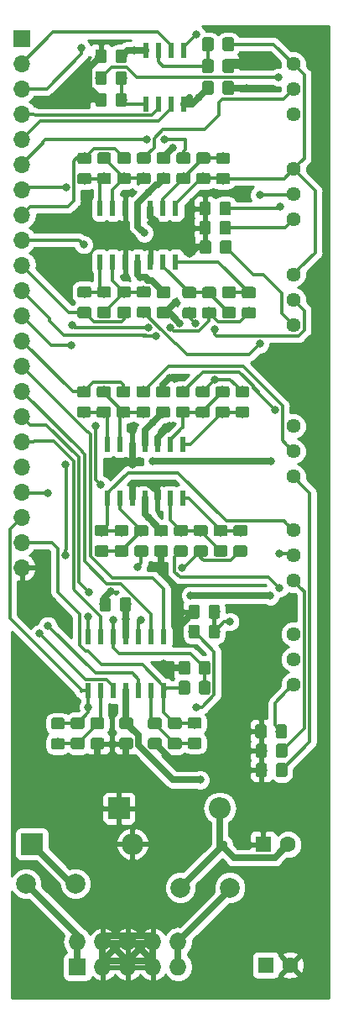
<source format=gbr>
%TF.GenerationSoftware,KiCad,Pcbnew,(5.0.1)-3*%
%TF.CreationDate,2020-04-22T20:20:14+01:00*%
%TF.ProjectId,rear,726561722E6B696361645F7063620000,rev?*%
%TF.SameCoordinates,Original*%
%TF.FileFunction,Copper,L1,Top,Signal*%
%TF.FilePolarity,Positive*%
%FSLAX46Y46*%
G04 Gerber Fmt 4.6, Leading zero omitted, Abs format (unit mm)*
G04 Created by KiCad (PCBNEW (5.0.1)-3) date 22/04/2020 20:20:14*
%MOMM*%
%LPD*%
G01*
G04 APERTURE LIST*
%ADD10C,0.200000*%
%ADD11C,1.150000*%
%ADD12R,1.600000X1.600000*%
%ADD13C,1.600000*%
%ADD14O,2.200000X2.200000*%
%ADD15R,2.200000X2.200000*%
%ADD16C,2.000000*%
%ADD17R,1.727200X1.727200*%
%ADD18O,1.727200X1.727200*%
%ADD19O,1.700000X1.700000*%
%ADD20R,1.700000X1.700000*%
%ADD21C,1.440000*%
%ADD22R,0.600000X1.500000*%
%ADD23R,0.600000X1.550000*%
%ADD24C,0.800000*%
%ADD25C,0.350000*%
%ADD26C,0.650000*%
%ADD27C,0.254000*%
G04 APERTURE END LIST*
D10*
G36*
X70774505Y-33501204D02*
X70798773Y-33504804D01*
X70822572Y-33510765D01*
X70845671Y-33519030D01*
X70867850Y-33529520D01*
X70888893Y-33542132D01*
X70908599Y-33556747D01*
X70926777Y-33573223D01*
X70943253Y-33591401D01*
X70957868Y-33611107D01*
X70970480Y-33632150D01*
X70980970Y-33654329D01*
X70989235Y-33677428D01*
X70995196Y-33701227D01*
X70998796Y-33725495D01*
X71000000Y-33749999D01*
X71000000Y-34400001D01*
X70998796Y-34424505D01*
X70995196Y-34448773D01*
X70989235Y-34472572D01*
X70980970Y-34495671D01*
X70970480Y-34517850D01*
X70957868Y-34538893D01*
X70943253Y-34558599D01*
X70926777Y-34576777D01*
X70908599Y-34593253D01*
X70888893Y-34607868D01*
X70867850Y-34620480D01*
X70845671Y-34630970D01*
X70822572Y-34639235D01*
X70798773Y-34645196D01*
X70774505Y-34648796D01*
X70750001Y-34650000D01*
X69849999Y-34650000D01*
X69825495Y-34648796D01*
X69801227Y-34645196D01*
X69777428Y-34639235D01*
X69754329Y-34630970D01*
X69732150Y-34620480D01*
X69711107Y-34607868D01*
X69691401Y-34593253D01*
X69673223Y-34576777D01*
X69656747Y-34558599D01*
X69642132Y-34538893D01*
X69629520Y-34517850D01*
X69619030Y-34495671D01*
X69610765Y-34472572D01*
X69604804Y-34448773D01*
X69601204Y-34424505D01*
X69600000Y-34400001D01*
X69600000Y-33749999D01*
X69601204Y-33725495D01*
X69604804Y-33701227D01*
X69610765Y-33677428D01*
X69619030Y-33654329D01*
X69629520Y-33632150D01*
X69642132Y-33611107D01*
X69656747Y-33591401D01*
X69673223Y-33573223D01*
X69691401Y-33556747D01*
X69711107Y-33542132D01*
X69732150Y-33529520D01*
X69754329Y-33519030D01*
X69777428Y-33510765D01*
X69801227Y-33504804D01*
X69825495Y-33501204D01*
X69849999Y-33500000D01*
X70750001Y-33500000D01*
X70774505Y-33501204D01*
X70774505Y-33501204D01*
G37*
D11*
X70300000Y-34075000D03*
D10*
G36*
X70774505Y-35551204D02*
X70798773Y-35554804D01*
X70822572Y-35560765D01*
X70845671Y-35569030D01*
X70867850Y-35579520D01*
X70888893Y-35592132D01*
X70908599Y-35606747D01*
X70926777Y-35623223D01*
X70943253Y-35641401D01*
X70957868Y-35661107D01*
X70970480Y-35682150D01*
X70980970Y-35704329D01*
X70989235Y-35727428D01*
X70995196Y-35751227D01*
X70998796Y-35775495D01*
X71000000Y-35799999D01*
X71000000Y-36450001D01*
X70998796Y-36474505D01*
X70995196Y-36498773D01*
X70989235Y-36522572D01*
X70980970Y-36545671D01*
X70970480Y-36567850D01*
X70957868Y-36588893D01*
X70943253Y-36608599D01*
X70926777Y-36626777D01*
X70908599Y-36643253D01*
X70888893Y-36657868D01*
X70867850Y-36670480D01*
X70845671Y-36680970D01*
X70822572Y-36689235D01*
X70798773Y-36695196D01*
X70774505Y-36698796D01*
X70750001Y-36700000D01*
X69849999Y-36700000D01*
X69825495Y-36698796D01*
X69801227Y-36695196D01*
X69777428Y-36689235D01*
X69754329Y-36680970D01*
X69732150Y-36670480D01*
X69711107Y-36657868D01*
X69691401Y-36643253D01*
X69673223Y-36626777D01*
X69656747Y-36608599D01*
X69642132Y-36588893D01*
X69629520Y-36567850D01*
X69619030Y-36545671D01*
X69610765Y-36522572D01*
X69604804Y-36498773D01*
X69601204Y-36474505D01*
X69600000Y-36450001D01*
X69600000Y-35799999D01*
X69601204Y-35775495D01*
X69604804Y-35751227D01*
X69610765Y-35727428D01*
X69619030Y-35704329D01*
X69629520Y-35682150D01*
X69642132Y-35661107D01*
X69656747Y-35641401D01*
X69673223Y-35623223D01*
X69691401Y-35606747D01*
X69711107Y-35592132D01*
X69732150Y-35579520D01*
X69754329Y-35569030D01*
X69777428Y-35560765D01*
X69801227Y-35554804D01*
X69825495Y-35551204D01*
X69849999Y-35550000D01*
X70750001Y-35550000D01*
X70774505Y-35551204D01*
X70774505Y-35551204D01*
G37*
D11*
X70300000Y-36125000D03*
D10*
G36*
X70774505Y-47001204D02*
X70798773Y-47004804D01*
X70822572Y-47010765D01*
X70845671Y-47019030D01*
X70867850Y-47029520D01*
X70888893Y-47042132D01*
X70908599Y-47056747D01*
X70926777Y-47073223D01*
X70943253Y-47091401D01*
X70957868Y-47111107D01*
X70970480Y-47132150D01*
X70980970Y-47154329D01*
X70989235Y-47177428D01*
X70995196Y-47201227D01*
X70998796Y-47225495D01*
X71000000Y-47249999D01*
X71000000Y-47900001D01*
X70998796Y-47924505D01*
X70995196Y-47948773D01*
X70989235Y-47972572D01*
X70980970Y-47995671D01*
X70970480Y-48017850D01*
X70957868Y-48038893D01*
X70943253Y-48058599D01*
X70926777Y-48076777D01*
X70908599Y-48093253D01*
X70888893Y-48107868D01*
X70867850Y-48120480D01*
X70845671Y-48130970D01*
X70822572Y-48139235D01*
X70798773Y-48145196D01*
X70774505Y-48148796D01*
X70750001Y-48150000D01*
X69849999Y-48150000D01*
X69825495Y-48148796D01*
X69801227Y-48145196D01*
X69777428Y-48139235D01*
X69754329Y-48130970D01*
X69732150Y-48120480D01*
X69711107Y-48107868D01*
X69691401Y-48093253D01*
X69673223Y-48076777D01*
X69656747Y-48058599D01*
X69642132Y-48038893D01*
X69629520Y-48017850D01*
X69619030Y-47995671D01*
X69610765Y-47972572D01*
X69604804Y-47948773D01*
X69601204Y-47924505D01*
X69600000Y-47900001D01*
X69600000Y-47249999D01*
X69601204Y-47225495D01*
X69604804Y-47201227D01*
X69610765Y-47177428D01*
X69619030Y-47154329D01*
X69629520Y-47132150D01*
X69642132Y-47111107D01*
X69656747Y-47091401D01*
X69673223Y-47073223D01*
X69691401Y-47056747D01*
X69711107Y-47042132D01*
X69732150Y-47029520D01*
X69754329Y-47019030D01*
X69777428Y-47010765D01*
X69801227Y-47004804D01*
X69825495Y-47001204D01*
X69849999Y-47000000D01*
X70750001Y-47000000D01*
X70774505Y-47001204D01*
X70774505Y-47001204D01*
G37*
D11*
X70300000Y-47575000D03*
D10*
G36*
X70774505Y-49051204D02*
X70798773Y-49054804D01*
X70822572Y-49060765D01*
X70845671Y-49069030D01*
X70867850Y-49079520D01*
X70888893Y-49092132D01*
X70908599Y-49106747D01*
X70926777Y-49123223D01*
X70943253Y-49141401D01*
X70957868Y-49161107D01*
X70970480Y-49182150D01*
X70980970Y-49204329D01*
X70989235Y-49227428D01*
X70995196Y-49251227D01*
X70998796Y-49275495D01*
X71000000Y-49299999D01*
X71000000Y-49950001D01*
X70998796Y-49974505D01*
X70995196Y-49998773D01*
X70989235Y-50022572D01*
X70980970Y-50045671D01*
X70970480Y-50067850D01*
X70957868Y-50088893D01*
X70943253Y-50108599D01*
X70926777Y-50126777D01*
X70908599Y-50143253D01*
X70888893Y-50157868D01*
X70867850Y-50170480D01*
X70845671Y-50180970D01*
X70822572Y-50189235D01*
X70798773Y-50195196D01*
X70774505Y-50198796D01*
X70750001Y-50200000D01*
X69849999Y-50200000D01*
X69825495Y-50198796D01*
X69801227Y-50195196D01*
X69777428Y-50189235D01*
X69754329Y-50180970D01*
X69732150Y-50170480D01*
X69711107Y-50157868D01*
X69691401Y-50143253D01*
X69673223Y-50126777D01*
X69656747Y-50108599D01*
X69642132Y-50088893D01*
X69629520Y-50067850D01*
X69619030Y-50045671D01*
X69610765Y-50022572D01*
X69604804Y-49998773D01*
X69601204Y-49974505D01*
X69600000Y-49950001D01*
X69600000Y-49299999D01*
X69601204Y-49275495D01*
X69604804Y-49251227D01*
X69610765Y-49227428D01*
X69619030Y-49204329D01*
X69629520Y-49182150D01*
X69642132Y-49161107D01*
X69656747Y-49141401D01*
X69673223Y-49123223D01*
X69691401Y-49106747D01*
X69711107Y-49092132D01*
X69732150Y-49079520D01*
X69754329Y-49069030D01*
X69777428Y-49060765D01*
X69801227Y-49054804D01*
X69825495Y-49051204D01*
X69849999Y-49050000D01*
X70750001Y-49050000D01*
X70774505Y-49051204D01*
X70774505Y-49051204D01*
G37*
D11*
X70300000Y-49625000D03*
D10*
G36*
X83374505Y-49076204D02*
X83398773Y-49079804D01*
X83422572Y-49085765D01*
X83445671Y-49094030D01*
X83467850Y-49104520D01*
X83488893Y-49117132D01*
X83508599Y-49131747D01*
X83526777Y-49148223D01*
X83543253Y-49166401D01*
X83557868Y-49186107D01*
X83570480Y-49207150D01*
X83580970Y-49229329D01*
X83589235Y-49252428D01*
X83595196Y-49276227D01*
X83598796Y-49300495D01*
X83600000Y-49324999D01*
X83600000Y-49975001D01*
X83598796Y-49999505D01*
X83595196Y-50023773D01*
X83589235Y-50047572D01*
X83580970Y-50070671D01*
X83570480Y-50092850D01*
X83557868Y-50113893D01*
X83543253Y-50133599D01*
X83526777Y-50151777D01*
X83508599Y-50168253D01*
X83488893Y-50182868D01*
X83467850Y-50195480D01*
X83445671Y-50205970D01*
X83422572Y-50214235D01*
X83398773Y-50220196D01*
X83374505Y-50223796D01*
X83350001Y-50225000D01*
X82449999Y-50225000D01*
X82425495Y-50223796D01*
X82401227Y-50220196D01*
X82377428Y-50214235D01*
X82354329Y-50205970D01*
X82332150Y-50195480D01*
X82311107Y-50182868D01*
X82291401Y-50168253D01*
X82273223Y-50151777D01*
X82256747Y-50133599D01*
X82242132Y-50113893D01*
X82229520Y-50092850D01*
X82219030Y-50070671D01*
X82210765Y-50047572D01*
X82204804Y-50023773D01*
X82201204Y-49999505D01*
X82200000Y-49975001D01*
X82200000Y-49324999D01*
X82201204Y-49300495D01*
X82204804Y-49276227D01*
X82210765Y-49252428D01*
X82219030Y-49229329D01*
X82229520Y-49207150D01*
X82242132Y-49186107D01*
X82256747Y-49166401D01*
X82273223Y-49148223D01*
X82291401Y-49131747D01*
X82311107Y-49117132D01*
X82332150Y-49104520D01*
X82354329Y-49094030D01*
X82377428Y-49085765D01*
X82401227Y-49079804D01*
X82425495Y-49076204D01*
X82449999Y-49075000D01*
X83350001Y-49075000D01*
X83374505Y-49076204D01*
X83374505Y-49076204D01*
G37*
D11*
X82900000Y-49650000D03*
D10*
G36*
X83374505Y-47026204D02*
X83398773Y-47029804D01*
X83422572Y-47035765D01*
X83445671Y-47044030D01*
X83467850Y-47054520D01*
X83488893Y-47067132D01*
X83508599Y-47081747D01*
X83526777Y-47098223D01*
X83543253Y-47116401D01*
X83557868Y-47136107D01*
X83570480Y-47157150D01*
X83580970Y-47179329D01*
X83589235Y-47202428D01*
X83595196Y-47226227D01*
X83598796Y-47250495D01*
X83600000Y-47274999D01*
X83600000Y-47925001D01*
X83598796Y-47949505D01*
X83595196Y-47973773D01*
X83589235Y-47997572D01*
X83580970Y-48020671D01*
X83570480Y-48042850D01*
X83557868Y-48063893D01*
X83543253Y-48083599D01*
X83526777Y-48101777D01*
X83508599Y-48118253D01*
X83488893Y-48132868D01*
X83467850Y-48145480D01*
X83445671Y-48155970D01*
X83422572Y-48164235D01*
X83398773Y-48170196D01*
X83374505Y-48173796D01*
X83350001Y-48175000D01*
X82449999Y-48175000D01*
X82425495Y-48173796D01*
X82401227Y-48170196D01*
X82377428Y-48164235D01*
X82354329Y-48155970D01*
X82332150Y-48145480D01*
X82311107Y-48132868D01*
X82291401Y-48118253D01*
X82273223Y-48101777D01*
X82256747Y-48083599D01*
X82242132Y-48063893D01*
X82229520Y-48042850D01*
X82219030Y-48020671D01*
X82210765Y-47997572D01*
X82204804Y-47973773D01*
X82201204Y-47949505D01*
X82200000Y-47925001D01*
X82200000Y-47274999D01*
X82201204Y-47250495D01*
X82204804Y-47226227D01*
X82210765Y-47202428D01*
X82219030Y-47179329D01*
X82229520Y-47157150D01*
X82242132Y-47136107D01*
X82256747Y-47116401D01*
X82273223Y-47098223D01*
X82291401Y-47081747D01*
X82311107Y-47067132D01*
X82332150Y-47054520D01*
X82354329Y-47044030D01*
X82377428Y-47035765D01*
X82401227Y-47029804D01*
X82425495Y-47026204D01*
X82449999Y-47025000D01*
X83350001Y-47025000D01*
X83374505Y-47026204D01*
X83374505Y-47026204D01*
G37*
D11*
X82900000Y-47600000D03*
D10*
G36*
X82774505Y-33526204D02*
X82798773Y-33529804D01*
X82822572Y-33535765D01*
X82845671Y-33544030D01*
X82867850Y-33554520D01*
X82888893Y-33567132D01*
X82908599Y-33581747D01*
X82926777Y-33598223D01*
X82943253Y-33616401D01*
X82957868Y-33636107D01*
X82970480Y-33657150D01*
X82980970Y-33679329D01*
X82989235Y-33702428D01*
X82995196Y-33726227D01*
X82998796Y-33750495D01*
X83000000Y-33774999D01*
X83000000Y-34425001D01*
X82998796Y-34449505D01*
X82995196Y-34473773D01*
X82989235Y-34497572D01*
X82980970Y-34520671D01*
X82970480Y-34542850D01*
X82957868Y-34563893D01*
X82943253Y-34583599D01*
X82926777Y-34601777D01*
X82908599Y-34618253D01*
X82888893Y-34632868D01*
X82867850Y-34645480D01*
X82845671Y-34655970D01*
X82822572Y-34664235D01*
X82798773Y-34670196D01*
X82774505Y-34673796D01*
X82750001Y-34675000D01*
X81849999Y-34675000D01*
X81825495Y-34673796D01*
X81801227Y-34670196D01*
X81777428Y-34664235D01*
X81754329Y-34655970D01*
X81732150Y-34645480D01*
X81711107Y-34632868D01*
X81691401Y-34618253D01*
X81673223Y-34601777D01*
X81656747Y-34583599D01*
X81642132Y-34563893D01*
X81629520Y-34542850D01*
X81619030Y-34520671D01*
X81610765Y-34497572D01*
X81604804Y-34473773D01*
X81601204Y-34449505D01*
X81600000Y-34425001D01*
X81600000Y-33774999D01*
X81601204Y-33750495D01*
X81604804Y-33726227D01*
X81610765Y-33702428D01*
X81619030Y-33679329D01*
X81629520Y-33657150D01*
X81642132Y-33636107D01*
X81656747Y-33616401D01*
X81673223Y-33598223D01*
X81691401Y-33581747D01*
X81711107Y-33567132D01*
X81732150Y-33554520D01*
X81754329Y-33544030D01*
X81777428Y-33535765D01*
X81801227Y-33529804D01*
X81825495Y-33526204D01*
X81849999Y-33525000D01*
X82750001Y-33525000D01*
X82774505Y-33526204D01*
X82774505Y-33526204D01*
G37*
D11*
X82300000Y-34100000D03*
D10*
G36*
X82774505Y-35576204D02*
X82798773Y-35579804D01*
X82822572Y-35585765D01*
X82845671Y-35594030D01*
X82867850Y-35604520D01*
X82888893Y-35617132D01*
X82908599Y-35631747D01*
X82926777Y-35648223D01*
X82943253Y-35666401D01*
X82957868Y-35686107D01*
X82970480Y-35707150D01*
X82980970Y-35729329D01*
X82989235Y-35752428D01*
X82995196Y-35776227D01*
X82998796Y-35800495D01*
X83000000Y-35824999D01*
X83000000Y-36475001D01*
X82998796Y-36499505D01*
X82995196Y-36523773D01*
X82989235Y-36547572D01*
X82980970Y-36570671D01*
X82970480Y-36592850D01*
X82957868Y-36613893D01*
X82943253Y-36633599D01*
X82926777Y-36651777D01*
X82908599Y-36668253D01*
X82888893Y-36682868D01*
X82867850Y-36695480D01*
X82845671Y-36705970D01*
X82822572Y-36714235D01*
X82798773Y-36720196D01*
X82774505Y-36723796D01*
X82750001Y-36725000D01*
X81849999Y-36725000D01*
X81825495Y-36723796D01*
X81801227Y-36720196D01*
X81777428Y-36714235D01*
X81754329Y-36705970D01*
X81732150Y-36695480D01*
X81711107Y-36682868D01*
X81691401Y-36668253D01*
X81673223Y-36651777D01*
X81656747Y-36633599D01*
X81642132Y-36613893D01*
X81629520Y-36592850D01*
X81619030Y-36570671D01*
X81610765Y-36547572D01*
X81604804Y-36523773D01*
X81601204Y-36499505D01*
X81600000Y-36475001D01*
X81600000Y-35824999D01*
X81601204Y-35800495D01*
X81604804Y-35776227D01*
X81610765Y-35752428D01*
X81619030Y-35729329D01*
X81629520Y-35707150D01*
X81642132Y-35686107D01*
X81656747Y-35666401D01*
X81673223Y-35648223D01*
X81691401Y-35631747D01*
X81711107Y-35617132D01*
X81732150Y-35604520D01*
X81754329Y-35594030D01*
X81777428Y-35585765D01*
X81801227Y-35579804D01*
X81825495Y-35576204D01*
X81849999Y-35575000D01*
X82750001Y-35575000D01*
X82774505Y-35576204D01*
X82774505Y-35576204D01*
G37*
D11*
X82300000Y-36150000D03*
D12*
X86600000Y-115400000D03*
D13*
X89100000Y-115400000D03*
X88850000Y-103250000D03*
D12*
X86350000Y-103250000D03*
D10*
G36*
X82524505Y-73101204D02*
X82548773Y-73104804D01*
X82572572Y-73110765D01*
X82595671Y-73119030D01*
X82617850Y-73129520D01*
X82638893Y-73142132D01*
X82658599Y-73156747D01*
X82676777Y-73173223D01*
X82693253Y-73191401D01*
X82707868Y-73211107D01*
X82720480Y-73232150D01*
X82730970Y-73254329D01*
X82739235Y-73277428D01*
X82745196Y-73301227D01*
X82748796Y-73325495D01*
X82750000Y-73349999D01*
X82750000Y-74000001D01*
X82748796Y-74024505D01*
X82745196Y-74048773D01*
X82739235Y-74072572D01*
X82730970Y-74095671D01*
X82720480Y-74117850D01*
X82707868Y-74138893D01*
X82693253Y-74158599D01*
X82676777Y-74176777D01*
X82658599Y-74193253D01*
X82638893Y-74207868D01*
X82617850Y-74220480D01*
X82595671Y-74230970D01*
X82572572Y-74239235D01*
X82548773Y-74245196D01*
X82524505Y-74248796D01*
X82500001Y-74250000D01*
X81599999Y-74250000D01*
X81575495Y-74248796D01*
X81551227Y-74245196D01*
X81527428Y-74239235D01*
X81504329Y-74230970D01*
X81482150Y-74220480D01*
X81461107Y-74207868D01*
X81441401Y-74193253D01*
X81423223Y-74176777D01*
X81406747Y-74158599D01*
X81392132Y-74138893D01*
X81379520Y-74117850D01*
X81369030Y-74095671D01*
X81360765Y-74072572D01*
X81354804Y-74048773D01*
X81351204Y-74024505D01*
X81350000Y-74000001D01*
X81350000Y-73349999D01*
X81351204Y-73325495D01*
X81354804Y-73301227D01*
X81360765Y-73277428D01*
X81369030Y-73254329D01*
X81379520Y-73232150D01*
X81392132Y-73211107D01*
X81406747Y-73191401D01*
X81423223Y-73173223D01*
X81441401Y-73156747D01*
X81461107Y-73142132D01*
X81482150Y-73129520D01*
X81504329Y-73119030D01*
X81527428Y-73110765D01*
X81551227Y-73104804D01*
X81575495Y-73101204D01*
X81599999Y-73100000D01*
X82500001Y-73100000D01*
X82524505Y-73101204D01*
X82524505Y-73101204D01*
G37*
D11*
X82050000Y-73675000D03*
D10*
G36*
X82524505Y-71051204D02*
X82548773Y-71054804D01*
X82572572Y-71060765D01*
X82595671Y-71069030D01*
X82617850Y-71079520D01*
X82638893Y-71092132D01*
X82658599Y-71106747D01*
X82676777Y-71123223D01*
X82693253Y-71141401D01*
X82707868Y-71161107D01*
X82720480Y-71182150D01*
X82730970Y-71204329D01*
X82739235Y-71227428D01*
X82745196Y-71251227D01*
X82748796Y-71275495D01*
X82750000Y-71299999D01*
X82750000Y-71950001D01*
X82748796Y-71974505D01*
X82745196Y-71998773D01*
X82739235Y-72022572D01*
X82730970Y-72045671D01*
X82720480Y-72067850D01*
X82707868Y-72088893D01*
X82693253Y-72108599D01*
X82676777Y-72126777D01*
X82658599Y-72143253D01*
X82638893Y-72157868D01*
X82617850Y-72170480D01*
X82595671Y-72180970D01*
X82572572Y-72189235D01*
X82548773Y-72195196D01*
X82524505Y-72198796D01*
X82500001Y-72200000D01*
X81599999Y-72200000D01*
X81575495Y-72198796D01*
X81551227Y-72195196D01*
X81527428Y-72189235D01*
X81504329Y-72180970D01*
X81482150Y-72170480D01*
X81461107Y-72157868D01*
X81441401Y-72143253D01*
X81423223Y-72126777D01*
X81406747Y-72108599D01*
X81392132Y-72088893D01*
X81379520Y-72067850D01*
X81369030Y-72045671D01*
X81360765Y-72022572D01*
X81354804Y-71998773D01*
X81351204Y-71974505D01*
X81350000Y-71950001D01*
X81350000Y-71299999D01*
X81351204Y-71275495D01*
X81354804Y-71251227D01*
X81360765Y-71227428D01*
X81369030Y-71204329D01*
X81379520Y-71182150D01*
X81392132Y-71161107D01*
X81406747Y-71141401D01*
X81423223Y-71123223D01*
X81441401Y-71106747D01*
X81461107Y-71092132D01*
X81482150Y-71079520D01*
X81504329Y-71069030D01*
X81527428Y-71060765D01*
X81551227Y-71054804D01*
X81575495Y-71051204D01*
X81599999Y-71050000D01*
X82500001Y-71050000D01*
X82524505Y-71051204D01*
X82524505Y-71051204D01*
G37*
D11*
X82050000Y-71625000D03*
D10*
G36*
X82724505Y-59101204D02*
X82748773Y-59104804D01*
X82772572Y-59110765D01*
X82795671Y-59119030D01*
X82817850Y-59129520D01*
X82838893Y-59142132D01*
X82858599Y-59156747D01*
X82876777Y-59173223D01*
X82893253Y-59191401D01*
X82907868Y-59211107D01*
X82920480Y-59232150D01*
X82930970Y-59254329D01*
X82939235Y-59277428D01*
X82945196Y-59301227D01*
X82948796Y-59325495D01*
X82950000Y-59349999D01*
X82950000Y-60000001D01*
X82948796Y-60024505D01*
X82945196Y-60048773D01*
X82939235Y-60072572D01*
X82930970Y-60095671D01*
X82920480Y-60117850D01*
X82907868Y-60138893D01*
X82893253Y-60158599D01*
X82876777Y-60176777D01*
X82858599Y-60193253D01*
X82838893Y-60207868D01*
X82817850Y-60220480D01*
X82795671Y-60230970D01*
X82772572Y-60239235D01*
X82748773Y-60245196D01*
X82724505Y-60248796D01*
X82700001Y-60250000D01*
X81799999Y-60250000D01*
X81775495Y-60248796D01*
X81751227Y-60245196D01*
X81727428Y-60239235D01*
X81704329Y-60230970D01*
X81682150Y-60220480D01*
X81661107Y-60207868D01*
X81641401Y-60193253D01*
X81623223Y-60176777D01*
X81606747Y-60158599D01*
X81592132Y-60138893D01*
X81579520Y-60117850D01*
X81569030Y-60095671D01*
X81560765Y-60072572D01*
X81554804Y-60048773D01*
X81551204Y-60024505D01*
X81550000Y-60000001D01*
X81550000Y-59349999D01*
X81551204Y-59325495D01*
X81554804Y-59301227D01*
X81560765Y-59277428D01*
X81569030Y-59254329D01*
X81579520Y-59232150D01*
X81592132Y-59211107D01*
X81606747Y-59191401D01*
X81623223Y-59173223D01*
X81641401Y-59156747D01*
X81661107Y-59142132D01*
X81682150Y-59129520D01*
X81704329Y-59119030D01*
X81727428Y-59110765D01*
X81751227Y-59104804D01*
X81775495Y-59101204D01*
X81799999Y-59100000D01*
X82700001Y-59100000D01*
X82724505Y-59101204D01*
X82724505Y-59101204D01*
G37*
D11*
X82250000Y-59675000D03*
D10*
G36*
X82724505Y-57051204D02*
X82748773Y-57054804D01*
X82772572Y-57060765D01*
X82795671Y-57069030D01*
X82817850Y-57079520D01*
X82838893Y-57092132D01*
X82858599Y-57106747D01*
X82876777Y-57123223D01*
X82893253Y-57141401D01*
X82907868Y-57161107D01*
X82920480Y-57182150D01*
X82930970Y-57204329D01*
X82939235Y-57227428D01*
X82945196Y-57251227D01*
X82948796Y-57275495D01*
X82950000Y-57299999D01*
X82950000Y-57950001D01*
X82948796Y-57974505D01*
X82945196Y-57998773D01*
X82939235Y-58022572D01*
X82930970Y-58045671D01*
X82920480Y-58067850D01*
X82907868Y-58088893D01*
X82893253Y-58108599D01*
X82876777Y-58126777D01*
X82858599Y-58143253D01*
X82838893Y-58157868D01*
X82817850Y-58170480D01*
X82795671Y-58180970D01*
X82772572Y-58189235D01*
X82748773Y-58195196D01*
X82724505Y-58198796D01*
X82700001Y-58200000D01*
X81799999Y-58200000D01*
X81775495Y-58198796D01*
X81751227Y-58195196D01*
X81727428Y-58189235D01*
X81704329Y-58180970D01*
X81682150Y-58170480D01*
X81661107Y-58157868D01*
X81641401Y-58143253D01*
X81623223Y-58126777D01*
X81606747Y-58108599D01*
X81592132Y-58088893D01*
X81579520Y-58067850D01*
X81569030Y-58045671D01*
X81560765Y-58022572D01*
X81554804Y-57998773D01*
X81551204Y-57974505D01*
X81550000Y-57950001D01*
X81550000Y-57299999D01*
X81551204Y-57275495D01*
X81554804Y-57251227D01*
X81560765Y-57227428D01*
X81569030Y-57204329D01*
X81579520Y-57182150D01*
X81592132Y-57161107D01*
X81606747Y-57141401D01*
X81623223Y-57123223D01*
X81641401Y-57106747D01*
X81661107Y-57092132D01*
X81682150Y-57079520D01*
X81704329Y-57069030D01*
X81727428Y-57060765D01*
X81751227Y-57054804D01*
X81775495Y-57051204D01*
X81799999Y-57050000D01*
X82700001Y-57050000D01*
X82724505Y-57051204D01*
X82724505Y-57051204D01*
G37*
D11*
X82250000Y-57625000D03*
D10*
G36*
X70724505Y-57051204D02*
X70748773Y-57054804D01*
X70772572Y-57060765D01*
X70795671Y-57069030D01*
X70817850Y-57079520D01*
X70838893Y-57092132D01*
X70858599Y-57106747D01*
X70876777Y-57123223D01*
X70893253Y-57141401D01*
X70907868Y-57161107D01*
X70920480Y-57182150D01*
X70930970Y-57204329D01*
X70939235Y-57227428D01*
X70945196Y-57251227D01*
X70948796Y-57275495D01*
X70950000Y-57299999D01*
X70950000Y-57950001D01*
X70948796Y-57974505D01*
X70945196Y-57998773D01*
X70939235Y-58022572D01*
X70930970Y-58045671D01*
X70920480Y-58067850D01*
X70907868Y-58088893D01*
X70893253Y-58108599D01*
X70876777Y-58126777D01*
X70858599Y-58143253D01*
X70838893Y-58157868D01*
X70817850Y-58170480D01*
X70795671Y-58180970D01*
X70772572Y-58189235D01*
X70748773Y-58195196D01*
X70724505Y-58198796D01*
X70700001Y-58200000D01*
X69799999Y-58200000D01*
X69775495Y-58198796D01*
X69751227Y-58195196D01*
X69727428Y-58189235D01*
X69704329Y-58180970D01*
X69682150Y-58170480D01*
X69661107Y-58157868D01*
X69641401Y-58143253D01*
X69623223Y-58126777D01*
X69606747Y-58108599D01*
X69592132Y-58088893D01*
X69579520Y-58067850D01*
X69569030Y-58045671D01*
X69560765Y-58022572D01*
X69554804Y-57998773D01*
X69551204Y-57974505D01*
X69550000Y-57950001D01*
X69550000Y-57299999D01*
X69551204Y-57275495D01*
X69554804Y-57251227D01*
X69560765Y-57227428D01*
X69569030Y-57204329D01*
X69579520Y-57182150D01*
X69592132Y-57161107D01*
X69606747Y-57141401D01*
X69623223Y-57123223D01*
X69641401Y-57106747D01*
X69661107Y-57092132D01*
X69682150Y-57079520D01*
X69704329Y-57069030D01*
X69727428Y-57060765D01*
X69751227Y-57054804D01*
X69775495Y-57051204D01*
X69799999Y-57050000D01*
X70700001Y-57050000D01*
X70724505Y-57051204D01*
X70724505Y-57051204D01*
G37*
D11*
X70250000Y-57625000D03*
D10*
G36*
X70724505Y-59101204D02*
X70748773Y-59104804D01*
X70772572Y-59110765D01*
X70795671Y-59119030D01*
X70817850Y-59129520D01*
X70838893Y-59142132D01*
X70858599Y-59156747D01*
X70876777Y-59173223D01*
X70893253Y-59191401D01*
X70907868Y-59211107D01*
X70920480Y-59232150D01*
X70930970Y-59254329D01*
X70939235Y-59277428D01*
X70945196Y-59301227D01*
X70948796Y-59325495D01*
X70950000Y-59349999D01*
X70950000Y-60000001D01*
X70948796Y-60024505D01*
X70945196Y-60048773D01*
X70939235Y-60072572D01*
X70930970Y-60095671D01*
X70920480Y-60117850D01*
X70907868Y-60138893D01*
X70893253Y-60158599D01*
X70876777Y-60176777D01*
X70858599Y-60193253D01*
X70838893Y-60207868D01*
X70817850Y-60220480D01*
X70795671Y-60230970D01*
X70772572Y-60239235D01*
X70748773Y-60245196D01*
X70724505Y-60248796D01*
X70700001Y-60250000D01*
X69799999Y-60250000D01*
X69775495Y-60248796D01*
X69751227Y-60245196D01*
X69727428Y-60239235D01*
X69704329Y-60230970D01*
X69682150Y-60220480D01*
X69661107Y-60207868D01*
X69641401Y-60193253D01*
X69623223Y-60176777D01*
X69606747Y-60158599D01*
X69592132Y-60138893D01*
X69579520Y-60117850D01*
X69569030Y-60095671D01*
X69560765Y-60072572D01*
X69554804Y-60048773D01*
X69551204Y-60024505D01*
X69550000Y-60000001D01*
X69550000Y-59349999D01*
X69551204Y-59325495D01*
X69554804Y-59301227D01*
X69560765Y-59277428D01*
X69569030Y-59254329D01*
X69579520Y-59232150D01*
X69592132Y-59211107D01*
X69606747Y-59191401D01*
X69623223Y-59173223D01*
X69641401Y-59156747D01*
X69661107Y-59142132D01*
X69682150Y-59129520D01*
X69704329Y-59119030D01*
X69727428Y-59110765D01*
X69751227Y-59104804D01*
X69775495Y-59101204D01*
X69799999Y-59100000D01*
X70700001Y-59100000D01*
X70724505Y-59101204D01*
X70724505Y-59101204D01*
G37*
D11*
X70250000Y-59675000D03*
D10*
G36*
X70524505Y-73101204D02*
X70548773Y-73104804D01*
X70572572Y-73110765D01*
X70595671Y-73119030D01*
X70617850Y-73129520D01*
X70638893Y-73142132D01*
X70658599Y-73156747D01*
X70676777Y-73173223D01*
X70693253Y-73191401D01*
X70707868Y-73211107D01*
X70720480Y-73232150D01*
X70730970Y-73254329D01*
X70739235Y-73277428D01*
X70745196Y-73301227D01*
X70748796Y-73325495D01*
X70750000Y-73349999D01*
X70750000Y-74000001D01*
X70748796Y-74024505D01*
X70745196Y-74048773D01*
X70739235Y-74072572D01*
X70730970Y-74095671D01*
X70720480Y-74117850D01*
X70707868Y-74138893D01*
X70693253Y-74158599D01*
X70676777Y-74176777D01*
X70658599Y-74193253D01*
X70638893Y-74207868D01*
X70617850Y-74220480D01*
X70595671Y-74230970D01*
X70572572Y-74239235D01*
X70548773Y-74245196D01*
X70524505Y-74248796D01*
X70500001Y-74250000D01*
X69599999Y-74250000D01*
X69575495Y-74248796D01*
X69551227Y-74245196D01*
X69527428Y-74239235D01*
X69504329Y-74230970D01*
X69482150Y-74220480D01*
X69461107Y-74207868D01*
X69441401Y-74193253D01*
X69423223Y-74176777D01*
X69406747Y-74158599D01*
X69392132Y-74138893D01*
X69379520Y-74117850D01*
X69369030Y-74095671D01*
X69360765Y-74072572D01*
X69354804Y-74048773D01*
X69351204Y-74024505D01*
X69350000Y-74000001D01*
X69350000Y-73349999D01*
X69351204Y-73325495D01*
X69354804Y-73301227D01*
X69360765Y-73277428D01*
X69369030Y-73254329D01*
X69379520Y-73232150D01*
X69392132Y-73211107D01*
X69406747Y-73191401D01*
X69423223Y-73173223D01*
X69441401Y-73156747D01*
X69461107Y-73142132D01*
X69482150Y-73129520D01*
X69504329Y-73119030D01*
X69527428Y-73110765D01*
X69551227Y-73104804D01*
X69575495Y-73101204D01*
X69599999Y-73100000D01*
X70500001Y-73100000D01*
X70524505Y-73101204D01*
X70524505Y-73101204D01*
G37*
D11*
X70050000Y-73675000D03*
D10*
G36*
X70524505Y-71051204D02*
X70548773Y-71054804D01*
X70572572Y-71060765D01*
X70595671Y-71069030D01*
X70617850Y-71079520D01*
X70638893Y-71092132D01*
X70658599Y-71106747D01*
X70676777Y-71123223D01*
X70693253Y-71141401D01*
X70707868Y-71161107D01*
X70720480Y-71182150D01*
X70730970Y-71204329D01*
X70739235Y-71227428D01*
X70745196Y-71251227D01*
X70748796Y-71275495D01*
X70750000Y-71299999D01*
X70750000Y-71950001D01*
X70748796Y-71974505D01*
X70745196Y-71998773D01*
X70739235Y-72022572D01*
X70730970Y-72045671D01*
X70720480Y-72067850D01*
X70707868Y-72088893D01*
X70693253Y-72108599D01*
X70676777Y-72126777D01*
X70658599Y-72143253D01*
X70638893Y-72157868D01*
X70617850Y-72170480D01*
X70595671Y-72180970D01*
X70572572Y-72189235D01*
X70548773Y-72195196D01*
X70524505Y-72198796D01*
X70500001Y-72200000D01*
X69599999Y-72200000D01*
X69575495Y-72198796D01*
X69551227Y-72195196D01*
X69527428Y-72189235D01*
X69504329Y-72180970D01*
X69482150Y-72170480D01*
X69461107Y-72157868D01*
X69441401Y-72143253D01*
X69423223Y-72126777D01*
X69406747Y-72108599D01*
X69392132Y-72088893D01*
X69379520Y-72067850D01*
X69369030Y-72045671D01*
X69360765Y-72022572D01*
X69354804Y-71998773D01*
X69351204Y-71974505D01*
X69350000Y-71950001D01*
X69350000Y-71299999D01*
X69351204Y-71275495D01*
X69354804Y-71251227D01*
X69360765Y-71227428D01*
X69369030Y-71204329D01*
X69379520Y-71182150D01*
X69392132Y-71161107D01*
X69406747Y-71141401D01*
X69423223Y-71123223D01*
X69441401Y-71106747D01*
X69461107Y-71092132D01*
X69482150Y-71079520D01*
X69504329Y-71069030D01*
X69527428Y-71060765D01*
X69551227Y-71054804D01*
X69575495Y-71051204D01*
X69599999Y-71050000D01*
X70500001Y-71050000D01*
X70524505Y-71051204D01*
X70524505Y-71051204D01*
G37*
D11*
X70050000Y-71625000D03*
D10*
G36*
X76774505Y-35551204D02*
X76798773Y-35554804D01*
X76822572Y-35560765D01*
X76845671Y-35569030D01*
X76867850Y-35579520D01*
X76888893Y-35592132D01*
X76908599Y-35606747D01*
X76926777Y-35623223D01*
X76943253Y-35641401D01*
X76957868Y-35661107D01*
X76970480Y-35682150D01*
X76980970Y-35704329D01*
X76989235Y-35727428D01*
X76995196Y-35751227D01*
X76998796Y-35775495D01*
X77000000Y-35799999D01*
X77000000Y-36450001D01*
X76998796Y-36474505D01*
X76995196Y-36498773D01*
X76989235Y-36522572D01*
X76980970Y-36545671D01*
X76970480Y-36567850D01*
X76957868Y-36588893D01*
X76943253Y-36608599D01*
X76926777Y-36626777D01*
X76908599Y-36643253D01*
X76888893Y-36657868D01*
X76867850Y-36670480D01*
X76845671Y-36680970D01*
X76822572Y-36689235D01*
X76798773Y-36695196D01*
X76774505Y-36698796D01*
X76750001Y-36700000D01*
X75849999Y-36700000D01*
X75825495Y-36698796D01*
X75801227Y-36695196D01*
X75777428Y-36689235D01*
X75754329Y-36680970D01*
X75732150Y-36670480D01*
X75711107Y-36657868D01*
X75691401Y-36643253D01*
X75673223Y-36626777D01*
X75656747Y-36608599D01*
X75642132Y-36588893D01*
X75629520Y-36567850D01*
X75619030Y-36545671D01*
X75610765Y-36522572D01*
X75604804Y-36498773D01*
X75601204Y-36474505D01*
X75600000Y-36450001D01*
X75600000Y-35799999D01*
X75601204Y-35775495D01*
X75604804Y-35751227D01*
X75610765Y-35727428D01*
X75619030Y-35704329D01*
X75629520Y-35682150D01*
X75642132Y-35661107D01*
X75656747Y-35641401D01*
X75673223Y-35623223D01*
X75691401Y-35606747D01*
X75711107Y-35592132D01*
X75732150Y-35579520D01*
X75754329Y-35569030D01*
X75777428Y-35560765D01*
X75801227Y-35554804D01*
X75825495Y-35551204D01*
X75849999Y-35550000D01*
X76750001Y-35550000D01*
X76774505Y-35551204D01*
X76774505Y-35551204D01*
G37*
D11*
X76300000Y-36125000D03*
D10*
G36*
X76774505Y-33501204D02*
X76798773Y-33504804D01*
X76822572Y-33510765D01*
X76845671Y-33519030D01*
X76867850Y-33529520D01*
X76888893Y-33542132D01*
X76908599Y-33556747D01*
X76926777Y-33573223D01*
X76943253Y-33591401D01*
X76957868Y-33611107D01*
X76970480Y-33632150D01*
X76980970Y-33654329D01*
X76989235Y-33677428D01*
X76995196Y-33701227D01*
X76998796Y-33725495D01*
X77000000Y-33749999D01*
X77000000Y-34400001D01*
X76998796Y-34424505D01*
X76995196Y-34448773D01*
X76989235Y-34472572D01*
X76980970Y-34495671D01*
X76970480Y-34517850D01*
X76957868Y-34538893D01*
X76943253Y-34558599D01*
X76926777Y-34576777D01*
X76908599Y-34593253D01*
X76888893Y-34607868D01*
X76867850Y-34620480D01*
X76845671Y-34630970D01*
X76822572Y-34639235D01*
X76798773Y-34645196D01*
X76774505Y-34648796D01*
X76750001Y-34650000D01*
X75849999Y-34650000D01*
X75825495Y-34648796D01*
X75801227Y-34645196D01*
X75777428Y-34639235D01*
X75754329Y-34630970D01*
X75732150Y-34620480D01*
X75711107Y-34607868D01*
X75691401Y-34593253D01*
X75673223Y-34576777D01*
X75656747Y-34558599D01*
X75642132Y-34538893D01*
X75629520Y-34517850D01*
X75619030Y-34495671D01*
X75610765Y-34472572D01*
X75604804Y-34448773D01*
X75601204Y-34424505D01*
X75600000Y-34400001D01*
X75600000Y-33749999D01*
X75601204Y-33725495D01*
X75604804Y-33701227D01*
X75610765Y-33677428D01*
X75619030Y-33654329D01*
X75629520Y-33632150D01*
X75642132Y-33611107D01*
X75656747Y-33591401D01*
X75673223Y-33573223D01*
X75691401Y-33556747D01*
X75711107Y-33542132D01*
X75732150Y-33529520D01*
X75754329Y-33519030D01*
X75777428Y-33510765D01*
X75801227Y-33504804D01*
X75825495Y-33501204D01*
X75849999Y-33500000D01*
X76750001Y-33500000D01*
X76774505Y-33501204D01*
X76774505Y-33501204D01*
G37*
D11*
X76300000Y-34075000D03*
D10*
G36*
X76774505Y-47026204D02*
X76798773Y-47029804D01*
X76822572Y-47035765D01*
X76845671Y-47044030D01*
X76867850Y-47054520D01*
X76888893Y-47067132D01*
X76908599Y-47081747D01*
X76926777Y-47098223D01*
X76943253Y-47116401D01*
X76957868Y-47136107D01*
X76970480Y-47157150D01*
X76980970Y-47179329D01*
X76989235Y-47202428D01*
X76995196Y-47226227D01*
X76998796Y-47250495D01*
X77000000Y-47274999D01*
X77000000Y-47925001D01*
X76998796Y-47949505D01*
X76995196Y-47973773D01*
X76989235Y-47997572D01*
X76980970Y-48020671D01*
X76970480Y-48042850D01*
X76957868Y-48063893D01*
X76943253Y-48083599D01*
X76926777Y-48101777D01*
X76908599Y-48118253D01*
X76888893Y-48132868D01*
X76867850Y-48145480D01*
X76845671Y-48155970D01*
X76822572Y-48164235D01*
X76798773Y-48170196D01*
X76774505Y-48173796D01*
X76750001Y-48175000D01*
X75849999Y-48175000D01*
X75825495Y-48173796D01*
X75801227Y-48170196D01*
X75777428Y-48164235D01*
X75754329Y-48155970D01*
X75732150Y-48145480D01*
X75711107Y-48132868D01*
X75691401Y-48118253D01*
X75673223Y-48101777D01*
X75656747Y-48083599D01*
X75642132Y-48063893D01*
X75629520Y-48042850D01*
X75619030Y-48020671D01*
X75610765Y-47997572D01*
X75604804Y-47973773D01*
X75601204Y-47949505D01*
X75600000Y-47925001D01*
X75600000Y-47274999D01*
X75601204Y-47250495D01*
X75604804Y-47226227D01*
X75610765Y-47202428D01*
X75619030Y-47179329D01*
X75629520Y-47157150D01*
X75642132Y-47136107D01*
X75656747Y-47116401D01*
X75673223Y-47098223D01*
X75691401Y-47081747D01*
X75711107Y-47067132D01*
X75732150Y-47054520D01*
X75754329Y-47044030D01*
X75777428Y-47035765D01*
X75801227Y-47029804D01*
X75825495Y-47026204D01*
X75849999Y-47025000D01*
X76750001Y-47025000D01*
X76774505Y-47026204D01*
X76774505Y-47026204D01*
G37*
D11*
X76300000Y-47600000D03*
D10*
G36*
X76774505Y-49076204D02*
X76798773Y-49079804D01*
X76822572Y-49085765D01*
X76845671Y-49094030D01*
X76867850Y-49104520D01*
X76888893Y-49117132D01*
X76908599Y-49131747D01*
X76926777Y-49148223D01*
X76943253Y-49166401D01*
X76957868Y-49186107D01*
X76970480Y-49207150D01*
X76980970Y-49229329D01*
X76989235Y-49252428D01*
X76995196Y-49276227D01*
X76998796Y-49300495D01*
X77000000Y-49324999D01*
X77000000Y-49975001D01*
X76998796Y-49999505D01*
X76995196Y-50023773D01*
X76989235Y-50047572D01*
X76980970Y-50070671D01*
X76970480Y-50092850D01*
X76957868Y-50113893D01*
X76943253Y-50133599D01*
X76926777Y-50151777D01*
X76908599Y-50168253D01*
X76888893Y-50182868D01*
X76867850Y-50195480D01*
X76845671Y-50205970D01*
X76822572Y-50214235D01*
X76798773Y-50220196D01*
X76774505Y-50223796D01*
X76750001Y-50225000D01*
X75849999Y-50225000D01*
X75825495Y-50223796D01*
X75801227Y-50220196D01*
X75777428Y-50214235D01*
X75754329Y-50205970D01*
X75732150Y-50195480D01*
X75711107Y-50182868D01*
X75691401Y-50168253D01*
X75673223Y-50151777D01*
X75656747Y-50133599D01*
X75642132Y-50113893D01*
X75629520Y-50092850D01*
X75619030Y-50070671D01*
X75610765Y-50047572D01*
X75604804Y-50023773D01*
X75601204Y-49999505D01*
X75600000Y-49975001D01*
X75600000Y-49324999D01*
X75601204Y-49300495D01*
X75604804Y-49276227D01*
X75610765Y-49252428D01*
X75619030Y-49229329D01*
X75629520Y-49207150D01*
X75642132Y-49186107D01*
X75656747Y-49166401D01*
X75673223Y-49148223D01*
X75691401Y-49131747D01*
X75711107Y-49117132D01*
X75732150Y-49104520D01*
X75754329Y-49094030D01*
X75777428Y-49085765D01*
X75801227Y-49079804D01*
X75825495Y-49076204D01*
X75849999Y-49075000D01*
X76750001Y-49075000D01*
X76774505Y-49076204D01*
X76774505Y-49076204D01*
G37*
D11*
X76300000Y-49650000D03*
D10*
G36*
X76524505Y-71051204D02*
X76548773Y-71054804D01*
X76572572Y-71060765D01*
X76595671Y-71069030D01*
X76617850Y-71079520D01*
X76638893Y-71092132D01*
X76658599Y-71106747D01*
X76676777Y-71123223D01*
X76693253Y-71141401D01*
X76707868Y-71161107D01*
X76720480Y-71182150D01*
X76730970Y-71204329D01*
X76739235Y-71227428D01*
X76745196Y-71251227D01*
X76748796Y-71275495D01*
X76750000Y-71299999D01*
X76750000Y-71950001D01*
X76748796Y-71974505D01*
X76745196Y-71998773D01*
X76739235Y-72022572D01*
X76730970Y-72045671D01*
X76720480Y-72067850D01*
X76707868Y-72088893D01*
X76693253Y-72108599D01*
X76676777Y-72126777D01*
X76658599Y-72143253D01*
X76638893Y-72157868D01*
X76617850Y-72170480D01*
X76595671Y-72180970D01*
X76572572Y-72189235D01*
X76548773Y-72195196D01*
X76524505Y-72198796D01*
X76500001Y-72200000D01*
X75599999Y-72200000D01*
X75575495Y-72198796D01*
X75551227Y-72195196D01*
X75527428Y-72189235D01*
X75504329Y-72180970D01*
X75482150Y-72170480D01*
X75461107Y-72157868D01*
X75441401Y-72143253D01*
X75423223Y-72126777D01*
X75406747Y-72108599D01*
X75392132Y-72088893D01*
X75379520Y-72067850D01*
X75369030Y-72045671D01*
X75360765Y-72022572D01*
X75354804Y-71998773D01*
X75351204Y-71974505D01*
X75350000Y-71950001D01*
X75350000Y-71299999D01*
X75351204Y-71275495D01*
X75354804Y-71251227D01*
X75360765Y-71227428D01*
X75369030Y-71204329D01*
X75379520Y-71182150D01*
X75392132Y-71161107D01*
X75406747Y-71141401D01*
X75423223Y-71123223D01*
X75441401Y-71106747D01*
X75461107Y-71092132D01*
X75482150Y-71079520D01*
X75504329Y-71069030D01*
X75527428Y-71060765D01*
X75551227Y-71054804D01*
X75575495Y-71051204D01*
X75599999Y-71050000D01*
X76500001Y-71050000D01*
X76524505Y-71051204D01*
X76524505Y-71051204D01*
G37*
D11*
X76050000Y-71625000D03*
D10*
G36*
X76524505Y-73101204D02*
X76548773Y-73104804D01*
X76572572Y-73110765D01*
X76595671Y-73119030D01*
X76617850Y-73129520D01*
X76638893Y-73142132D01*
X76658599Y-73156747D01*
X76676777Y-73173223D01*
X76693253Y-73191401D01*
X76707868Y-73211107D01*
X76720480Y-73232150D01*
X76730970Y-73254329D01*
X76739235Y-73277428D01*
X76745196Y-73301227D01*
X76748796Y-73325495D01*
X76750000Y-73349999D01*
X76750000Y-74000001D01*
X76748796Y-74024505D01*
X76745196Y-74048773D01*
X76739235Y-74072572D01*
X76730970Y-74095671D01*
X76720480Y-74117850D01*
X76707868Y-74138893D01*
X76693253Y-74158599D01*
X76676777Y-74176777D01*
X76658599Y-74193253D01*
X76638893Y-74207868D01*
X76617850Y-74220480D01*
X76595671Y-74230970D01*
X76572572Y-74239235D01*
X76548773Y-74245196D01*
X76524505Y-74248796D01*
X76500001Y-74250000D01*
X75599999Y-74250000D01*
X75575495Y-74248796D01*
X75551227Y-74245196D01*
X75527428Y-74239235D01*
X75504329Y-74230970D01*
X75482150Y-74220480D01*
X75461107Y-74207868D01*
X75441401Y-74193253D01*
X75423223Y-74176777D01*
X75406747Y-74158599D01*
X75392132Y-74138893D01*
X75379520Y-74117850D01*
X75369030Y-74095671D01*
X75360765Y-74072572D01*
X75354804Y-74048773D01*
X75351204Y-74024505D01*
X75350000Y-74000001D01*
X75350000Y-73349999D01*
X75351204Y-73325495D01*
X75354804Y-73301227D01*
X75360765Y-73277428D01*
X75369030Y-73254329D01*
X75379520Y-73232150D01*
X75392132Y-73211107D01*
X75406747Y-73191401D01*
X75423223Y-73173223D01*
X75441401Y-73156747D01*
X75461107Y-73142132D01*
X75482150Y-73129520D01*
X75504329Y-73119030D01*
X75527428Y-73110765D01*
X75551227Y-73104804D01*
X75575495Y-73101204D01*
X75599999Y-73100000D01*
X76500001Y-73100000D01*
X76524505Y-73101204D01*
X76524505Y-73101204D01*
G37*
D11*
X76050000Y-73675000D03*
D10*
G36*
X76724505Y-59101204D02*
X76748773Y-59104804D01*
X76772572Y-59110765D01*
X76795671Y-59119030D01*
X76817850Y-59129520D01*
X76838893Y-59142132D01*
X76858599Y-59156747D01*
X76876777Y-59173223D01*
X76893253Y-59191401D01*
X76907868Y-59211107D01*
X76920480Y-59232150D01*
X76930970Y-59254329D01*
X76939235Y-59277428D01*
X76945196Y-59301227D01*
X76948796Y-59325495D01*
X76950000Y-59349999D01*
X76950000Y-60000001D01*
X76948796Y-60024505D01*
X76945196Y-60048773D01*
X76939235Y-60072572D01*
X76930970Y-60095671D01*
X76920480Y-60117850D01*
X76907868Y-60138893D01*
X76893253Y-60158599D01*
X76876777Y-60176777D01*
X76858599Y-60193253D01*
X76838893Y-60207868D01*
X76817850Y-60220480D01*
X76795671Y-60230970D01*
X76772572Y-60239235D01*
X76748773Y-60245196D01*
X76724505Y-60248796D01*
X76700001Y-60250000D01*
X75799999Y-60250000D01*
X75775495Y-60248796D01*
X75751227Y-60245196D01*
X75727428Y-60239235D01*
X75704329Y-60230970D01*
X75682150Y-60220480D01*
X75661107Y-60207868D01*
X75641401Y-60193253D01*
X75623223Y-60176777D01*
X75606747Y-60158599D01*
X75592132Y-60138893D01*
X75579520Y-60117850D01*
X75569030Y-60095671D01*
X75560765Y-60072572D01*
X75554804Y-60048773D01*
X75551204Y-60024505D01*
X75550000Y-60000001D01*
X75550000Y-59349999D01*
X75551204Y-59325495D01*
X75554804Y-59301227D01*
X75560765Y-59277428D01*
X75569030Y-59254329D01*
X75579520Y-59232150D01*
X75592132Y-59211107D01*
X75606747Y-59191401D01*
X75623223Y-59173223D01*
X75641401Y-59156747D01*
X75661107Y-59142132D01*
X75682150Y-59129520D01*
X75704329Y-59119030D01*
X75727428Y-59110765D01*
X75751227Y-59104804D01*
X75775495Y-59101204D01*
X75799999Y-59100000D01*
X76700001Y-59100000D01*
X76724505Y-59101204D01*
X76724505Y-59101204D01*
G37*
D11*
X76250000Y-59675000D03*
D10*
G36*
X76724505Y-57051204D02*
X76748773Y-57054804D01*
X76772572Y-57060765D01*
X76795671Y-57069030D01*
X76817850Y-57079520D01*
X76838893Y-57092132D01*
X76858599Y-57106747D01*
X76876777Y-57123223D01*
X76893253Y-57141401D01*
X76907868Y-57161107D01*
X76920480Y-57182150D01*
X76930970Y-57204329D01*
X76939235Y-57227428D01*
X76945196Y-57251227D01*
X76948796Y-57275495D01*
X76950000Y-57299999D01*
X76950000Y-57950001D01*
X76948796Y-57974505D01*
X76945196Y-57998773D01*
X76939235Y-58022572D01*
X76930970Y-58045671D01*
X76920480Y-58067850D01*
X76907868Y-58088893D01*
X76893253Y-58108599D01*
X76876777Y-58126777D01*
X76858599Y-58143253D01*
X76838893Y-58157868D01*
X76817850Y-58170480D01*
X76795671Y-58180970D01*
X76772572Y-58189235D01*
X76748773Y-58195196D01*
X76724505Y-58198796D01*
X76700001Y-58200000D01*
X75799999Y-58200000D01*
X75775495Y-58198796D01*
X75751227Y-58195196D01*
X75727428Y-58189235D01*
X75704329Y-58180970D01*
X75682150Y-58170480D01*
X75661107Y-58157868D01*
X75641401Y-58143253D01*
X75623223Y-58126777D01*
X75606747Y-58108599D01*
X75592132Y-58088893D01*
X75579520Y-58067850D01*
X75569030Y-58045671D01*
X75560765Y-58022572D01*
X75554804Y-57998773D01*
X75551204Y-57974505D01*
X75550000Y-57950001D01*
X75550000Y-57299999D01*
X75551204Y-57275495D01*
X75554804Y-57251227D01*
X75560765Y-57227428D01*
X75569030Y-57204329D01*
X75579520Y-57182150D01*
X75592132Y-57161107D01*
X75606747Y-57141401D01*
X75623223Y-57123223D01*
X75641401Y-57106747D01*
X75661107Y-57092132D01*
X75682150Y-57079520D01*
X75704329Y-57069030D01*
X75727428Y-57060765D01*
X75751227Y-57054804D01*
X75775495Y-57051204D01*
X75799999Y-57050000D01*
X76700001Y-57050000D01*
X76724505Y-57051204D01*
X76724505Y-57051204D01*
G37*
D11*
X76250000Y-57625000D03*
D10*
G36*
X72998684Y-90459328D02*
X73022952Y-90462928D01*
X73046751Y-90468889D01*
X73069850Y-90477154D01*
X73092029Y-90487644D01*
X73113072Y-90500256D01*
X73132778Y-90514871D01*
X73150956Y-90531347D01*
X73167432Y-90549525D01*
X73182047Y-90569231D01*
X73194659Y-90590274D01*
X73205149Y-90612453D01*
X73213414Y-90635552D01*
X73219375Y-90659351D01*
X73222975Y-90683619D01*
X73224179Y-90708123D01*
X73224179Y-91358125D01*
X73222975Y-91382629D01*
X73219375Y-91406897D01*
X73213414Y-91430696D01*
X73205149Y-91453795D01*
X73194659Y-91475974D01*
X73182047Y-91497017D01*
X73167432Y-91516723D01*
X73150956Y-91534901D01*
X73132778Y-91551377D01*
X73113072Y-91565992D01*
X73092029Y-91578604D01*
X73069850Y-91589094D01*
X73046751Y-91597359D01*
X73022952Y-91603320D01*
X72998684Y-91606920D01*
X72974180Y-91608124D01*
X72074178Y-91608124D01*
X72049674Y-91606920D01*
X72025406Y-91603320D01*
X72001607Y-91597359D01*
X71978508Y-91589094D01*
X71956329Y-91578604D01*
X71935286Y-91565992D01*
X71915580Y-91551377D01*
X71897402Y-91534901D01*
X71880926Y-91516723D01*
X71866311Y-91497017D01*
X71853699Y-91475974D01*
X71843209Y-91453795D01*
X71834944Y-91430696D01*
X71828983Y-91406897D01*
X71825383Y-91382629D01*
X71824179Y-91358125D01*
X71824179Y-90708123D01*
X71825383Y-90683619D01*
X71828983Y-90659351D01*
X71834944Y-90635552D01*
X71843209Y-90612453D01*
X71853699Y-90590274D01*
X71866311Y-90569231D01*
X71880926Y-90549525D01*
X71897402Y-90531347D01*
X71915580Y-90514871D01*
X71935286Y-90500256D01*
X71956329Y-90487644D01*
X71978508Y-90477154D01*
X72001607Y-90468889D01*
X72025406Y-90462928D01*
X72049674Y-90459328D01*
X72074178Y-90458124D01*
X72974180Y-90458124D01*
X72998684Y-90459328D01*
X72998684Y-90459328D01*
G37*
D11*
X72524179Y-91033124D03*
D10*
G36*
X72998684Y-92509328D02*
X73022952Y-92512928D01*
X73046751Y-92518889D01*
X73069850Y-92527154D01*
X73092029Y-92537644D01*
X73113072Y-92550256D01*
X73132778Y-92564871D01*
X73150956Y-92581347D01*
X73167432Y-92599525D01*
X73182047Y-92619231D01*
X73194659Y-92640274D01*
X73205149Y-92662453D01*
X73213414Y-92685552D01*
X73219375Y-92709351D01*
X73222975Y-92733619D01*
X73224179Y-92758123D01*
X73224179Y-93408125D01*
X73222975Y-93432629D01*
X73219375Y-93456897D01*
X73213414Y-93480696D01*
X73205149Y-93503795D01*
X73194659Y-93525974D01*
X73182047Y-93547017D01*
X73167432Y-93566723D01*
X73150956Y-93584901D01*
X73132778Y-93601377D01*
X73113072Y-93615992D01*
X73092029Y-93628604D01*
X73069850Y-93639094D01*
X73046751Y-93647359D01*
X73022952Y-93653320D01*
X72998684Y-93656920D01*
X72974180Y-93658124D01*
X72074178Y-93658124D01*
X72049674Y-93656920D01*
X72025406Y-93653320D01*
X72001607Y-93647359D01*
X71978508Y-93639094D01*
X71956329Y-93628604D01*
X71935286Y-93615992D01*
X71915580Y-93601377D01*
X71897402Y-93584901D01*
X71880926Y-93566723D01*
X71866311Y-93547017D01*
X71853699Y-93525974D01*
X71843209Y-93503795D01*
X71834944Y-93480696D01*
X71828983Y-93456897D01*
X71825383Y-93432629D01*
X71824179Y-93408125D01*
X71824179Y-92758123D01*
X71825383Y-92733619D01*
X71828983Y-92709351D01*
X71834944Y-92685552D01*
X71843209Y-92662453D01*
X71853699Y-92640274D01*
X71866311Y-92619231D01*
X71880926Y-92599525D01*
X71897402Y-92581347D01*
X71915580Y-92564871D01*
X71935286Y-92550256D01*
X71956329Y-92537644D01*
X71978508Y-92527154D01*
X72001607Y-92518889D01*
X72025406Y-92512928D01*
X72049674Y-92509328D01*
X72074178Y-92508124D01*
X72974180Y-92508124D01*
X72998684Y-92509328D01*
X72998684Y-92509328D01*
G37*
D11*
X72524179Y-93083124D03*
D10*
G36*
X72798684Y-78359328D02*
X72822952Y-78362928D01*
X72846751Y-78368889D01*
X72869850Y-78377154D01*
X72892029Y-78387644D01*
X72913072Y-78400256D01*
X72932778Y-78414871D01*
X72950956Y-78431347D01*
X72967432Y-78449525D01*
X72982047Y-78469231D01*
X72994659Y-78490274D01*
X73005149Y-78512453D01*
X73013414Y-78535552D01*
X73019375Y-78559351D01*
X73022975Y-78583619D01*
X73024179Y-78608123D01*
X73024179Y-79508125D01*
X73022975Y-79532629D01*
X73019375Y-79556897D01*
X73013414Y-79580696D01*
X73005149Y-79603795D01*
X72994659Y-79625974D01*
X72982047Y-79647017D01*
X72967432Y-79666723D01*
X72950956Y-79684901D01*
X72932778Y-79701377D01*
X72913072Y-79715992D01*
X72892029Y-79728604D01*
X72869850Y-79739094D01*
X72846751Y-79747359D01*
X72822952Y-79753320D01*
X72798684Y-79756920D01*
X72774180Y-79758124D01*
X72124178Y-79758124D01*
X72099674Y-79756920D01*
X72075406Y-79753320D01*
X72051607Y-79747359D01*
X72028508Y-79739094D01*
X72006329Y-79728604D01*
X71985286Y-79715992D01*
X71965580Y-79701377D01*
X71947402Y-79684901D01*
X71930926Y-79666723D01*
X71916311Y-79647017D01*
X71903699Y-79625974D01*
X71893209Y-79603795D01*
X71884944Y-79580696D01*
X71878983Y-79556897D01*
X71875383Y-79532629D01*
X71874179Y-79508125D01*
X71874179Y-78608123D01*
X71875383Y-78583619D01*
X71878983Y-78559351D01*
X71884944Y-78535552D01*
X71893209Y-78512453D01*
X71903699Y-78490274D01*
X71916311Y-78469231D01*
X71930926Y-78449525D01*
X71947402Y-78431347D01*
X71965580Y-78414871D01*
X71985286Y-78400256D01*
X72006329Y-78387644D01*
X72028508Y-78377154D01*
X72051607Y-78368889D01*
X72075406Y-78362928D01*
X72099674Y-78359328D01*
X72124178Y-78358124D01*
X72774180Y-78358124D01*
X72798684Y-78359328D01*
X72798684Y-78359328D01*
G37*
D11*
X72449179Y-79058124D03*
D10*
G36*
X70748684Y-78359328D02*
X70772952Y-78362928D01*
X70796751Y-78368889D01*
X70819850Y-78377154D01*
X70842029Y-78387644D01*
X70863072Y-78400256D01*
X70882778Y-78414871D01*
X70900956Y-78431347D01*
X70917432Y-78449525D01*
X70932047Y-78469231D01*
X70944659Y-78490274D01*
X70955149Y-78512453D01*
X70963414Y-78535552D01*
X70969375Y-78559351D01*
X70972975Y-78583619D01*
X70974179Y-78608123D01*
X70974179Y-79508125D01*
X70972975Y-79532629D01*
X70969375Y-79556897D01*
X70963414Y-79580696D01*
X70955149Y-79603795D01*
X70944659Y-79625974D01*
X70932047Y-79647017D01*
X70917432Y-79666723D01*
X70900956Y-79684901D01*
X70882778Y-79701377D01*
X70863072Y-79715992D01*
X70842029Y-79728604D01*
X70819850Y-79739094D01*
X70796751Y-79747359D01*
X70772952Y-79753320D01*
X70748684Y-79756920D01*
X70724180Y-79758124D01*
X70074178Y-79758124D01*
X70049674Y-79756920D01*
X70025406Y-79753320D01*
X70001607Y-79747359D01*
X69978508Y-79739094D01*
X69956329Y-79728604D01*
X69935286Y-79715992D01*
X69915580Y-79701377D01*
X69897402Y-79684901D01*
X69880926Y-79666723D01*
X69866311Y-79647017D01*
X69853699Y-79625974D01*
X69843209Y-79603795D01*
X69834944Y-79580696D01*
X69828983Y-79556897D01*
X69825383Y-79532629D01*
X69824179Y-79508125D01*
X69824179Y-78608123D01*
X69825383Y-78583619D01*
X69828983Y-78559351D01*
X69834944Y-78535552D01*
X69843209Y-78512453D01*
X69853699Y-78490274D01*
X69866311Y-78469231D01*
X69880926Y-78449525D01*
X69897402Y-78431347D01*
X69915580Y-78414871D01*
X69935286Y-78400256D01*
X69956329Y-78387644D01*
X69978508Y-78377154D01*
X70001607Y-78368889D01*
X70025406Y-78362928D01*
X70049674Y-78359328D01*
X70074178Y-78358124D01*
X70724180Y-78358124D01*
X70748684Y-78359328D01*
X70748684Y-78359328D01*
G37*
D11*
X70399179Y-79058124D03*
D10*
G36*
X83174505Y-26301204D02*
X83198773Y-26304804D01*
X83222572Y-26310765D01*
X83245671Y-26319030D01*
X83267850Y-26329520D01*
X83288893Y-26342132D01*
X83308599Y-26356747D01*
X83326777Y-26373223D01*
X83343253Y-26391401D01*
X83357868Y-26411107D01*
X83370480Y-26432150D01*
X83380970Y-26454329D01*
X83389235Y-26477428D01*
X83395196Y-26501227D01*
X83398796Y-26525495D01*
X83400000Y-26549999D01*
X83400000Y-27450001D01*
X83398796Y-27474505D01*
X83395196Y-27498773D01*
X83389235Y-27522572D01*
X83380970Y-27545671D01*
X83370480Y-27567850D01*
X83357868Y-27588893D01*
X83343253Y-27608599D01*
X83326777Y-27626777D01*
X83308599Y-27643253D01*
X83288893Y-27657868D01*
X83267850Y-27670480D01*
X83245671Y-27680970D01*
X83222572Y-27689235D01*
X83198773Y-27695196D01*
X83174505Y-27698796D01*
X83150001Y-27700000D01*
X82499999Y-27700000D01*
X82475495Y-27698796D01*
X82451227Y-27695196D01*
X82427428Y-27689235D01*
X82404329Y-27680970D01*
X82382150Y-27670480D01*
X82361107Y-27657868D01*
X82341401Y-27643253D01*
X82323223Y-27626777D01*
X82306747Y-27608599D01*
X82292132Y-27588893D01*
X82279520Y-27567850D01*
X82269030Y-27545671D01*
X82260765Y-27522572D01*
X82254804Y-27498773D01*
X82251204Y-27474505D01*
X82250000Y-27450001D01*
X82250000Y-26549999D01*
X82251204Y-26525495D01*
X82254804Y-26501227D01*
X82260765Y-26477428D01*
X82269030Y-26454329D01*
X82279520Y-26432150D01*
X82292132Y-26411107D01*
X82306747Y-26391401D01*
X82323223Y-26373223D01*
X82341401Y-26356747D01*
X82361107Y-26342132D01*
X82382150Y-26329520D01*
X82404329Y-26319030D01*
X82427428Y-26310765D01*
X82451227Y-26304804D01*
X82475495Y-26301204D01*
X82499999Y-26300000D01*
X83150001Y-26300000D01*
X83174505Y-26301204D01*
X83174505Y-26301204D01*
G37*
D11*
X82825000Y-27000000D03*
D10*
G36*
X81124505Y-26301204D02*
X81148773Y-26304804D01*
X81172572Y-26310765D01*
X81195671Y-26319030D01*
X81217850Y-26329520D01*
X81238893Y-26342132D01*
X81258599Y-26356747D01*
X81276777Y-26373223D01*
X81293253Y-26391401D01*
X81307868Y-26411107D01*
X81320480Y-26432150D01*
X81330970Y-26454329D01*
X81339235Y-26477428D01*
X81345196Y-26501227D01*
X81348796Y-26525495D01*
X81350000Y-26549999D01*
X81350000Y-27450001D01*
X81348796Y-27474505D01*
X81345196Y-27498773D01*
X81339235Y-27522572D01*
X81330970Y-27545671D01*
X81320480Y-27567850D01*
X81307868Y-27588893D01*
X81293253Y-27608599D01*
X81276777Y-27626777D01*
X81258599Y-27643253D01*
X81238893Y-27657868D01*
X81217850Y-27670480D01*
X81195671Y-27680970D01*
X81172572Y-27689235D01*
X81148773Y-27695196D01*
X81124505Y-27698796D01*
X81100001Y-27700000D01*
X80449999Y-27700000D01*
X80425495Y-27698796D01*
X80401227Y-27695196D01*
X80377428Y-27689235D01*
X80354329Y-27680970D01*
X80332150Y-27670480D01*
X80311107Y-27657868D01*
X80291401Y-27643253D01*
X80273223Y-27626777D01*
X80256747Y-27608599D01*
X80242132Y-27588893D01*
X80229520Y-27567850D01*
X80219030Y-27545671D01*
X80210765Y-27522572D01*
X80204804Y-27498773D01*
X80201204Y-27474505D01*
X80200000Y-27450001D01*
X80200000Y-26549999D01*
X80201204Y-26525495D01*
X80204804Y-26501227D01*
X80210765Y-26477428D01*
X80219030Y-26454329D01*
X80229520Y-26432150D01*
X80242132Y-26411107D01*
X80256747Y-26391401D01*
X80273223Y-26373223D01*
X80291401Y-26356747D01*
X80311107Y-26342132D01*
X80332150Y-26329520D01*
X80354329Y-26319030D01*
X80377428Y-26310765D01*
X80401227Y-26304804D01*
X80425495Y-26301204D01*
X80449999Y-26300000D01*
X81100001Y-26300000D01*
X81124505Y-26301204D01*
X81124505Y-26301204D01*
G37*
D11*
X80775000Y-27000000D03*
D10*
G36*
X70324505Y-23101204D02*
X70348773Y-23104804D01*
X70372572Y-23110765D01*
X70395671Y-23119030D01*
X70417850Y-23129520D01*
X70438893Y-23142132D01*
X70458599Y-23156747D01*
X70476777Y-23173223D01*
X70493253Y-23191401D01*
X70507868Y-23211107D01*
X70520480Y-23232150D01*
X70530970Y-23254329D01*
X70539235Y-23277428D01*
X70545196Y-23301227D01*
X70548796Y-23325495D01*
X70550000Y-23349999D01*
X70550000Y-24250001D01*
X70548796Y-24274505D01*
X70545196Y-24298773D01*
X70539235Y-24322572D01*
X70530970Y-24345671D01*
X70520480Y-24367850D01*
X70507868Y-24388893D01*
X70493253Y-24408599D01*
X70476777Y-24426777D01*
X70458599Y-24443253D01*
X70438893Y-24457868D01*
X70417850Y-24470480D01*
X70395671Y-24480970D01*
X70372572Y-24489235D01*
X70348773Y-24495196D01*
X70324505Y-24498796D01*
X70300001Y-24500000D01*
X69649999Y-24500000D01*
X69625495Y-24498796D01*
X69601227Y-24495196D01*
X69577428Y-24489235D01*
X69554329Y-24480970D01*
X69532150Y-24470480D01*
X69511107Y-24457868D01*
X69491401Y-24443253D01*
X69473223Y-24426777D01*
X69456747Y-24408599D01*
X69442132Y-24388893D01*
X69429520Y-24367850D01*
X69419030Y-24345671D01*
X69410765Y-24322572D01*
X69404804Y-24298773D01*
X69401204Y-24274505D01*
X69400000Y-24250001D01*
X69400000Y-23349999D01*
X69401204Y-23325495D01*
X69404804Y-23301227D01*
X69410765Y-23277428D01*
X69419030Y-23254329D01*
X69429520Y-23232150D01*
X69442132Y-23211107D01*
X69456747Y-23191401D01*
X69473223Y-23173223D01*
X69491401Y-23156747D01*
X69511107Y-23142132D01*
X69532150Y-23129520D01*
X69554329Y-23119030D01*
X69577428Y-23110765D01*
X69601227Y-23104804D01*
X69625495Y-23101204D01*
X69649999Y-23100000D01*
X70300001Y-23100000D01*
X70324505Y-23101204D01*
X70324505Y-23101204D01*
G37*
D11*
X69975000Y-23800000D03*
D10*
G36*
X72374505Y-23101204D02*
X72398773Y-23104804D01*
X72422572Y-23110765D01*
X72445671Y-23119030D01*
X72467850Y-23129520D01*
X72488893Y-23142132D01*
X72508599Y-23156747D01*
X72526777Y-23173223D01*
X72543253Y-23191401D01*
X72557868Y-23211107D01*
X72570480Y-23232150D01*
X72580970Y-23254329D01*
X72589235Y-23277428D01*
X72595196Y-23301227D01*
X72598796Y-23325495D01*
X72600000Y-23349999D01*
X72600000Y-24250001D01*
X72598796Y-24274505D01*
X72595196Y-24298773D01*
X72589235Y-24322572D01*
X72580970Y-24345671D01*
X72570480Y-24367850D01*
X72557868Y-24388893D01*
X72543253Y-24408599D01*
X72526777Y-24426777D01*
X72508599Y-24443253D01*
X72488893Y-24457868D01*
X72467850Y-24470480D01*
X72445671Y-24480970D01*
X72422572Y-24489235D01*
X72398773Y-24495196D01*
X72374505Y-24498796D01*
X72350001Y-24500000D01*
X71699999Y-24500000D01*
X71675495Y-24498796D01*
X71651227Y-24495196D01*
X71627428Y-24489235D01*
X71604329Y-24480970D01*
X71582150Y-24470480D01*
X71561107Y-24457868D01*
X71541401Y-24443253D01*
X71523223Y-24426777D01*
X71506747Y-24408599D01*
X71492132Y-24388893D01*
X71479520Y-24367850D01*
X71469030Y-24345671D01*
X71460765Y-24322572D01*
X71454804Y-24298773D01*
X71451204Y-24274505D01*
X71450000Y-24250001D01*
X71450000Y-23349999D01*
X71451204Y-23325495D01*
X71454804Y-23301227D01*
X71460765Y-23277428D01*
X71469030Y-23254329D01*
X71479520Y-23232150D01*
X71492132Y-23211107D01*
X71506747Y-23191401D01*
X71523223Y-23173223D01*
X71541401Y-23156747D01*
X71561107Y-23142132D01*
X71582150Y-23129520D01*
X71604329Y-23119030D01*
X71627428Y-23110765D01*
X71651227Y-23104804D01*
X71675495Y-23101204D01*
X71699999Y-23100000D01*
X72350001Y-23100000D01*
X72374505Y-23101204D01*
X72374505Y-23101204D01*
G37*
D11*
X72025000Y-23800000D03*
D10*
G36*
X66098684Y-92534328D02*
X66122952Y-92537928D01*
X66146751Y-92543889D01*
X66169850Y-92552154D01*
X66192029Y-92562644D01*
X66213072Y-92575256D01*
X66232778Y-92589871D01*
X66250956Y-92606347D01*
X66267432Y-92624525D01*
X66282047Y-92644231D01*
X66294659Y-92665274D01*
X66305149Y-92687453D01*
X66313414Y-92710552D01*
X66319375Y-92734351D01*
X66322975Y-92758619D01*
X66324179Y-92783123D01*
X66324179Y-93433125D01*
X66322975Y-93457629D01*
X66319375Y-93481897D01*
X66313414Y-93505696D01*
X66305149Y-93528795D01*
X66294659Y-93550974D01*
X66282047Y-93572017D01*
X66267432Y-93591723D01*
X66250956Y-93609901D01*
X66232778Y-93626377D01*
X66213072Y-93640992D01*
X66192029Y-93653604D01*
X66169850Y-93664094D01*
X66146751Y-93672359D01*
X66122952Y-93678320D01*
X66098684Y-93681920D01*
X66074180Y-93683124D01*
X65174178Y-93683124D01*
X65149674Y-93681920D01*
X65125406Y-93678320D01*
X65101607Y-93672359D01*
X65078508Y-93664094D01*
X65056329Y-93653604D01*
X65035286Y-93640992D01*
X65015580Y-93626377D01*
X64997402Y-93609901D01*
X64980926Y-93591723D01*
X64966311Y-93572017D01*
X64953699Y-93550974D01*
X64943209Y-93528795D01*
X64934944Y-93505696D01*
X64928983Y-93481897D01*
X64925383Y-93457629D01*
X64924179Y-93433125D01*
X64924179Y-92783123D01*
X64925383Y-92758619D01*
X64928983Y-92734351D01*
X64934944Y-92710552D01*
X64943209Y-92687453D01*
X64953699Y-92665274D01*
X64966311Y-92644231D01*
X64980926Y-92624525D01*
X64997402Y-92606347D01*
X65015580Y-92589871D01*
X65035286Y-92575256D01*
X65056329Y-92562644D01*
X65078508Y-92552154D01*
X65101607Y-92543889D01*
X65125406Y-92537928D01*
X65149674Y-92534328D01*
X65174178Y-92533124D01*
X66074180Y-92533124D01*
X66098684Y-92534328D01*
X66098684Y-92534328D01*
G37*
D11*
X65624179Y-93108124D03*
D10*
G36*
X66098684Y-90484328D02*
X66122952Y-90487928D01*
X66146751Y-90493889D01*
X66169850Y-90502154D01*
X66192029Y-90512644D01*
X66213072Y-90525256D01*
X66232778Y-90539871D01*
X66250956Y-90556347D01*
X66267432Y-90574525D01*
X66282047Y-90594231D01*
X66294659Y-90615274D01*
X66305149Y-90637453D01*
X66313414Y-90660552D01*
X66319375Y-90684351D01*
X66322975Y-90708619D01*
X66324179Y-90733123D01*
X66324179Y-91383125D01*
X66322975Y-91407629D01*
X66319375Y-91431897D01*
X66313414Y-91455696D01*
X66305149Y-91478795D01*
X66294659Y-91500974D01*
X66282047Y-91522017D01*
X66267432Y-91541723D01*
X66250956Y-91559901D01*
X66232778Y-91576377D01*
X66213072Y-91590992D01*
X66192029Y-91603604D01*
X66169850Y-91614094D01*
X66146751Y-91622359D01*
X66122952Y-91628320D01*
X66098684Y-91631920D01*
X66074180Y-91633124D01*
X65174178Y-91633124D01*
X65149674Y-91631920D01*
X65125406Y-91628320D01*
X65101607Y-91622359D01*
X65078508Y-91614094D01*
X65056329Y-91603604D01*
X65035286Y-91590992D01*
X65015580Y-91576377D01*
X64997402Y-91559901D01*
X64980926Y-91541723D01*
X64966311Y-91522017D01*
X64953699Y-91500974D01*
X64943209Y-91478795D01*
X64934944Y-91455696D01*
X64928983Y-91431897D01*
X64925383Y-91407629D01*
X64924179Y-91383125D01*
X64924179Y-90733123D01*
X64925383Y-90708619D01*
X64928983Y-90684351D01*
X64934944Y-90660552D01*
X64943209Y-90637453D01*
X64953699Y-90615274D01*
X64966311Y-90594231D01*
X64980926Y-90574525D01*
X64997402Y-90556347D01*
X65015580Y-90539871D01*
X65035286Y-90525256D01*
X65056329Y-90512644D01*
X65078508Y-90502154D01*
X65101607Y-90493889D01*
X65125406Y-90487928D01*
X65149674Y-90484328D01*
X65174178Y-90483124D01*
X66074180Y-90483124D01*
X66098684Y-90484328D01*
X66098684Y-90484328D01*
G37*
D11*
X65624179Y-91058124D03*
D10*
G36*
X79898684Y-90434328D02*
X79922952Y-90437928D01*
X79946751Y-90443889D01*
X79969850Y-90452154D01*
X79992029Y-90462644D01*
X80013072Y-90475256D01*
X80032778Y-90489871D01*
X80050956Y-90506347D01*
X80067432Y-90524525D01*
X80082047Y-90544231D01*
X80094659Y-90565274D01*
X80105149Y-90587453D01*
X80113414Y-90610552D01*
X80119375Y-90634351D01*
X80122975Y-90658619D01*
X80124179Y-90683123D01*
X80124179Y-91333125D01*
X80122975Y-91357629D01*
X80119375Y-91381897D01*
X80113414Y-91405696D01*
X80105149Y-91428795D01*
X80094659Y-91450974D01*
X80082047Y-91472017D01*
X80067432Y-91491723D01*
X80050956Y-91509901D01*
X80032778Y-91526377D01*
X80013072Y-91540992D01*
X79992029Y-91553604D01*
X79969850Y-91564094D01*
X79946751Y-91572359D01*
X79922952Y-91578320D01*
X79898684Y-91581920D01*
X79874180Y-91583124D01*
X78974178Y-91583124D01*
X78949674Y-91581920D01*
X78925406Y-91578320D01*
X78901607Y-91572359D01*
X78878508Y-91564094D01*
X78856329Y-91553604D01*
X78835286Y-91540992D01*
X78815580Y-91526377D01*
X78797402Y-91509901D01*
X78780926Y-91491723D01*
X78766311Y-91472017D01*
X78753699Y-91450974D01*
X78743209Y-91428795D01*
X78734944Y-91405696D01*
X78728983Y-91381897D01*
X78725383Y-91357629D01*
X78724179Y-91333125D01*
X78724179Y-90683123D01*
X78725383Y-90658619D01*
X78728983Y-90634351D01*
X78734944Y-90610552D01*
X78743209Y-90587453D01*
X78753699Y-90565274D01*
X78766311Y-90544231D01*
X78780926Y-90524525D01*
X78797402Y-90506347D01*
X78815580Y-90489871D01*
X78835286Y-90475256D01*
X78856329Y-90462644D01*
X78878508Y-90452154D01*
X78901607Y-90443889D01*
X78925406Y-90437928D01*
X78949674Y-90434328D01*
X78974178Y-90433124D01*
X79874180Y-90433124D01*
X79898684Y-90434328D01*
X79898684Y-90434328D01*
G37*
D11*
X79424179Y-91008124D03*
D10*
G36*
X79898684Y-92484328D02*
X79922952Y-92487928D01*
X79946751Y-92493889D01*
X79969850Y-92502154D01*
X79992029Y-92512644D01*
X80013072Y-92525256D01*
X80032778Y-92539871D01*
X80050956Y-92556347D01*
X80067432Y-92574525D01*
X80082047Y-92594231D01*
X80094659Y-92615274D01*
X80105149Y-92637453D01*
X80113414Y-92660552D01*
X80119375Y-92684351D01*
X80122975Y-92708619D01*
X80124179Y-92733123D01*
X80124179Y-93383125D01*
X80122975Y-93407629D01*
X80119375Y-93431897D01*
X80113414Y-93455696D01*
X80105149Y-93478795D01*
X80094659Y-93500974D01*
X80082047Y-93522017D01*
X80067432Y-93541723D01*
X80050956Y-93559901D01*
X80032778Y-93576377D01*
X80013072Y-93590992D01*
X79992029Y-93603604D01*
X79969850Y-93614094D01*
X79946751Y-93622359D01*
X79922952Y-93628320D01*
X79898684Y-93631920D01*
X79874180Y-93633124D01*
X78974178Y-93633124D01*
X78949674Y-93631920D01*
X78925406Y-93628320D01*
X78901607Y-93622359D01*
X78878508Y-93614094D01*
X78856329Y-93603604D01*
X78835286Y-93590992D01*
X78815580Y-93576377D01*
X78797402Y-93559901D01*
X78780926Y-93541723D01*
X78766311Y-93522017D01*
X78753699Y-93500974D01*
X78743209Y-93478795D01*
X78734944Y-93455696D01*
X78728983Y-93431897D01*
X78725383Y-93407629D01*
X78724179Y-93383125D01*
X78724179Y-92733123D01*
X78725383Y-92708619D01*
X78728983Y-92684351D01*
X78734944Y-92660552D01*
X78743209Y-92637453D01*
X78753699Y-92615274D01*
X78766311Y-92594231D01*
X78780926Y-92574525D01*
X78797402Y-92556347D01*
X78815580Y-92539871D01*
X78835286Y-92525256D01*
X78856329Y-92512644D01*
X78878508Y-92502154D01*
X78901607Y-92493889D01*
X78925406Y-92487928D01*
X78949674Y-92484328D01*
X78974178Y-92483124D01*
X79874180Y-92483124D01*
X79898684Y-92484328D01*
X79898684Y-92484328D01*
G37*
D11*
X79424179Y-93058124D03*
D14*
X73160000Y-103200000D03*
D15*
X63000000Y-103200000D03*
X71800000Y-99600000D03*
D14*
X81960000Y-99600000D03*
D16*
X78000000Y-107600000D03*
X83000000Y-107600000D03*
X67400000Y-107200000D03*
X62400000Y-107200000D03*
D17*
X67600000Y-115600000D03*
D18*
X67600000Y-113060000D03*
X70140000Y-115600000D03*
X70140000Y-113060000D03*
X72680000Y-115600000D03*
X72680000Y-113060000D03*
X75220000Y-115600000D03*
X75220000Y-113060000D03*
X77760000Y-115600000D03*
X77760000Y-113060000D03*
D19*
X62000000Y-75340000D03*
X62000000Y-72800000D03*
X62000000Y-70260000D03*
X62000000Y-67720000D03*
X62000000Y-65180000D03*
X62000000Y-62640000D03*
X62000000Y-60100000D03*
X62000000Y-57560000D03*
X62000000Y-55020000D03*
X62000000Y-52480000D03*
X62000000Y-49940000D03*
X62000000Y-47400000D03*
X62000000Y-44860000D03*
X62000000Y-42320000D03*
X62000000Y-39780000D03*
X62000000Y-37240000D03*
X62000000Y-34700000D03*
X62000000Y-32160000D03*
X62000000Y-29620000D03*
X62000000Y-27080000D03*
X62000000Y-24540000D03*
D20*
X62000000Y-22000000D03*
D10*
G36*
X82874505Y-38451204D02*
X82898773Y-38454804D01*
X82922572Y-38460765D01*
X82945671Y-38469030D01*
X82967850Y-38479520D01*
X82988893Y-38492132D01*
X83008599Y-38506747D01*
X83026777Y-38523223D01*
X83043253Y-38541401D01*
X83057868Y-38561107D01*
X83070480Y-38582150D01*
X83080970Y-38604329D01*
X83089235Y-38627428D01*
X83095196Y-38651227D01*
X83098796Y-38675495D01*
X83100000Y-38699999D01*
X83100000Y-39600001D01*
X83098796Y-39624505D01*
X83095196Y-39648773D01*
X83089235Y-39672572D01*
X83080970Y-39695671D01*
X83070480Y-39717850D01*
X83057868Y-39738893D01*
X83043253Y-39758599D01*
X83026777Y-39776777D01*
X83008599Y-39793253D01*
X82988893Y-39807868D01*
X82967850Y-39820480D01*
X82945671Y-39830970D01*
X82922572Y-39839235D01*
X82898773Y-39845196D01*
X82874505Y-39848796D01*
X82850001Y-39850000D01*
X82199999Y-39850000D01*
X82175495Y-39848796D01*
X82151227Y-39845196D01*
X82127428Y-39839235D01*
X82104329Y-39830970D01*
X82082150Y-39820480D01*
X82061107Y-39807868D01*
X82041401Y-39793253D01*
X82023223Y-39776777D01*
X82006747Y-39758599D01*
X81992132Y-39738893D01*
X81979520Y-39717850D01*
X81969030Y-39695671D01*
X81960765Y-39672572D01*
X81954804Y-39648773D01*
X81951204Y-39624505D01*
X81950000Y-39600001D01*
X81950000Y-38699999D01*
X81951204Y-38675495D01*
X81954804Y-38651227D01*
X81960765Y-38627428D01*
X81969030Y-38604329D01*
X81979520Y-38582150D01*
X81992132Y-38561107D01*
X82006747Y-38541401D01*
X82023223Y-38523223D01*
X82041401Y-38506747D01*
X82061107Y-38492132D01*
X82082150Y-38479520D01*
X82104329Y-38469030D01*
X82127428Y-38460765D01*
X82151227Y-38454804D01*
X82175495Y-38451204D01*
X82199999Y-38450000D01*
X82850001Y-38450000D01*
X82874505Y-38451204D01*
X82874505Y-38451204D01*
G37*
D11*
X82525000Y-39150000D03*
D10*
G36*
X80824505Y-38451204D02*
X80848773Y-38454804D01*
X80872572Y-38460765D01*
X80895671Y-38469030D01*
X80917850Y-38479520D01*
X80938893Y-38492132D01*
X80958599Y-38506747D01*
X80976777Y-38523223D01*
X80993253Y-38541401D01*
X81007868Y-38561107D01*
X81020480Y-38582150D01*
X81030970Y-38604329D01*
X81039235Y-38627428D01*
X81045196Y-38651227D01*
X81048796Y-38675495D01*
X81050000Y-38699999D01*
X81050000Y-39600001D01*
X81048796Y-39624505D01*
X81045196Y-39648773D01*
X81039235Y-39672572D01*
X81030970Y-39695671D01*
X81020480Y-39717850D01*
X81007868Y-39738893D01*
X80993253Y-39758599D01*
X80976777Y-39776777D01*
X80958599Y-39793253D01*
X80938893Y-39807868D01*
X80917850Y-39820480D01*
X80895671Y-39830970D01*
X80872572Y-39839235D01*
X80848773Y-39845196D01*
X80824505Y-39848796D01*
X80800001Y-39850000D01*
X80149999Y-39850000D01*
X80125495Y-39848796D01*
X80101227Y-39845196D01*
X80077428Y-39839235D01*
X80054329Y-39830970D01*
X80032150Y-39820480D01*
X80011107Y-39807868D01*
X79991401Y-39793253D01*
X79973223Y-39776777D01*
X79956747Y-39758599D01*
X79942132Y-39738893D01*
X79929520Y-39717850D01*
X79919030Y-39695671D01*
X79910765Y-39672572D01*
X79904804Y-39648773D01*
X79901204Y-39624505D01*
X79900000Y-39600001D01*
X79900000Y-38699999D01*
X79901204Y-38675495D01*
X79904804Y-38651227D01*
X79910765Y-38627428D01*
X79919030Y-38604329D01*
X79929520Y-38582150D01*
X79942132Y-38561107D01*
X79956747Y-38541401D01*
X79973223Y-38523223D01*
X79991401Y-38506747D01*
X80011107Y-38492132D01*
X80032150Y-38479520D01*
X80054329Y-38469030D01*
X80077428Y-38460765D01*
X80101227Y-38454804D01*
X80125495Y-38451204D01*
X80149999Y-38450000D01*
X80800001Y-38450000D01*
X80824505Y-38451204D01*
X80824505Y-38451204D01*
G37*
D11*
X80475000Y-39150000D03*
D10*
G36*
X80824505Y-40401204D02*
X80848773Y-40404804D01*
X80872572Y-40410765D01*
X80895671Y-40419030D01*
X80917850Y-40429520D01*
X80938893Y-40442132D01*
X80958599Y-40456747D01*
X80976777Y-40473223D01*
X80993253Y-40491401D01*
X81007868Y-40511107D01*
X81020480Y-40532150D01*
X81030970Y-40554329D01*
X81039235Y-40577428D01*
X81045196Y-40601227D01*
X81048796Y-40625495D01*
X81050000Y-40649999D01*
X81050000Y-41550001D01*
X81048796Y-41574505D01*
X81045196Y-41598773D01*
X81039235Y-41622572D01*
X81030970Y-41645671D01*
X81020480Y-41667850D01*
X81007868Y-41688893D01*
X80993253Y-41708599D01*
X80976777Y-41726777D01*
X80958599Y-41743253D01*
X80938893Y-41757868D01*
X80917850Y-41770480D01*
X80895671Y-41780970D01*
X80872572Y-41789235D01*
X80848773Y-41795196D01*
X80824505Y-41798796D01*
X80800001Y-41800000D01*
X80149999Y-41800000D01*
X80125495Y-41798796D01*
X80101227Y-41795196D01*
X80077428Y-41789235D01*
X80054329Y-41780970D01*
X80032150Y-41770480D01*
X80011107Y-41757868D01*
X79991401Y-41743253D01*
X79973223Y-41726777D01*
X79956747Y-41708599D01*
X79942132Y-41688893D01*
X79929520Y-41667850D01*
X79919030Y-41645671D01*
X79910765Y-41622572D01*
X79904804Y-41598773D01*
X79901204Y-41574505D01*
X79900000Y-41550001D01*
X79900000Y-40649999D01*
X79901204Y-40625495D01*
X79904804Y-40601227D01*
X79910765Y-40577428D01*
X79919030Y-40554329D01*
X79929520Y-40532150D01*
X79942132Y-40511107D01*
X79956747Y-40491401D01*
X79973223Y-40473223D01*
X79991401Y-40456747D01*
X80011107Y-40442132D01*
X80032150Y-40429520D01*
X80054329Y-40419030D01*
X80077428Y-40410765D01*
X80101227Y-40404804D01*
X80125495Y-40401204D01*
X80149999Y-40400000D01*
X80800001Y-40400000D01*
X80824505Y-40401204D01*
X80824505Y-40401204D01*
G37*
D11*
X80475000Y-41100000D03*
D10*
G36*
X82874505Y-40401204D02*
X82898773Y-40404804D01*
X82922572Y-40410765D01*
X82945671Y-40419030D01*
X82967850Y-40429520D01*
X82988893Y-40442132D01*
X83008599Y-40456747D01*
X83026777Y-40473223D01*
X83043253Y-40491401D01*
X83057868Y-40511107D01*
X83070480Y-40532150D01*
X83080970Y-40554329D01*
X83089235Y-40577428D01*
X83095196Y-40601227D01*
X83098796Y-40625495D01*
X83100000Y-40649999D01*
X83100000Y-41550001D01*
X83098796Y-41574505D01*
X83095196Y-41598773D01*
X83089235Y-41622572D01*
X83080970Y-41645671D01*
X83070480Y-41667850D01*
X83057868Y-41688893D01*
X83043253Y-41708599D01*
X83026777Y-41726777D01*
X83008599Y-41743253D01*
X82988893Y-41757868D01*
X82967850Y-41770480D01*
X82945671Y-41780970D01*
X82922572Y-41789235D01*
X82898773Y-41795196D01*
X82874505Y-41798796D01*
X82850001Y-41800000D01*
X82199999Y-41800000D01*
X82175495Y-41798796D01*
X82151227Y-41795196D01*
X82127428Y-41789235D01*
X82104329Y-41780970D01*
X82082150Y-41770480D01*
X82061107Y-41757868D01*
X82041401Y-41743253D01*
X82023223Y-41726777D01*
X82006747Y-41708599D01*
X81992132Y-41688893D01*
X81979520Y-41667850D01*
X81969030Y-41645671D01*
X81960765Y-41622572D01*
X81954804Y-41598773D01*
X81951204Y-41574505D01*
X81950000Y-41550001D01*
X81950000Y-40649999D01*
X81951204Y-40625495D01*
X81954804Y-40601227D01*
X81960765Y-40577428D01*
X81969030Y-40554329D01*
X81979520Y-40532150D01*
X81992132Y-40511107D01*
X82006747Y-40491401D01*
X82023223Y-40473223D01*
X82041401Y-40456747D01*
X82061107Y-40442132D01*
X82082150Y-40429520D01*
X82104329Y-40419030D01*
X82127428Y-40410765D01*
X82151227Y-40404804D01*
X82175495Y-40401204D01*
X82199999Y-40400000D01*
X82850001Y-40400000D01*
X82874505Y-40401204D01*
X82874505Y-40401204D01*
G37*
D11*
X82525000Y-41100000D03*
D10*
G36*
X80874505Y-42351204D02*
X80898773Y-42354804D01*
X80922572Y-42360765D01*
X80945671Y-42369030D01*
X80967850Y-42379520D01*
X80988893Y-42392132D01*
X81008599Y-42406747D01*
X81026777Y-42423223D01*
X81043253Y-42441401D01*
X81057868Y-42461107D01*
X81070480Y-42482150D01*
X81080970Y-42504329D01*
X81089235Y-42527428D01*
X81095196Y-42551227D01*
X81098796Y-42575495D01*
X81100000Y-42599999D01*
X81100000Y-43500001D01*
X81098796Y-43524505D01*
X81095196Y-43548773D01*
X81089235Y-43572572D01*
X81080970Y-43595671D01*
X81070480Y-43617850D01*
X81057868Y-43638893D01*
X81043253Y-43658599D01*
X81026777Y-43676777D01*
X81008599Y-43693253D01*
X80988893Y-43707868D01*
X80967850Y-43720480D01*
X80945671Y-43730970D01*
X80922572Y-43739235D01*
X80898773Y-43745196D01*
X80874505Y-43748796D01*
X80850001Y-43750000D01*
X80199999Y-43750000D01*
X80175495Y-43748796D01*
X80151227Y-43745196D01*
X80127428Y-43739235D01*
X80104329Y-43730970D01*
X80082150Y-43720480D01*
X80061107Y-43707868D01*
X80041401Y-43693253D01*
X80023223Y-43676777D01*
X80006747Y-43658599D01*
X79992132Y-43638893D01*
X79979520Y-43617850D01*
X79969030Y-43595671D01*
X79960765Y-43572572D01*
X79954804Y-43548773D01*
X79951204Y-43524505D01*
X79950000Y-43500001D01*
X79950000Y-42599999D01*
X79951204Y-42575495D01*
X79954804Y-42551227D01*
X79960765Y-42527428D01*
X79969030Y-42504329D01*
X79979520Y-42482150D01*
X79992132Y-42461107D01*
X80006747Y-42441401D01*
X80023223Y-42423223D01*
X80041401Y-42406747D01*
X80061107Y-42392132D01*
X80082150Y-42379520D01*
X80104329Y-42369030D01*
X80127428Y-42360765D01*
X80151227Y-42354804D01*
X80175495Y-42351204D01*
X80199999Y-42350000D01*
X80850001Y-42350000D01*
X80874505Y-42351204D01*
X80874505Y-42351204D01*
G37*
D11*
X80525000Y-43050000D03*
D10*
G36*
X82924505Y-42351204D02*
X82948773Y-42354804D01*
X82972572Y-42360765D01*
X82995671Y-42369030D01*
X83017850Y-42379520D01*
X83038893Y-42392132D01*
X83058599Y-42406747D01*
X83076777Y-42423223D01*
X83093253Y-42441401D01*
X83107868Y-42461107D01*
X83120480Y-42482150D01*
X83130970Y-42504329D01*
X83139235Y-42527428D01*
X83145196Y-42551227D01*
X83148796Y-42575495D01*
X83150000Y-42599999D01*
X83150000Y-43500001D01*
X83148796Y-43524505D01*
X83145196Y-43548773D01*
X83139235Y-43572572D01*
X83130970Y-43595671D01*
X83120480Y-43617850D01*
X83107868Y-43638893D01*
X83093253Y-43658599D01*
X83076777Y-43676777D01*
X83058599Y-43693253D01*
X83038893Y-43707868D01*
X83017850Y-43720480D01*
X82995671Y-43730970D01*
X82972572Y-43739235D01*
X82948773Y-43745196D01*
X82924505Y-43748796D01*
X82900001Y-43750000D01*
X82249999Y-43750000D01*
X82225495Y-43748796D01*
X82201227Y-43745196D01*
X82177428Y-43739235D01*
X82154329Y-43730970D01*
X82132150Y-43720480D01*
X82111107Y-43707868D01*
X82091401Y-43693253D01*
X82073223Y-43676777D01*
X82056747Y-43658599D01*
X82042132Y-43638893D01*
X82029520Y-43617850D01*
X82019030Y-43595671D01*
X82010765Y-43572572D01*
X82004804Y-43548773D01*
X82001204Y-43524505D01*
X82000000Y-43500001D01*
X82000000Y-42599999D01*
X82001204Y-42575495D01*
X82004804Y-42551227D01*
X82010765Y-42527428D01*
X82019030Y-42504329D01*
X82029520Y-42482150D01*
X82042132Y-42461107D01*
X82056747Y-42441401D01*
X82073223Y-42423223D01*
X82091401Y-42406747D01*
X82111107Y-42392132D01*
X82132150Y-42379520D01*
X82154329Y-42369030D01*
X82177428Y-42360765D01*
X82201227Y-42354804D01*
X82225495Y-42351204D01*
X82249999Y-42350000D01*
X82900001Y-42350000D01*
X82924505Y-42351204D01*
X82924505Y-42351204D01*
G37*
D11*
X82575000Y-43050000D03*
D10*
G36*
X74774505Y-33501204D02*
X74798773Y-33504804D01*
X74822572Y-33510765D01*
X74845671Y-33519030D01*
X74867850Y-33529520D01*
X74888893Y-33542132D01*
X74908599Y-33556747D01*
X74926777Y-33573223D01*
X74943253Y-33591401D01*
X74957868Y-33611107D01*
X74970480Y-33632150D01*
X74980970Y-33654329D01*
X74989235Y-33677428D01*
X74995196Y-33701227D01*
X74998796Y-33725495D01*
X75000000Y-33749999D01*
X75000000Y-34400001D01*
X74998796Y-34424505D01*
X74995196Y-34448773D01*
X74989235Y-34472572D01*
X74980970Y-34495671D01*
X74970480Y-34517850D01*
X74957868Y-34538893D01*
X74943253Y-34558599D01*
X74926777Y-34576777D01*
X74908599Y-34593253D01*
X74888893Y-34607868D01*
X74867850Y-34620480D01*
X74845671Y-34630970D01*
X74822572Y-34639235D01*
X74798773Y-34645196D01*
X74774505Y-34648796D01*
X74750001Y-34650000D01*
X73849999Y-34650000D01*
X73825495Y-34648796D01*
X73801227Y-34645196D01*
X73777428Y-34639235D01*
X73754329Y-34630970D01*
X73732150Y-34620480D01*
X73711107Y-34607868D01*
X73691401Y-34593253D01*
X73673223Y-34576777D01*
X73656747Y-34558599D01*
X73642132Y-34538893D01*
X73629520Y-34517850D01*
X73619030Y-34495671D01*
X73610765Y-34472572D01*
X73604804Y-34448773D01*
X73601204Y-34424505D01*
X73600000Y-34400001D01*
X73600000Y-33749999D01*
X73601204Y-33725495D01*
X73604804Y-33701227D01*
X73610765Y-33677428D01*
X73619030Y-33654329D01*
X73629520Y-33632150D01*
X73642132Y-33611107D01*
X73656747Y-33591401D01*
X73673223Y-33573223D01*
X73691401Y-33556747D01*
X73711107Y-33542132D01*
X73732150Y-33529520D01*
X73754329Y-33519030D01*
X73777428Y-33510765D01*
X73801227Y-33504804D01*
X73825495Y-33501204D01*
X73849999Y-33500000D01*
X74750001Y-33500000D01*
X74774505Y-33501204D01*
X74774505Y-33501204D01*
G37*
D11*
X74300000Y-34075000D03*
D10*
G36*
X74774505Y-35551204D02*
X74798773Y-35554804D01*
X74822572Y-35560765D01*
X74845671Y-35569030D01*
X74867850Y-35579520D01*
X74888893Y-35592132D01*
X74908599Y-35606747D01*
X74926777Y-35623223D01*
X74943253Y-35641401D01*
X74957868Y-35661107D01*
X74970480Y-35682150D01*
X74980970Y-35704329D01*
X74989235Y-35727428D01*
X74995196Y-35751227D01*
X74998796Y-35775495D01*
X75000000Y-35799999D01*
X75000000Y-36450001D01*
X74998796Y-36474505D01*
X74995196Y-36498773D01*
X74989235Y-36522572D01*
X74980970Y-36545671D01*
X74970480Y-36567850D01*
X74957868Y-36588893D01*
X74943253Y-36608599D01*
X74926777Y-36626777D01*
X74908599Y-36643253D01*
X74888893Y-36657868D01*
X74867850Y-36670480D01*
X74845671Y-36680970D01*
X74822572Y-36689235D01*
X74798773Y-36695196D01*
X74774505Y-36698796D01*
X74750001Y-36700000D01*
X73849999Y-36700000D01*
X73825495Y-36698796D01*
X73801227Y-36695196D01*
X73777428Y-36689235D01*
X73754329Y-36680970D01*
X73732150Y-36670480D01*
X73711107Y-36657868D01*
X73691401Y-36643253D01*
X73673223Y-36626777D01*
X73656747Y-36608599D01*
X73642132Y-36588893D01*
X73629520Y-36567850D01*
X73619030Y-36545671D01*
X73610765Y-36522572D01*
X73604804Y-36498773D01*
X73601204Y-36474505D01*
X73600000Y-36450001D01*
X73600000Y-35799999D01*
X73601204Y-35775495D01*
X73604804Y-35751227D01*
X73610765Y-35727428D01*
X73619030Y-35704329D01*
X73629520Y-35682150D01*
X73642132Y-35661107D01*
X73656747Y-35641401D01*
X73673223Y-35623223D01*
X73691401Y-35606747D01*
X73711107Y-35592132D01*
X73732150Y-35579520D01*
X73754329Y-35569030D01*
X73777428Y-35560765D01*
X73801227Y-35554804D01*
X73825495Y-35551204D01*
X73849999Y-35550000D01*
X74750001Y-35550000D01*
X74774505Y-35551204D01*
X74774505Y-35551204D01*
G37*
D11*
X74300000Y-36125000D03*
D10*
G36*
X74774505Y-46976204D02*
X74798773Y-46979804D01*
X74822572Y-46985765D01*
X74845671Y-46994030D01*
X74867850Y-47004520D01*
X74888893Y-47017132D01*
X74908599Y-47031747D01*
X74926777Y-47048223D01*
X74943253Y-47066401D01*
X74957868Y-47086107D01*
X74970480Y-47107150D01*
X74980970Y-47129329D01*
X74989235Y-47152428D01*
X74995196Y-47176227D01*
X74998796Y-47200495D01*
X75000000Y-47224999D01*
X75000000Y-47875001D01*
X74998796Y-47899505D01*
X74995196Y-47923773D01*
X74989235Y-47947572D01*
X74980970Y-47970671D01*
X74970480Y-47992850D01*
X74957868Y-48013893D01*
X74943253Y-48033599D01*
X74926777Y-48051777D01*
X74908599Y-48068253D01*
X74888893Y-48082868D01*
X74867850Y-48095480D01*
X74845671Y-48105970D01*
X74822572Y-48114235D01*
X74798773Y-48120196D01*
X74774505Y-48123796D01*
X74750001Y-48125000D01*
X73849999Y-48125000D01*
X73825495Y-48123796D01*
X73801227Y-48120196D01*
X73777428Y-48114235D01*
X73754329Y-48105970D01*
X73732150Y-48095480D01*
X73711107Y-48082868D01*
X73691401Y-48068253D01*
X73673223Y-48051777D01*
X73656747Y-48033599D01*
X73642132Y-48013893D01*
X73629520Y-47992850D01*
X73619030Y-47970671D01*
X73610765Y-47947572D01*
X73604804Y-47923773D01*
X73601204Y-47899505D01*
X73600000Y-47875001D01*
X73600000Y-47224999D01*
X73601204Y-47200495D01*
X73604804Y-47176227D01*
X73610765Y-47152428D01*
X73619030Y-47129329D01*
X73629520Y-47107150D01*
X73642132Y-47086107D01*
X73656747Y-47066401D01*
X73673223Y-47048223D01*
X73691401Y-47031747D01*
X73711107Y-47017132D01*
X73732150Y-47004520D01*
X73754329Y-46994030D01*
X73777428Y-46985765D01*
X73801227Y-46979804D01*
X73825495Y-46976204D01*
X73849999Y-46975000D01*
X74750001Y-46975000D01*
X74774505Y-46976204D01*
X74774505Y-46976204D01*
G37*
D11*
X74300000Y-47550000D03*
D10*
G36*
X74774505Y-49026204D02*
X74798773Y-49029804D01*
X74822572Y-49035765D01*
X74845671Y-49044030D01*
X74867850Y-49054520D01*
X74888893Y-49067132D01*
X74908599Y-49081747D01*
X74926777Y-49098223D01*
X74943253Y-49116401D01*
X74957868Y-49136107D01*
X74970480Y-49157150D01*
X74980970Y-49179329D01*
X74989235Y-49202428D01*
X74995196Y-49226227D01*
X74998796Y-49250495D01*
X75000000Y-49274999D01*
X75000000Y-49925001D01*
X74998796Y-49949505D01*
X74995196Y-49973773D01*
X74989235Y-49997572D01*
X74980970Y-50020671D01*
X74970480Y-50042850D01*
X74957868Y-50063893D01*
X74943253Y-50083599D01*
X74926777Y-50101777D01*
X74908599Y-50118253D01*
X74888893Y-50132868D01*
X74867850Y-50145480D01*
X74845671Y-50155970D01*
X74822572Y-50164235D01*
X74798773Y-50170196D01*
X74774505Y-50173796D01*
X74750001Y-50175000D01*
X73849999Y-50175000D01*
X73825495Y-50173796D01*
X73801227Y-50170196D01*
X73777428Y-50164235D01*
X73754329Y-50155970D01*
X73732150Y-50145480D01*
X73711107Y-50132868D01*
X73691401Y-50118253D01*
X73673223Y-50101777D01*
X73656747Y-50083599D01*
X73642132Y-50063893D01*
X73629520Y-50042850D01*
X73619030Y-50020671D01*
X73610765Y-49997572D01*
X73604804Y-49973773D01*
X73601204Y-49949505D01*
X73600000Y-49925001D01*
X73600000Y-49274999D01*
X73601204Y-49250495D01*
X73604804Y-49226227D01*
X73610765Y-49202428D01*
X73619030Y-49179329D01*
X73629520Y-49157150D01*
X73642132Y-49136107D01*
X73656747Y-49116401D01*
X73673223Y-49098223D01*
X73691401Y-49081747D01*
X73711107Y-49067132D01*
X73732150Y-49054520D01*
X73754329Y-49044030D01*
X73777428Y-49035765D01*
X73801227Y-49029804D01*
X73825495Y-49026204D01*
X73849999Y-49025000D01*
X74750001Y-49025000D01*
X74774505Y-49026204D01*
X74774505Y-49026204D01*
G37*
D11*
X74300000Y-49600000D03*
D10*
G36*
X79374505Y-47051204D02*
X79398773Y-47054804D01*
X79422572Y-47060765D01*
X79445671Y-47069030D01*
X79467850Y-47079520D01*
X79488893Y-47092132D01*
X79508599Y-47106747D01*
X79526777Y-47123223D01*
X79543253Y-47141401D01*
X79557868Y-47161107D01*
X79570480Y-47182150D01*
X79580970Y-47204329D01*
X79589235Y-47227428D01*
X79595196Y-47251227D01*
X79598796Y-47275495D01*
X79600000Y-47299999D01*
X79600000Y-47950001D01*
X79598796Y-47974505D01*
X79595196Y-47998773D01*
X79589235Y-48022572D01*
X79580970Y-48045671D01*
X79570480Y-48067850D01*
X79557868Y-48088893D01*
X79543253Y-48108599D01*
X79526777Y-48126777D01*
X79508599Y-48143253D01*
X79488893Y-48157868D01*
X79467850Y-48170480D01*
X79445671Y-48180970D01*
X79422572Y-48189235D01*
X79398773Y-48195196D01*
X79374505Y-48198796D01*
X79350001Y-48200000D01*
X78449999Y-48200000D01*
X78425495Y-48198796D01*
X78401227Y-48195196D01*
X78377428Y-48189235D01*
X78354329Y-48180970D01*
X78332150Y-48170480D01*
X78311107Y-48157868D01*
X78291401Y-48143253D01*
X78273223Y-48126777D01*
X78256747Y-48108599D01*
X78242132Y-48088893D01*
X78229520Y-48067850D01*
X78219030Y-48045671D01*
X78210765Y-48022572D01*
X78204804Y-47998773D01*
X78201204Y-47974505D01*
X78200000Y-47950001D01*
X78200000Y-47299999D01*
X78201204Y-47275495D01*
X78204804Y-47251227D01*
X78210765Y-47227428D01*
X78219030Y-47204329D01*
X78229520Y-47182150D01*
X78242132Y-47161107D01*
X78256747Y-47141401D01*
X78273223Y-47123223D01*
X78291401Y-47106747D01*
X78311107Y-47092132D01*
X78332150Y-47079520D01*
X78354329Y-47069030D01*
X78377428Y-47060765D01*
X78401227Y-47054804D01*
X78425495Y-47051204D01*
X78449999Y-47050000D01*
X79350001Y-47050000D01*
X79374505Y-47051204D01*
X79374505Y-47051204D01*
G37*
D11*
X78900000Y-47625000D03*
D10*
G36*
X79374505Y-49101204D02*
X79398773Y-49104804D01*
X79422572Y-49110765D01*
X79445671Y-49119030D01*
X79467850Y-49129520D01*
X79488893Y-49142132D01*
X79508599Y-49156747D01*
X79526777Y-49173223D01*
X79543253Y-49191401D01*
X79557868Y-49211107D01*
X79570480Y-49232150D01*
X79580970Y-49254329D01*
X79589235Y-49277428D01*
X79595196Y-49301227D01*
X79598796Y-49325495D01*
X79600000Y-49349999D01*
X79600000Y-50000001D01*
X79598796Y-50024505D01*
X79595196Y-50048773D01*
X79589235Y-50072572D01*
X79580970Y-50095671D01*
X79570480Y-50117850D01*
X79557868Y-50138893D01*
X79543253Y-50158599D01*
X79526777Y-50176777D01*
X79508599Y-50193253D01*
X79488893Y-50207868D01*
X79467850Y-50220480D01*
X79445671Y-50230970D01*
X79422572Y-50239235D01*
X79398773Y-50245196D01*
X79374505Y-50248796D01*
X79350001Y-50250000D01*
X78449999Y-50250000D01*
X78425495Y-50248796D01*
X78401227Y-50245196D01*
X78377428Y-50239235D01*
X78354329Y-50230970D01*
X78332150Y-50220480D01*
X78311107Y-50207868D01*
X78291401Y-50193253D01*
X78273223Y-50176777D01*
X78256747Y-50158599D01*
X78242132Y-50138893D01*
X78229520Y-50117850D01*
X78219030Y-50095671D01*
X78210765Y-50072572D01*
X78204804Y-50048773D01*
X78201204Y-50024505D01*
X78200000Y-50000001D01*
X78200000Y-49349999D01*
X78201204Y-49325495D01*
X78204804Y-49301227D01*
X78210765Y-49277428D01*
X78219030Y-49254329D01*
X78229520Y-49232150D01*
X78242132Y-49211107D01*
X78256747Y-49191401D01*
X78273223Y-49173223D01*
X78291401Y-49156747D01*
X78311107Y-49142132D01*
X78332150Y-49129520D01*
X78354329Y-49119030D01*
X78377428Y-49110765D01*
X78401227Y-49104804D01*
X78425495Y-49101204D01*
X78449999Y-49100000D01*
X79350001Y-49100000D01*
X79374505Y-49101204D01*
X79374505Y-49101204D01*
G37*
D11*
X78900000Y-49675000D03*
D10*
G36*
X81124505Y-21901204D02*
X81148773Y-21904804D01*
X81172572Y-21910765D01*
X81195671Y-21919030D01*
X81217850Y-21929520D01*
X81238893Y-21942132D01*
X81258599Y-21956747D01*
X81276777Y-21973223D01*
X81293253Y-21991401D01*
X81307868Y-22011107D01*
X81320480Y-22032150D01*
X81330970Y-22054329D01*
X81339235Y-22077428D01*
X81345196Y-22101227D01*
X81348796Y-22125495D01*
X81350000Y-22149999D01*
X81350000Y-23050001D01*
X81348796Y-23074505D01*
X81345196Y-23098773D01*
X81339235Y-23122572D01*
X81330970Y-23145671D01*
X81320480Y-23167850D01*
X81307868Y-23188893D01*
X81293253Y-23208599D01*
X81276777Y-23226777D01*
X81258599Y-23243253D01*
X81238893Y-23257868D01*
X81217850Y-23270480D01*
X81195671Y-23280970D01*
X81172572Y-23289235D01*
X81148773Y-23295196D01*
X81124505Y-23298796D01*
X81100001Y-23300000D01*
X80449999Y-23300000D01*
X80425495Y-23298796D01*
X80401227Y-23295196D01*
X80377428Y-23289235D01*
X80354329Y-23280970D01*
X80332150Y-23270480D01*
X80311107Y-23257868D01*
X80291401Y-23243253D01*
X80273223Y-23226777D01*
X80256747Y-23208599D01*
X80242132Y-23188893D01*
X80229520Y-23167850D01*
X80219030Y-23145671D01*
X80210765Y-23122572D01*
X80204804Y-23098773D01*
X80201204Y-23074505D01*
X80200000Y-23050001D01*
X80200000Y-22149999D01*
X80201204Y-22125495D01*
X80204804Y-22101227D01*
X80210765Y-22077428D01*
X80219030Y-22054329D01*
X80229520Y-22032150D01*
X80242132Y-22011107D01*
X80256747Y-21991401D01*
X80273223Y-21973223D01*
X80291401Y-21956747D01*
X80311107Y-21942132D01*
X80332150Y-21929520D01*
X80354329Y-21919030D01*
X80377428Y-21910765D01*
X80401227Y-21904804D01*
X80425495Y-21901204D01*
X80449999Y-21900000D01*
X81100001Y-21900000D01*
X81124505Y-21901204D01*
X81124505Y-21901204D01*
G37*
D11*
X80775000Y-22600000D03*
D10*
G36*
X83174505Y-21901204D02*
X83198773Y-21904804D01*
X83222572Y-21910765D01*
X83245671Y-21919030D01*
X83267850Y-21929520D01*
X83288893Y-21942132D01*
X83308599Y-21956747D01*
X83326777Y-21973223D01*
X83343253Y-21991401D01*
X83357868Y-22011107D01*
X83370480Y-22032150D01*
X83380970Y-22054329D01*
X83389235Y-22077428D01*
X83395196Y-22101227D01*
X83398796Y-22125495D01*
X83400000Y-22149999D01*
X83400000Y-23050001D01*
X83398796Y-23074505D01*
X83395196Y-23098773D01*
X83389235Y-23122572D01*
X83380970Y-23145671D01*
X83370480Y-23167850D01*
X83357868Y-23188893D01*
X83343253Y-23208599D01*
X83326777Y-23226777D01*
X83308599Y-23243253D01*
X83288893Y-23257868D01*
X83267850Y-23270480D01*
X83245671Y-23280970D01*
X83222572Y-23289235D01*
X83198773Y-23295196D01*
X83174505Y-23298796D01*
X83150001Y-23300000D01*
X82499999Y-23300000D01*
X82475495Y-23298796D01*
X82451227Y-23295196D01*
X82427428Y-23289235D01*
X82404329Y-23280970D01*
X82382150Y-23270480D01*
X82361107Y-23257868D01*
X82341401Y-23243253D01*
X82323223Y-23226777D01*
X82306747Y-23208599D01*
X82292132Y-23188893D01*
X82279520Y-23167850D01*
X82269030Y-23145671D01*
X82260765Y-23122572D01*
X82254804Y-23098773D01*
X82251204Y-23074505D01*
X82250000Y-23050001D01*
X82250000Y-22149999D01*
X82251204Y-22125495D01*
X82254804Y-22101227D01*
X82260765Y-22077428D01*
X82269030Y-22054329D01*
X82279520Y-22032150D01*
X82292132Y-22011107D01*
X82306747Y-21991401D01*
X82323223Y-21973223D01*
X82341401Y-21956747D01*
X82361107Y-21942132D01*
X82382150Y-21929520D01*
X82404329Y-21919030D01*
X82427428Y-21910765D01*
X82451227Y-21904804D01*
X82475495Y-21901204D01*
X82499999Y-21900000D01*
X83150001Y-21900000D01*
X83174505Y-21901204D01*
X83174505Y-21901204D01*
G37*
D11*
X82825000Y-22600000D03*
D10*
G36*
X72774505Y-33501204D02*
X72798773Y-33504804D01*
X72822572Y-33510765D01*
X72845671Y-33519030D01*
X72867850Y-33529520D01*
X72888893Y-33542132D01*
X72908599Y-33556747D01*
X72926777Y-33573223D01*
X72943253Y-33591401D01*
X72957868Y-33611107D01*
X72970480Y-33632150D01*
X72980970Y-33654329D01*
X72989235Y-33677428D01*
X72995196Y-33701227D01*
X72998796Y-33725495D01*
X73000000Y-33749999D01*
X73000000Y-34400001D01*
X72998796Y-34424505D01*
X72995196Y-34448773D01*
X72989235Y-34472572D01*
X72980970Y-34495671D01*
X72970480Y-34517850D01*
X72957868Y-34538893D01*
X72943253Y-34558599D01*
X72926777Y-34576777D01*
X72908599Y-34593253D01*
X72888893Y-34607868D01*
X72867850Y-34620480D01*
X72845671Y-34630970D01*
X72822572Y-34639235D01*
X72798773Y-34645196D01*
X72774505Y-34648796D01*
X72750001Y-34650000D01*
X71849999Y-34650000D01*
X71825495Y-34648796D01*
X71801227Y-34645196D01*
X71777428Y-34639235D01*
X71754329Y-34630970D01*
X71732150Y-34620480D01*
X71711107Y-34607868D01*
X71691401Y-34593253D01*
X71673223Y-34576777D01*
X71656747Y-34558599D01*
X71642132Y-34538893D01*
X71629520Y-34517850D01*
X71619030Y-34495671D01*
X71610765Y-34472572D01*
X71604804Y-34448773D01*
X71601204Y-34424505D01*
X71600000Y-34400001D01*
X71600000Y-33749999D01*
X71601204Y-33725495D01*
X71604804Y-33701227D01*
X71610765Y-33677428D01*
X71619030Y-33654329D01*
X71629520Y-33632150D01*
X71642132Y-33611107D01*
X71656747Y-33591401D01*
X71673223Y-33573223D01*
X71691401Y-33556747D01*
X71711107Y-33542132D01*
X71732150Y-33529520D01*
X71754329Y-33519030D01*
X71777428Y-33510765D01*
X71801227Y-33504804D01*
X71825495Y-33501204D01*
X71849999Y-33500000D01*
X72750001Y-33500000D01*
X72774505Y-33501204D01*
X72774505Y-33501204D01*
G37*
D11*
X72300000Y-34075000D03*
D10*
G36*
X72774505Y-35551204D02*
X72798773Y-35554804D01*
X72822572Y-35560765D01*
X72845671Y-35569030D01*
X72867850Y-35579520D01*
X72888893Y-35592132D01*
X72908599Y-35606747D01*
X72926777Y-35623223D01*
X72943253Y-35641401D01*
X72957868Y-35661107D01*
X72970480Y-35682150D01*
X72980970Y-35704329D01*
X72989235Y-35727428D01*
X72995196Y-35751227D01*
X72998796Y-35775495D01*
X73000000Y-35799999D01*
X73000000Y-36450001D01*
X72998796Y-36474505D01*
X72995196Y-36498773D01*
X72989235Y-36522572D01*
X72980970Y-36545671D01*
X72970480Y-36567850D01*
X72957868Y-36588893D01*
X72943253Y-36608599D01*
X72926777Y-36626777D01*
X72908599Y-36643253D01*
X72888893Y-36657868D01*
X72867850Y-36670480D01*
X72845671Y-36680970D01*
X72822572Y-36689235D01*
X72798773Y-36695196D01*
X72774505Y-36698796D01*
X72750001Y-36700000D01*
X71849999Y-36700000D01*
X71825495Y-36698796D01*
X71801227Y-36695196D01*
X71777428Y-36689235D01*
X71754329Y-36680970D01*
X71732150Y-36670480D01*
X71711107Y-36657868D01*
X71691401Y-36643253D01*
X71673223Y-36626777D01*
X71656747Y-36608599D01*
X71642132Y-36588893D01*
X71629520Y-36567850D01*
X71619030Y-36545671D01*
X71610765Y-36522572D01*
X71604804Y-36498773D01*
X71601204Y-36474505D01*
X71600000Y-36450001D01*
X71600000Y-35799999D01*
X71601204Y-35775495D01*
X71604804Y-35751227D01*
X71610765Y-35727428D01*
X71619030Y-35704329D01*
X71629520Y-35682150D01*
X71642132Y-35661107D01*
X71656747Y-35641401D01*
X71673223Y-35623223D01*
X71691401Y-35606747D01*
X71711107Y-35592132D01*
X71732150Y-35579520D01*
X71754329Y-35569030D01*
X71777428Y-35560765D01*
X71801227Y-35554804D01*
X71825495Y-35551204D01*
X71849999Y-35550000D01*
X72750001Y-35550000D01*
X72774505Y-35551204D01*
X72774505Y-35551204D01*
G37*
D11*
X72300000Y-36125000D03*
D10*
G36*
X72774505Y-49051204D02*
X72798773Y-49054804D01*
X72822572Y-49060765D01*
X72845671Y-49069030D01*
X72867850Y-49079520D01*
X72888893Y-49092132D01*
X72908599Y-49106747D01*
X72926777Y-49123223D01*
X72943253Y-49141401D01*
X72957868Y-49161107D01*
X72970480Y-49182150D01*
X72980970Y-49204329D01*
X72989235Y-49227428D01*
X72995196Y-49251227D01*
X72998796Y-49275495D01*
X73000000Y-49299999D01*
X73000000Y-49950001D01*
X72998796Y-49974505D01*
X72995196Y-49998773D01*
X72989235Y-50022572D01*
X72980970Y-50045671D01*
X72970480Y-50067850D01*
X72957868Y-50088893D01*
X72943253Y-50108599D01*
X72926777Y-50126777D01*
X72908599Y-50143253D01*
X72888893Y-50157868D01*
X72867850Y-50170480D01*
X72845671Y-50180970D01*
X72822572Y-50189235D01*
X72798773Y-50195196D01*
X72774505Y-50198796D01*
X72750001Y-50200000D01*
X71849999Y-50200000D01*
X71825495Y-50198796D01*
X71801227Y-50195196D01*
X71777428Y-50189235D01*
X71754329Y-50180970D01*
X71732150Y-50170480D01*
X71711107Y-50157868D01*
X71691401Y-50143253D01*
X71673223Y-50126777D01*
X71656747Y-50108599D01*
X71642132Y-50088893D01*
X71629520Y-50067850D01*
X71619030Y-50045671D01*
X71610765Y-50022572D01*
X71604804Y-49998773D01*
X71601204Y-49974505D01*
X71600000Y-49950001D01*
X71600000Y-49299999D01*
X71601204Y-49275495D01*
X71604804Y-49251227D01*
X71610765Y-49227428D01*
X71619030Y-49204329D01*
X71629520Y-49182150D01*
X71642132Y-49161107D01*
X71656747Y-49141401D01*
X71673223Y-49123223D01*
X71691401Y-49106747D01*
X71711107Y-49092132D01*
X71732150Y-49079520D01*
X71754329Y-49069030D01*
X71777428Y-49060765D01*
X71801227Y-49054804D01*
X71825495Y-49051204D01*
X71849999Y-49050000D01*
X72750001Y-49050000D01*
X72774505Y-49051204D01*
X72774505Y-49051204D01*
G37*
D11*
X72300000Y-49625000D03*
D10*
G36*
X72774505Y-47001204D02*
X72798773Y-47004804D01*
X72822572Y-47010765D01*
X72845671Y-47019030D01*
X72867850Y-47029520D01*
X72888893Y-47042132D01*
X72908599Y-47056747D01*
X72926777Y-47073223D01*
X72943253Y-47091401D01*
X72957868Y-47111107D01*
X72970480Y-47132150D01*
X72980970Y-47154329D01*
X72989235Y-47177428D01*
X72995196Y-47201227D01*
X72998796Y-47225495D01*
X73000000Y-47249999D01*
X73000000Y-47900001D01*
X72998796Y-47924505D01*
X72995196Y-47948773D01*
X72989235Y-47972572D01*
X72980970Y-47995671D01*
X72970480Y-48017850D01*
X72957868Y-48038893D01*
X72943253Y-48058599D01*
X72926777Y-48076777D01*
X72908599Y-48093253D01*
X72888893Y-48107868D01*
X72867850Y-48120480D01*
X72845671Y-48130970D01*
X72822572Y-48139235D01*
X72798773Y-48145196D01*
X72774505Y-48148796D01*
X72750001Y-48150000D01*
X71849999Y-48150000D01*
X71825495Y-48148796D01*
X71801227Y-48145196D01*
X71777428Y-48139235D01*
X71754329Y-48130970D01*
X71732150Y-48120480D01*
X71711107Y-48107868D01*
X71691401Y-48093253D01*
X71673223Y-48076777D01*
X71656747Y-48058599D01*
X71642132Y-48038893D01*
X71629520Y-48017850D01*
X71619030Y-47995671D01*
X71610765Y-47972572D01*
X71604804Y-47948773D01*
X71601204Y-47924505D01*
X71600000Y-47900001D01*
X71600000Y-47249999D01*
X71601204Y-47225495D01*
X71604804Y-47201227D01*
X71610765Y-47177428D01*
X71619030Y-47154329D01*
X71629520Y-47132150D01*
X71642132Y-47111107D01*
X71656747Y-47091401D01*
X71673223Y-47073223D01*
X71691401Y-47056747D01*
X71711107Y-47042132D01*
X71732150Y-47029520D01*
X71754329Y-47019030D01*
X71777428Y-47010765D01*
X71801227Y-47004804D01*
X71825495Y-47001204D01*
X71849999Y-47000000D01*
X72750001Y-47000000D01*
X72774505Y-47001204D01*
X72774505Y-47001204D01*
G37*
D11*
X72300000Y-47575000D03*
D10*
G36*
X81374505Y-47051204D02*
X81398773Y-47054804D01*
X81422572Y-47060765D01*
X81445671Y-47069030D01*
X81467850Y-47079520D01*
X81488893Y-47092132D01*
X81508599Y-47106747D01*
X81526777Y-47123223D01*
X81543253Y-47141401D01*
X81557868Y-47161107D01*
X81570480Y-47182150D01*
X81580970Y-47204329D01*
X81589235Y-47227428D01*
X81595196Y-47251227D01*
X81598796Y-47275495D01*
X81600000Y-47299999D01*
X81600000Y-47950001D01*
X81598796Y-47974505D01*
X81595196Y-47998773D01*
X81589235Y-48022572D01*
X81580970Y-48045671D01*
X81570480Y-48067850D01*
X81557868Y-48088893D01*
X81543253Y-48108599D01*
X81526777Y-48126777D01*
X81508599Y-48143253D01*
X81488893Y-48157868D01*
X81467850Y-48170480D01*
X81445671Y-48180970D01*
X81422572Y-48189235D01*
X81398773Y-48195196D01*
X81374505Y-48198796D01*
X81350001Y-48200000D01*
X80449999Y-48200000D01*
X80425495Y-48198796D01*
X80401227Y-48195196D01*
X80377428Y-48189235D01*
X80354329Y-48180970D01*
X80332150Y-48170480D01*
X80311107Y-48157868D01*
X80291401Y-48143253D01*
X80273223Y-48126777D01*
X80256747Y-48108599D01*
X80242132Y-48088893D01*
X80229520Y-48067850D01*
X80219030Y-48045671D01*
X80210765Y-48022572D01*
X80204804Y-47998773D01*
X80201204Y-47974505D01*
X80200000Y-47950001D01*
X80200000Y-47299999D01*
X80201204Y-47275495D01*
X80204804Y-47251227D01*
X80210765Y-47227428D01*
X80219030Y-47204329D01*
X80229520Y-47182150D01*
X80242132Y-47161107D01*
X80256747Y-47141401D01*
X80273223Y-47123223D01*
X80291401Y-47106747D01*
X80311107Y-47092132D01*
X80332150Y-47079520D01*
X80354329Y-47069030D01*
X80377428Y-47060765D01*
X80401227Y-47054804D01*
X80425495Y-47051204D01*
X80449999Y-47050000D01*
X81350001Y-47050000D01*
X81374505Y-47051204D01*
X81374505Y-47051204D01*
G37*
D11*
X80900000Y-47625000D03*
D10*
G36*
X81374505Y-49101204D02*
X81398773Y-49104804D01*
X81422572Y-49110765D01*
X81445671Y-49119030D01*
X81467850Y-49129520D01*
X81488893Y-49142132D01*
X81508599Y-49156747D01*
X81526777Y-49173223D01*
X81543253Y-49191401D01*
X81557868Y-49211107D01*
X81570480Y-49232150D01*
X81580970Y-49254329D01*
X81589235Y-49277428D01*
X81595196Y-49301227D01*
X81598796Y-49325495D01*
X81600000Y-49349999D01*
X81600000Y-50000001D01*
X81598796Y-50024505D01*
X81595196Y-50048773D01*
X81589235Y-50072572D01*
X81580970Y-50095671D01*
X81570480Y-50117850D01*
X81557868Y-50138893D01*
X81543253Y-50158599D01*
X81526777Y-50176777D01*
X81508599Y-50193253D01*
X81488893Y-50207868D01*
X81467850Y-50220480D01*
X81445671Y-50230970D01*
X81422572Y-50239235D01*
X81398773Y-50245196D01*
X81374505Y-50248796D01*
X81350001Y-50250000D01*
X80449999Y-50250000D01*
X80425495Y-50248796D01*
X80401227Y-50245196D01*
X80377428Y-50239235D01*
X80354329Y-50230970D01*
X80332150Y-50220480D01*
X80311107Y-50207868D01*
X80291401Y-50193253D01*
X80273223Y-50176777D01*
X80256747Y-50158599D01*
X80242132Y-50138893D01*
X80229520Y-50117850D01*
X80219030Y-50095671D01*
X80210765Y-50072572D01*
X80204804Y-50048773D01*
X80201204Y-50024505D01*
X80200000Y-50000001D01*
X80200000Y-49349999D01*
X80201204Y-49325495D01*
X80204804Y-49301227D01*
X80210765Y-49277428D01*
X80219030Y-49254329D01*
X80229520Y-49232150D01*
X80242132Y-49211107D01*
X80256747Y-49191401D01*
X80273223Y-49173223D01*
X80291401Y-49156747D01*
X80311107Y-49142132D01*
X80332150Y-49129520D01*
X80354329Y-49119030D01*
X80377428Y-49110765D01*
X80401227Y-49104804D01*
X80425495Y-49101204D01*
X80449999Y-49100000D01*
X81350001Y-49100000D01*
X81374505Y-49101204D01*
X81374505Y-49101204D01*
G37*
D11*
X80900000Y-49675000D03*
D10*
G36*
X81124505Y-24101204D02*
X81148773Y-24104804D01*
X81172572Y-24110765D01*
X81195671Y-24119030D01*
X81217850Y-24129520D01*
X81238893Y-24142132D01*
X81258599Y-24156747D01*
X81276777Y-24173223D01*
X81293253Y-24191401D01*
X81307868Y-24211107D01*
X81320480Y-24232150D01*
X81330970Y-24254329D01*
X81339235Y-24277428D01*
X81345196Y-24301227D01*
X81348796Y-24325495D01*
X81350000Y-24349999D01*
X81350000Y-25250001D01*
X81348796Y-25274505D01*
X81345196Y-25298773D01*
X81339235Y-25322572D01*
X81330970Y-25345671D01*
X81320480Y-25367850D01*
X81307868Y-25388893D01*
X81293253Y-25408599D01*
X81276777Y-25426777D01*
X81258599Y-25443253D01*
X81238893Y-25457868D01*
X81217850Y-25470480D01*
X81195671Y-25480970D01*
X81172572Y-25489235D01*
X81148773Y-25495196D01*
X81124505Y-25498796D01*
X81100001Y-25500000D01*
X80449999Y-25500000D01*
X80425495Y-25498796D01*
X80401227Y-25495196D01*
X80377428Y-25489235D01*
X80354329Y-25480970D01*
X80332150Y-25470480D01*
X80311107Y-25457868D01*
X80291401Y-25443253D01*
X80273223Y-25426777D01*
X80256747Y-25408599D01*
X80242132Y-25388893D01*
X80229520Y-25367850D01*
X80219030Y-25345671D01*
X80210765Y-25322572D01*
X80204804Y-25298773D01*
X80201204Y-25274505D01*
X80200000Y-25250001D01*
X80200000Y-24349999D01*
X80201204Y-24325495D01*
X80204804Y-24301227D01*
X80210765Y-24277428D01*
X80219030Y-24254329D01*
X80229520Y-24232150D01*
X80242132Y-24211107D01*
X80256747Y-24191401D01*
X80273223Y-24173223D01*
X80291401Y-24156747D01*
X80311107Y-24142132D01*
X80332150Y-24129520D01*
X80354329Y-24119030D01*
X80377428Y-24110765D01*
X80401227Y-24104804D01*
X80425495Y-24101204D01*
X80449999Y-24100000D01*
X81100001Y-24100000D01*
X81124505Y-24101204D01*
X81124505Y-24101204D01*
G37*
D11*
X80775000Y-24800000D03*
D10*
G36*
X83174505Y-24101204D02*
X83198773Y-24104804D01*
X83222572Y-24110765D01*
X83245671Y-24119030D01*
X83267850Y-24129520D01*
X83288893Y-24142132D01*
X83308599Y-24156747D01*
X83326777Y-24173223D01*
X83343253Y-24191401D01*
X83357868Y-24211107D01*
X83370480Y-24232150D01*
X83380970Y-24254329D01*
X83389235Y-24277428D01*
X83395196Y-24301227D01*
X83398796Y-24325495D01*
X83400000Y-24349999D01*
X83400000Y-25250001D01*
X83398796Y-25274505D01*
X83395196Y-25298773D01*
X83389235Y-25322572D01*
X83380970Y-25345671D01*
X83370480Y-25367850D01*
X83357868Y-25388893D01*
X83343253Y-25408599D01*
X83326777Y-25426777D01*
X83308599Y-25443253D01*
X83288893Y-25457868D01*
X83267850Y-25470480D01*
X83245671Y-25480970D01*
X83222572Y-25489235D01*
X83198773Y-25495196D01*
X83174505Y-25498796D01*
X83150001Y-25500000D01*
X82499999Y-25500000D01*
X82475495Y-25498796D01*
X82451227Y-25495196D01*
X82427428Y-25489235D01*
X82404329Y-25480970D01*
X82382150Y-25470480D01*
X82361107Y-25457868D01*
X82341401Y-25443253D01*
X82323223Y-25426777D01*
X82306747Y-25408599D01*
X82292132Y-25388893D01*
X82279520Y-25367850D01*
X82269030Y-25345671D01*
X82260765Y-25322572D01*
X82254804Y-25298773D01*
X82251204Y-25274505D01*
X82250000Y-25250001D01*
X82250000Y-24349999D01*
X82251204Y-24325495D01*
X82254804Y-24301227D01*
X82260765Y-24277428D01*
X82269030Y-24254329D01*
X82279520Y-24232150D01*
X82292132Y-24211107D01*
X82306747Y-24191401D01*
X82323223Y-24173223D01*
X82341401Y-24156747D01*
X82361107Y-24142132D01*
X82382150Y-24129520D01*
X82404329Y-24119030D01*
X82427428Y-24110765D01*
X82451227Y-24104804D01*
X82475495Y-24101204D01*
X82499999Y-24100000D01*
X83150001Y-24100000D01*
X83174505Y-24101204D01*
X83174505Y-24101204D01*
G37*
D11*
X82825000Y-24800000D03*
D10*
G36*
X78774505Y-35551204D02*
X78798773Y-35554804D01*
X78822572Y-35560765D01*
X78845671Y-35569030D01*
X78867850Y-35579520D01*
X78888893Y-35592132D01*
X78908599Y-35606747D01*
X78926777Y-35623223D01*
X78943253Y-35641401D01*
X78957868Y-35661107D01*
X78970480Y-35682150D01*
X78980970Y-35704329D01*
X78989235Y-35727428D01*
X78995196Y-35751227D01*
X78998796Y-35775495D01*
X79000000Y-35799999D01*
X79000000Y-36450001D01*
X78998796Y-36474505D01*
X78995196Y-36498773D01*
X78989235Y-36522572D01*
X78980970Y-36545671D01*
X78970480Y-36567850D01*
X78957868Y-36588893D01*
X78943253Y-36608599D01*
X78926777Y-36626777D01*
X78908599Y-36643253D01*
X78888893Y-36657868D01*
X78867850Y-36670480D01*
X78845671Y-36680970D01*
X78822572Y-36689235D01*
X78798773Y-36695196D01*
X78774505Y-36698796D01*
X78750001Y-36700000D01*
X77849999Y-36700000D01*
X77825495Y-36698796D01*
X77801227Y-36695196D01*
X77777428Y-36689235D01*
X77754329Y-36680970D01*
X77732150Y-36670480D01*
X77711107Y-36657868D01*
X77691401Y-36643253D01*
X77673223Y-36626777D01*
X77656747Y-36608599D01*
X77642132Y-36588893D01*
X77629520Y-36567850D01*
X77619030Y-36545671D01*
X77610765Y-36522572D01*
X77604804Y-36498773D01*
X77601204Y-36474505D01*
X77600000Y-36450001D01*
X77600000Y-35799999D01*
X77601204Y-35775495D01*
X77604804Y-35751227D01*
X77610765Y-35727428D01*
X77619030Y-35704329D01*
X77629520Y-35682150D01*
X77642132Y-35661107D01*
X77656747Y-35641401D01*
X77673223Y-35623223D01*
X77691401Y-35606747D01*
X77711107Y-35592132D01*
X77732150Y-35579520D01*
X77754329Y-35569030D01*
X77777428Y-35560765D01*
X77801227Y-35554804D01*
X77825495Y-35551204D01*
X77849999Y-35550000D01*
X78750001Y-35550000D01*
X78774505Y-35551204D01*
X78774505Y-35551204D01*
G37*
D11*
X78300000Y-36125000D03*
D10*
G36*
X78774505Y-33501204D02*
X78798773Y-33504804D01*
X78822572Y-33510765D01*
X78845671Y-33519030D01*
X78867850Y-33529520D01*
X78888893Y-33542132D01*
X78908599Y-33556747D01*
X78926777Y-33573223D01*
X78943253Y-33591401D01*
X78957868Y-33611107D01*
X78970480Y-33632150D01*
X78980970Y-33654329D01*
X78989235Y-33677428D01*
X78995196Y-33701227D01*
X78998796Y-33725495D01*
X79000000Y-33749999D01*
X79000000Y-34400001D01*
X78998796Y-34424505D01*
X78995196Y-34448773D01*
X78989235Y-34472572D01*
X78980970Y-34495671D01*
X78970480Y-34517850D01*
X78957868Y-34538893D01*
X78943253Y-34558599D01*
X78926777Y-34576777D01*
X78908599Y-34593253D01*
X78888893Y-34607868D01*
X78867850Y-34620480D01*
X78845671Y-34630970D01*
X78822572Y-34639235D01*
X78798773Y-34645196D01*
X78774505Y-34648796D01*
X78750001Y-34650000D01*
X77849999Y-34650000D01*
X77825495Y-34648796D01*
X77801227Y-34645196D01*
X77777428Y-34639235D01*
X77754329Y-34630970D01*
X77732150Y-34620480D01*
X77711107Y-34607868D01*
X77691401Y-34593253D01*
X77673223Y-34576777D01*
X77656747Y-34558599D01*
X77642132Y-34538893D01*
X77629520Y-34517850D01*
X77619030Y-34495671D01*
X77610765Y-34472572D01*
X77604804Y-34448773D01*
X77601204Y-34424505D01*
X77600000Y-34400001D01*
X77600000Y-33749999D01*
X77601204Y-33725495D01*
X77604804Y-33701227D01*
X77610765Y-33677428D01*
X77619030Y-33654329D01*
X77629520Y-33632150D01*
X77642132Y-33611107D01*
X77656747Y-33591401D01*
X77673223Y-33573223D01*
X77691401Y-33556747D01*
X77711107Y-33542132D01*
X77732150Y-33529520D01*
X77754329Y-33519030D01*
X77777428Y-33510765D01*
X77801227Y-33504804D01*
X77825495Y-33501204D01*
X77849999Y-33500000D01*
X78750001Y-33500000D01*
X78774505Y-33501204D01*
X78774505Y-33501204D01*
G37*
D11*
X78300000Y-34075000D03*
D10*
G36*
X68774505Y-33526204D02*
X68798773Y-33529804D01*
X68822572Y-33535765D01*
X68845671Y-33544030D01*
X68867850Y-33554520D01*
X68888893Y-33567132D01*
X68908599Y-33581747D01*
X68926777Y-33598223D01*
X68943253Y-33616401D01*
X68957868Y-33636107D01*
X68970480Y-33657150D01*
X68980970Y-33679329D01*
X68989235Y-33702428D01*
X68995196Y-33726227D01*
X68998796Y-33750495D01*
X69000000Y-33774999D01*
X69000000Y-34425001D01*
X68998796Y-34449505D01*
X68995196Y-34473773D01*
X68989235Y-34497572D01*
X68980970Y-34520671D01*
X68970480Y-34542850D01*
X68957868Y-34563893D01*
X68943253Y-34583599D01*
X68926777Y-34601777D01*
X68908599Y-34618253D01*
X68888893Y-34632868D01*
X68867850Y-34645480D01*
X68845671Y-34655970D01*
X68822572Y-34664235D01*
X68798773Y-34670196D01*
X68774505Y-34673796D01*
X68750001Y-34675000D01*
X67849999Y-34675000D01*
X67825495Y-34673796D01*
X67801227Y-34670196D01*
X67777428Y-34664235D01*
X67754329Y-34655970D01*
X67732150Y-34645480D01*
X67711107Y-34632868D01*
X67691401Y-34618253D01*
X67673223Y-34601777D01*
X67656747Y-34583599D01*
X67642132Y-34563893D01*
X67629520Y-34542850D01*
X67619030Y-34520671D01*
X67610765Y-34497572D01*
X67604804Y-34473773D01*
X67601204Y-34449505D01*
X67600000Y-34425001D01*
X67600000Y-33774999D01*
X67601204Y-33750495D01*
X67604804Y-33726227D01*
X67610765Y-33702428D01*
X67619030Y-33679329D01*
X67629520Y-33657150D01*
X67642132Y-33636107D01*
X67656747Y-33616401D01*
X67673223Y-33598223D01*
X67691401Y-33581747D01*
X67711107Y-33567132D01*
X67732150Y-33554520D01*
X67754329Y-33544030D01*
X67777428Y-33535765D01*
X67801227Y-33529804D01*
X67825495Y-33526204D01*
X67849999Y-33525000D01*
X68750001Y-33525000D01*
X68774505Y-33526204D01*
X68774505Y-33526204D01*
G37*
D11*
X68300000Y-34100000D03*
D10*
G36*
X68774505Y-35576204D02*
X68798773Y-35579804D01*
X68822572Y-35585765D01*
X68845671Y-35594030D01*
X68867850Y-35604520D01*
X68888893Y-35617132D01*
X68908599Y-35631747D01*
X68926777Y-35648223D01*
X68943253Y-35666401D01*
X68957868Y-35686107D01*
X68970480Y-35707150D01*
X68980970Y-35729329D01*
X68989235Y-35752428D01*
X68995196Y-35776227D01*
X68998796Y-35800495D01*
X69000000Y-35824999D01*
X69000000Y-36475001D01*
X68998796Y-36499505D01*
X68995196Y-36523773D01*
X68989235Y-36547572D01*
X68980970Y-36570671D01*
X68970480Y-36592850D01*
X68957868Y-36613893D01*
X68943253Y-36633599D01*
X68926777Y-36651777D01*
X68908599Y-36668253D01*
X68888893Y-36682868D01*
X68867850Y-36695480D01*
X68845671Y-36705970D01*
X68822572Y-36714235D01*
X68798773Y-36720196D01*
X68774505Y-36723796D01*
X68750001Y-36725000D01*
X67849999Y-36725000D01*
X67825495Y-36723796D01*
X67801227Y-36720196D01*
X67777428Y-36714235D01*
X67754329Y-36705970D01*
X67732150Y-36695480D01*
X67711107Y-36682868D01*
X67691401Y-36668253D01*
X67673223Y-36651777D01*
X67656747Y-36633599D01*
X67642132Y-36613893D01*
X67629520Y-36592850D01*
X67619030Y-36570671D01*
X67610765Y-36547572D01*
X67604804Y-36523773D01*
X67601204Y-36499505D01*
X67600000Y-36475001D01*
X67600000Y-35824999D01*
X67601204Y-35800495D01*
X67604804Y-35776227D01*
X67610765Y-35752428D01*
X67619030Y-35729329D01*
X67629520Y-35707150D01*
X67642132Y-35686107D01*
X67656747Y-35666401D01*
X67673223Y-35648223D01*
X67691401Y-35631747D01*
X67711107Y-35617132D01*
X67732150Y-35604520D01*
X67754329Y-35594030D01*
X67777428Y-35585765D01*
X67801227Y-35579804D01*
X67825495Y-35576204D01*
X67849999Y-35575000D01*
X68750001Y-35575000D01*
X68774505Y-35576204D01*
X68774505Y-35576204D01*
G37*
D11*
X68300000Y-36150000D03*
D10*
G36*
X68774505Y-49051204D02*
X68798773Y-49054804D01*
X68822572Y-49060765D01*
X68845671Y-49069030D01*
X68867850Y-49079520D01*
X68888893Y-49092132D01*
X68908599Y-49106747D01*
X68926777Y-49123223D01*
X68943253Y-49141401D01*
X68957868Y-49161107D01*
X68970480Y-49182150D01*
X68980970Y-49204329D01*
X68989235Y-49227428D01*
X68995196Y-49251227D01*
X68998796Y-49275495D01*
X69000000Y-49299999D01*
X69000000Y-49950001D01*
X68998796Y-49974505D01*
X68995196Y-49998773D01*
X68989235Y-50022572D01*
X68980970Y-50045671D01*
X68970480Y-50067850D01*
X68957868Y-50088893D01*
X68943253Y-50108599D01*
X68926777Y-50126777D01*
X68908599Y-50143253D01*
X68888893Y-50157868D01*
X68867850Y-50170480D01*
X68845671Y-50180970D01*
X68822572Y-50189235D01*
X68798773Y-50195196D01*
X68774505Y-50198796D01*
X68750001Y-50200000D01*
X67849999Y-50200000D01*
X67825495Y-50198796D01*
X67801227Y-50195196D01*
X67777428Y-50189235D01*
X67754329Y-50180970D01*
X67732150Y-50170480D01*
X67711107Y-50157868D01*
X67691401Y-50143253D01*
X67673223Y-50126777D01*
X67656747Y-50108599D01*
X67642132Y-50088893D01*
X67629520Y-50067850D01*
X67619030Y-50045671D01*
X67610765Y-50022572D01*
X67604804Y-49998773D01*
X67601204Y-49974505D01*
X67600000Y-49950001D01*
X67600000Y-49299999D01*
X67601204Y-49275495D01*
X67604804Y-49251227D01*
X67610765Y-49227428D01*
X67619030Y-49204329D01*
X67629520Y-49182150D01*
X67642132Y-49161107D01*
X67656747Y-49141401D01*
X67673223Y-49123223D01*
X67691401Y-49106747D01*
X67711107Y-49092132D01*
X67732150Y-49079520D01*
X67754329Y-49069030D01*
X67777428Y-49060765D01*
X67801227Y-49054804D01*
X67825495Y-49051204D01*
X67849999Y-49050000D01*
X68750001Y-49050000D01*
X68774505Y-49051204D01*
X68774505Y-49051204D01*
G37*
D11*
X68300000Y-49625000D03*
D10*
G36*
X68774505Y-47001204D02*
X68798773Y-47004804D01*
X68822572Y-47010765D01*
X68845671Y-47019030D01*
X68867850Y-47029520D01*
X68888893Y-47042132D01*
X68908599Y-47056747D01*
X68926777Y-47073223D01*
X68943253Y-47091401D01*
X68957868Y-47111107D01*
X68970480Y-47132150D01*
X68980970Y-47154329D01*
X68989235Y-47177428D01*
X68995196Y-47201227D01*
X68998796Y-47225495D01*
X69000000Y-47249999D01*
X69000000Y-47900001D01*
X68998796Y-47924505D01*
X68995196Y-47948773D01*
X68989235Y-47972572D01*
X68980970Y-47995671D01*
X68970480Y-48017850D01*
X68957868Y-48038893D01*
X68943253Y-48058599D01*
X68926777Y-48076777D01*
X68908599Y-48093253D01*
X68888893Y-48107868D01*
X68867850Y-48120480D01*
X68845671Y-48130970D01*
X68822572Y-48139235D01*
X68798773Y-48145196D01*
X68774505Y-48148796D01*
X68750001Y-48150000D01*
X67849999Y-48150000D01*
X67825495Y-48148796D01*
X67801227Y-48145196D01*
X67777428Y-48139235D01*
X67754329Y-48130970D01*
X67732150Y-48120480D01*
X67711107Y-48107868D01*
X67691401Y-48093253D01*
X67673223Y-48076777D01*
X67656747Y-48058599D01*
X67642132Y-48038893D01*
X67629520Y-48017850D01*
X67619030Y-47995671D01*
X67610765Y-47972572D01*
X67604804Y-47948773D01*
X67601204Y-47924505D01*
X67600000Y-47900001D01*
X67600000Y-47249999D01*
X67601204Y-47225495D01*
X67604804Y-47201227D01*
X67610765Y-47177428D01*
X67619030Y-47154329D01*
X67629520Y-47132150D01*
X67642132Y-47111107D01*
X67656747Y-47091401D01*
X67673223Y-47073223D01*
X67691401Y-47056747D01*
X67711107Y-47042132D01*
X67732150Y-47029520D01*
X67754329Y-47019030D01*
X67777428Y-47010765D01*
X67801227Y-47004804D01*
X67825495Y-47001204D01*
X67849999Y-47000000D01*
X68750001Y-47000000D01*
X68774505Y-47001204D01*
X68774505Y-47001204D01*
G37*
D11*
X68300000Y-47575000D03*
D10*
G36*
X85374505Y-47051204D02*
X85398773Y-47054804D01*
X85422572Y-47060765D01*
X85445671Y-47069030D01*
X85467850Y-47079520D01*
X85488893Y-47092132D01*
X85508599Y-47106747D01*
X85526777Y-47123223D01*
X85543253Y-47141401D01*
X85557868Y-47161107D01*
X85570480Y-47182150D01*
X85580970Y-47204329D01*
X85589235Y-47227428D01*
X85595196Y-47251227D01*
X85598796Y-47275495D01*
X85600000Y-47299999D01*
X85600000Y-47950001D01*
X85598796Y-47974505D01*
X85595196Y-47998773D01*
X85589235Y-48022572D01*
X85580970Y-48045671D01*
X85570480Y-48067850D01*
X85557868Y-48088893D01*
X85543253Y-48108599D01*
X85526777Y-48126777D01*
X85508599Y-48143253D01*
X85488893Y-48157868D01*
X85467850Y-48170480D01*
X85445671Y-48180970D01*
X85422572Y-48189235D01*
X85398773Y-48195196D01*
X85374505Y-48198796D01*
X85350001Y-48200000D01*
X84449999Y-48200000D01*
X84425495Y-48198796D01*
X84401227Y-48195196D01*
X84377428Y-48189235D01*
X84354329Y-48180970D01*
X84332150Y-48170480D01*
X84311107Y-48157868D01*
X84291401Y-48143253D01*
X84273223Y-48126777D01*
X84256747Y-48108599D01*
X84242132Y-48088893D01*
X84229520Y-48067850D01*
X84219030Y-48045671D01*
X84210765Y-48022572D01*
X84204804Y-47998773D01*
X84201204Y-47974505D01*
X84200000Y-47950001D01*
X84200000Y-47299999D01*
X84201204Y-47275495D01*
X84204804Y-47251227D01*
X84210765Y-47227428D01*
X84219030Y-47204329D01*
X84229520Y-47182150D01*
X84242132Y-47161107D01*
X84256747Y-47141401D01*
X84273223Y-47123223D01*
X84291401Y-47106747D01*
X84311107Y-47092132D01*
X84332150Y-47079520D01*
X84354329Y-47069030D01*
X84377428Y-47060765D01*
X84401227Y-47054804D01*
X84425495Y-47051204D01*
X84449999Y-47050000D01*
X85350001Y-47050000D01*
X85374505Y-47051204D01*
X85374505Y-47051204D01*
G37*
D11*
X84900000Y-47625000D03*
D10*
G36*
X85374505Y-49101204D02*
X85398773Y-49104804D01*
X85422572Y-49110765D01*
X85445671Y-49119030D01*
X85467850Y-49129520D01*
X85488893Y-49142132D01*
X85508599Y-49156747D01*
X85526777Y-49173223D01*
X85543253Y-49191401D01*
X85557868Y-49211107D01*
X85570480Y-49232150D01*
X85580970Y-49254329D01*
X85589235Y-49277428D01*
X85595196Y-49301227D01*
X85598796Y-49325495D01*
X85600000Y-49349999D01*
X85600000Y-50000001D01*
X85598796Y-50024505D01*
X85595196Y-50048773D01*
X85589235Y-50072572D01*
X85580970Y-50095671D01*
X85570480Y-50117850D01*
X85557868Y-50138893D01*
X85543253Y-50158599D01*
X85526777Y-50176777D01*
X85508599Y-50193253D01*
X85488893Y-50207868D01*
X85467850Y-50220480D01*
X85445671Y-50230970D01*
X85422572Y-50239235D01*
X85398773Y-50245196D01*
X85374505Y-50248796D01*
X85350001Y-50250000D01*
X84449999Y-50250000D01*
X84425495Y-50248796D01*
X84401227Y-50245196D01*
X84377428Y-50239235D01*
X84354329Y-50230970D01*
X84332150Y-50220480D01*
X84311107Y-50207868D01*
X84291401Y-50193253D01*
X84273223Y-50176777D01*
X84256747Y-50158599D01*
X84242132Y-50138893D01*
X84229520Y-50117850D01*
X84219030Y-50095671D01*
X84210765Y-50072572D01*
X84204804Y-50048773D01*
X84201204Y-50024505D01*
X84200000Y-50000001D01*
X84200000Y-49349999D01*
X84201204Y-49325495D01*
X84204804Y-49301227D01*
X84210765Y-49277428D01*
X84219030Y-49254329D01*
X84229520Y-49232150D01*
X84242132Y-49211107D01*
X84256747Y-49191401D01*
X84273223Y-49173223D01*
X84291401Y-49156747D01*
X84311107Y-49142132D01*
X84332150Y-49129520D01*
X84354329Y-49119030D01*
X84377428Y-49110765D01*
X84401227Y-49104804D01*
X84425495Y-49101204D01*
X84449999Y-49100000D01*
X85350001Y-49100000D01*
X85374505Y-49101204D01*
X85374505Y-49101204D01*
G37*
D11*
X84900000Y-49675000D03*
D10*
G36*
X80774505Y-33501204D02*
X80798773Y-33504804D01*
X80822572Y-33510765D01*
X80845671Y-33519030D01*
X80867850Y-33529520D01*
X80888893Y-33542132D01*
X80908599Y-33556747D01*
X80926777Y-33573223D01*
X80943253Y-33591401D01*
X80957868Y-33611107D01*
X80970480Y-33632150D01*
X80980970Y-33654329D01*
X80989235Y-33677428D01*
X80995196Y-33701227D01*
X80998796Y-33725495D01*
X81000000Y-33749999D01*
X81000000Y-34400001D01*
X80998796Y-34424505D01*
X80995196Y-34448773D01*
X80989235Y-34472572D01*
X80980970Y-34495671D01*
X80970480Y-34517850D01*
X80957868Y-34538893D01*
X80943253Y-34558599D01*
X80926777Y-34576777D01*
X80908599Y-34593253D01*
X80888893Y-34607868D01*
X80867850Y-34620480D01*
X80845671Y-34630970D01*
X80822572Y-34639235D01*
X80798773Y-34645196D01*
X80774505Y-34648796D01*
X80750001Y-34650000D01*
X79849999Y-34650000D01*
X79825495Y-34648796D01*
X79801227Y-34645196D01*
X79777428Y-34639235D01*
X79754329Y-34630970D01*
X79732150Y-34620480D01*
X79711107Y-34607868D01*
X79691401Y-34593253D01*
X79673223Y-34576777D01*
X79656747Y-34558599D01*
X79642132Y-34538893D01*
X79629520Y-34517850D01*
X79619030Y-34495671D01*
X79610765Y-34472572D01*
X79604804Y-34448773D01*
X79601204Y-34424505D01*
X79600000Y-34400001D01*
X79600000Y-33749999D01*
X79601204Y-33725495D01*
X79604804Y-33701227D01*
X79610765Y-33677428D01*
X79619030Y-33654329D01*
X79629520Y-33632150D01*
X79642132Y-33611107D01*
X79656747Y-33591401D01*
X79673223Y-33573223D01*
X79691401Y-33556747D01*
X79711107Y-33542132D01*
X79732150Y-33529520D01*
X79754329Y-33519030D01*
X79777428Y-33510765D01*
X79801227Y-33504804D01*
X79825495Y-33501204D01*
X79849999Y-33500000D01*
X80750001Y-33500000D01*
X80774505Y-33501204D01*
X80774505Y-33501204D01*
G37*
D11*
X80300000Y-34075000D03*
D10*
G36*
X80774505Y-35551204D02*
X80798773Y-35554804D01*
X80822572Y-35560765D01*
X80845671Y-35569030D01*
X80867850Y-35579520D01*
X80888893Y-35592132D01*
X80908599Y-35606747D01*
X80926777Y-35623223D01*
X80943253Y-35641401D01*
X80957868Y-35661107D01*
X80970480Y-35682150D01*
X80980970Y-35704329D01*
X80989235Y-35727428D01*
X80995196Y-35751227D01*
X80998796Y-35775495D01*
X81000000Y-35799999D01*
X81000000Y-36450001D01*
X80998796Y-36474505D01*
X80995196Y-36498773D01*
X80989235Y-36522572D01*
X80980970Y-36545671D01*
X80970480Y-36567850D01*
X80957868Y-36588893D01*
X80943253Y-36608599D01*
X80926777Y-36626777D01*
X80908599Y-36643253D01*
X80888893Y-36657868D01*
X80867850Y-36670480D01*
X80845671Y-36680970D01*
X80822572Y-36689235D01*
X80798773Y-36695196D01*
X80774505Y-36698796D01*
X80750001Y-36700000D01*
X79849999Y-36700000D01*
X79825495Y-36698796D01*
X79801227Y-36695196D01*
X79777428Y-36689235D01*
X79754329Y-36680970D01*
X79732150Y-36670480D01*
X79711107Y-36657868D01*
X79691401Y-36643253D01*
X79673223Y-36626777D01*
X79656747Y-36608599D01*
X79642132Y-36588893D01*
X79629520Y-36567850D01*
X79619030Y-36545671D01*
X79610765Y-36522572D01*
X79604804Y-36498773D01*
X79601204Y-36474505D01*
X79600000Y-36450001D01*
X79600000Y-35799999D01*
X79601204Y-35775495D01*
X79604804Y-35751227D01*
X79610765Y-35727428D01*
X79619030Y-35704329D01*
X79629520Y-35682150D01*
X79642132Y-35661107D01*
X79656747Y-35641401D01*
X79673223Y-35623223D01*
X79691401Y-35606747D01*
X79711107Y-35592132D01*
X79732150Y-35579520D01*
X79754329Y-35569030D01*
X79777428Y-35560765D01*
X79801227Y-35554804D01*
X79825495Y-35551204D01*
X79849999Y-35550000D01*
X80750001Y-35550000D01*
X80774505Y-35551204D01*
X80774505Y-35551204D01*
G37*
D11*
X80300000Y-36125000D03*
D10*
G36*
X86474505Y-91151204D02*
X86498773Y-91154804D01*
X86522572Y-91160765D01*
X86545671Y-91169030D01*
X86567850Y-91179520D01*
X86588893Y-91192132D01*
X86608599Y-91206747D01*
X86626777Y-91223223D01*
X86643253Y-91241401D01*
X86657868Y-91261107D01*
X86670480Y-91282150D01*
X86680970Y-91304329D01*
X86689235Y-91327428D01*
X86695196Y-91351227D01*
X86698796Y-91375495D01*
X86700000Y-91399999D01*
X86700000Y-92300001D01*
X86698796Y-92324505D01*
X86695196Y-92348773D01*
X86689235Y-92372572D01*
X86680970Y-92395671D01*
X86670480Y-92417850D01*
X86657868Y-92438893D01*
X86643253Y-92458599D01*
X86626777Y-92476777D01*
X86608599Y-92493253D01*
X86588893Y-92507868D01*
X86567850Y-92520480D01*
X86545671Y-92530970D01*
X86522572Y-92539235D01*
X86498773Y-92545196D01*
X86474505Y-92548796D01*
X86450001Y-92550000D01*
X85799999Y-92550000D01*
X85775495Y-92548796D01*
X85751227Y-92545196D01*
X85727428Y-92539235D01*
X85704329Y-92530970D01*
X85682150Y-92520480D01*
X85661107Y-92507868D01*
X85641401Y-92493253D01*
X85623223Y-92476777D01*
X85606747Y-92458599D01*
X85592132Y-92438893D01*
X85579520Y-92417850D01*
X85569030Y-92395671D01*
X85560765Y-92372572D01*
X85554804Y-92348773D01*
X85551204Y-92324505D01*
X85550000Y-92300001D01*
X85550000Y-91399999D01*
X85551204Y-91375495D01*
X85554804Y-91351227D01*
X85560765Y-91327428D01*
X85569030Y-91304329D01*
X85579520Y-91282150D01*
X85592132Y-91261107D01*
X85606747Y-91241401D01*
X85623223Y-91223223D01*
X85641401Y-91206747D01*
X85661107Y-91192132D01*
X85682150Y-91179520D01*
X85704329Y-91169030D01*
X85727428Y-91160765D01*
X85751227Y-91154804D01*
X85775495Y-91151204D01*
X85799999Y-91150000D01*
X86450001Y-91150000D01*
X86474505Y-91151204D01*
X86474505Y-91151204D01*
G37*
D11*
X86125000Y-91850000D03*
D10*
G36*
X88524505Y-91151204D02*
X88548773Y-91154804D01*
X88572572Y-91160765D01*
X88595671Y-91169030D01*
X88617850Y-91179520D01*
X88638893Y-91192132D01*
X88658599Y-91206747D01*
X88676777Y-91223223D01*
X88693253Y-91241401D01*
X88707868Y-91261107D01*
X88720480Y-91282150D01*
X88730970Y-91304329D01*
X88739235Y-91327428D01*
X88745196Y-91351227D01*
X88748796Y-91375495D01*
X88750000Y-91399999D01*
X88750000Y-92300001D01*
X88748796Y-92324505D01*
X88745196Y-92348773D01*
X88739235Y-92372572D01*
X88730970Y-92395671D01*
X88720480Y-92417850D01*
X88707868Y-92438893D01*
X88693253Y-92458599D01*
X88676777Y-92476777D01*
X88658599Y-92493253D01*
X88638893Y-92507868D01*
X88617850Y-92520480D01*
X88595671Y-92530970D01*
X88572572Y-92539235D01*
X88548773Y-92545196D01*
X88524505Y-92548796D01*
X88500001Y-92550000D01*
X87849999Y-92550000D01*
X87825495Y-92548796D01*
X87801227Y-92545196D01*
X87777428Y-92539235D01*
X87754329Y-92530970D01*
X87732150Y-92520480D01*
X87711107Y-92507868D01*
X87691401Y-92493253D01*
X87673223Y-92476777D01*
X87656747Y-92458599D01*
X87642132Y-92438893D01*
X87629520Y-92417850D01*
X87619030Y-92395671D01*
X87610765Y-92372572D01*
X87604804Y-92348773D01*
X87601204Y-92324505D01*
X87600000Y-92300001D01*
X87600000Y-91399999D01*
X87601204Y-91375495D01*
X87604804Y-91351227D01*
X87610765Y-91327428D01*
X87619030Y-91304329D01*
X87629520Y-91282150D01*
X87642132Y-91261107D01*
X87656747Y-91241401D01*
X87673223Y-91223223D01*
X87691401Y-91206747D01*
X87711107Y-91192132D01*
X87732150Y-91179520D01*
X87754329Y-91169030D01*
X87777428Y-91160765D01*
X87801227Y-91154804D01*
X87825495Y-91151204D01*
X87849999Y-91150000D01*
X88500001Y-91150000D01*
X88524505Y-91151204D01*
X88524505Y-91151204D01*
G37*
D11*
X88175000Y-91850000D03*
D10*
G36*
X88574505Y-93101204D02*
X88598773Y-93104804D01*
X88622572Y-93110765D01*
X88645671Y-93119030D01*
X88667850Y-93129520D01*
X88688893Y-93142132D01*
X88708599Y-93156747D01*
X88726777Y-93173223D01*
X88743253Y-93191401D01*
X88757868Y-93211107D01*
X88770480Y-93232150D01*
X88780970Y-93254329D01*
X88789235Y-93277428D01*
X88795196Y-93301227D01*
X88798796Y-93325495D01*
X88800000Y-93349999D01*
X88800000Y-94250001D01*
X88798796Y-94274505D01*
X88795196Y-94298773D01*
X88789235Y-94322572D01*
X88780970Y-94345671D01*
X88770480Y-94367850D01*
X88757868Y-94388893D01*
X88743253Y-94408599D01*
X88726777Y-94426777D01*
X88708599Y-94443253D01*
X88688893Y-94457868D01*
X88667850Y-94470480D01*
X88645671Y-94480970D01*
X88622572Y-94489235D01*
X88598773Y-94495196D01*
X88574505Y-94498796D01*
X88550001Y-94500000D01*
X87899999Y-94500000D01*
X87875495Y-94498796D01*
X87851227Y-94495196D01*
X87827428Y-94489235D01*
X87804329Y-94480970D01*
X87782150Y-94470480D01*
X87761107Y-94457868D01*
X87741401Y-94443253D01*
X87723223Y-94426777D01*
X87706747Y-94408599D01*
X87692132Y-94388893D01*
X87679520Y-94367850D01*
X87669030Y-94345671D01*
X87660765Y-94322572D01*
X87654804Y-94298773D01*
X87651204Y-94274505D01*
X87650000Y-94250001D01*
X87650000Y-93349999D01*
X87651204Y-93325495D01*
X87654804Y-93301227D01*
X87660765Y-93277428D01*
X87669030Y-93254329D01*
X87679520Y-93232150D01*
X87692132Y-93211107D01*
X87706747Y-93191401D01*
X87723223Y-93173223D01*
X87741401Y-93156747D01*
X87761107Y-93142132D01*
X87782150Y-93129520D01*
X87804329Y-93119030D01*
X87827428Y-93110765D01*
X87851227Y-93104804D01*
X87875495Y-93101204D01*
X87899999Y-93100000D01*
X88550001Y-93100000D01*
X88574505Y-93101204D01*
X88574505Y-93101204D01*
G37*
D11*
X88225000Y-93800000D03*
D10*
G36*
X86524505Y-93101204D02*
X86548773Y-93104804D01*
X86572572Y-93110765D01*
X86595671Y-93119030D01*
X86617850Y-93129520D01*
X86638893Y-93142132D01*
X86658599Y-93156747D01*
X86676777Y-93173223D01*
X86693253Y-93191401D01*
X86707868Y-93211107D01*
X86720480Y-93232150D01*
X86730970Y-93254329D01*
X86739235Y-93277428D01*
X86745196Y-93301227D01*
X86748796Y-93325495D01*
X86750000Y-93349999D01*
X86750000Y-94250001D01*
X86748796Y-94274505D01*
X86745196Y-94298773D01*
X86739235Y-94322572D01*
X86730970Y-94345671D01*
X86720480Y-94367850D01*
X86707868Y-94388893D01*
X86693253Y-94408599D01*
X86676777Y-94426777D01*
X86658599Y-94443253D01*
X86638893Y-94457868D01*
X86617850Y-94470480D01*
X86595671Y-94480970D01*
X86572572Y-94489235D01*
X86548773Y-94495196D01*
X86524505Y-94498796D01*
X86500001Y-94500000D01*
X85849999Y-94500000D01*
X85825495Y-94498796D01*
X85801227Y-94495196D01*
X85777428Y-94489235D01*
X85754329Y-94480970D01*
X85732150Y-94470480D01*
X85711107Y-94457868D01*
X85691401Y-94443253D01*
X85673223Y-94426777D01*
X85656747Y-94408599D01*
X85642132Y-94388893D01*
X85629520Y-94367850D01*
X85619030Y-94345671D01*
X85610765Y-94322572D01*
X85604804Y-94298773D01*
X85601204Y-94274505D01*
X85600000Y-94250001D01*
X85600000Y-93349999D01*
X85601204Y-93325495D01*
X85604804Y-93301227D01*
X85610765Y-93277428D01*
X85619030Y-93254329D01*
X85629520Y-93232150D01*
X85642132Y-93211107D01*
X85656747Y-93191401D01*
X85673223Y-93173223D01*
X85691401Y-93156747D01*
X85711107Y-93142132D01*
X85732150Y-93129520D01*
X85754329Y-93119030D01*
X85777428Y-93110765D01*
X85801227Y-93104804D01*
X85825495Y-93101204D01*
X85849999Y-93100000D01*
X86500001Y-93100000D01*
X86524505Y-93101204D01*
X86524505Y-93101204D01*
G37*
D11*
X86175000Y-93800000D03*
D10*
G36*
X88574505Y-95051204D02*
X88598773Y-95054804D01*
X88622572Y-95060765D01*
X88645671Y-95069030D01*
X88667850Y-95079520D01*
X88688893Y-95092132D01*
X88708599Y-95106747D01*
X88726777Y-95123223D01*
X88743253Y-95141401D01*
X88757868Y-95161107D01*
X88770480Y-95182150D01*
X88780970Y-95204329D01*
X88789235Y-95227428D01*
X88795196Y-95251227D01*
X88798796Y-95275495D01*
X88800000Y-95299999D01*
X88800000Y-96200001D01*
X88798796Y-96224505D01*
X88795196Y-96248773D01*
X88789235Y-96272572D01*
X88780970Y-96295671D01*
X88770480Y-96317850D01*
X88757868Y-96338893D01*
X88743253Y-96358599D01*
X88726777Y-96376777D01*
X88708599Y-96393253D01*
X88688893Y-96407868D01*
X88667850Y-96420480D01*
X88645671Y-96430970D01*
X88622572Y-96439235D01*
X88598773Y-96445196D01*
X88574505Y-96448796D01*
X88550001Y-96450000D01*
X87899999Y-96450000D01*
X87875495Y-96448796D01*
X87851227Y-96445196D01*
X87827428Y-96439235D01*
X87804329Y-96430970D01*
X87782150Y-96420480D01*
X87761107Y-96407868D01*
X87741401Y-96393253D01*
X87723223Y-96376777D01*
X87706747Y-96358599D01*
X87692132Y-96338893D01*
X87679520Y-96317850D01*
X87669030Y-96295671D01*
X87660765Y-96272572D01*
X87654804Y-96248773D01*
X87651204Y-96224505D01*
X87650000Y-96200001D01*
X87650000Y-95299999D01*
X87651204Y-95275495D01*
X87654804Y-95251227D01*
X87660765Y-95227428D01*
X87669030Y-95204329D01*
X87679520Y-95182150D01*
X87692132Y-95161107D01*
X87706747Y-95141401D01*
X87723223Y-95123223D01*
X87741401Y-95106747D01*
X87761107Y-95092132D01*
X87782150Y-95079520D01*
X87804329Y-95069030D01*
X87827428Y-95060765D01*
X87851227Y-95054804D01*
X87875495Y-95051204D01*
X87899999Y-95050000D01*
X88550001Y-95050000D01*
X88574505Y-95051204D01*
X88574505Y-95051204D01*
G37*
D11*
X88225000Y-95750000D03*
D10*
G36*
X86524505Y-95051204D02*
X86548773Y-95054804D01*
X86572572Y-95060765D01*
X86595671Y-95069030D01*
X86617850Y-95079520D01*
X86638893Y-95092132D01*
X86658599Y-95106747D01*
X86676777Y-95123223D01*
X86693253Y-95141401D01*
X86707868Y-95161107D01*
X86720480Y-95182150D01*
X86730970Y-95204329D01*
X86739235Y-95227428D01*
X86745196Y-95251227D01*
X86748796Y-95275495D01*
X86750000Y-95299999D01*
X86750000Y-96200001D01*
X86748796Y-96224505D01*
X86745196Y-96248773D01*
X86739235Y-96272572D01*
X86730970Y-96295671D01*
X86720480Y-96317850D01*
X86707868Y-96338893D01*
X86693253Y-96358599D01*
X86676777Y-96376777D01*
X86658599Y-96393253D01*
X86638893Y-96407868D01*
X86617850Y-96420480D01*
X86595671Y-96430970D01*
X86572572Y-96439235D01*
X86548773Y-96445196D01*
X86524505Y-96448796D01*
X86500001Y-96450000D01*
X85849999Y-96450000D01*
X85825495Y-96448796D01*
X85801227Y-96445196D01*
X85777428Y-96439235D01*
X85754329Y-96430970D01*
X85732150Y-96420480D01*
X85711107Y-96407868D01*
X85691401Y-96393253D01*
X85673223Y-96376777D01*
X85656747Y-96358599D01*
X85642132Y-96338893D01*
X85629520Y-96317850D01*
X85619030Y-96295671D01*
X85610765Y-96272572D01*
X85604804Y-96248773D01*
X85601204Y-96224505D01*
X85600000Y-96200001D01*
X85600000Y-95299999D01*
X85601204Y-95275495D01*
X85604804Y-95251227D01*
X85610765Y-95227428D01*
X85619030Y-95204329D01*
X85629520Y-95182150D01*
X85642132Y-95161107D01*
X85656747Y-95141401D01*
X85673223Y-95123223D01*
X85691401Y-95106747D01*
X85711107Y-95092132D01*
X85732150Y-95079520D01*
X85754329Y-95069030D01*
X85777428Y-95060765D01*
X85801227Y-95054804D01*
X85825495Y-95051204D01*
X85849999Y-95050000D01*
X86500001Y-95050000D01*
X86524505Y-95051204D01*
X86524505Y-95051204D01*
G37*
D11*
X86175000Y-95750000D03*
D10*
G36*
X78524505Y-71051204D02*
X78548773Y-71054804D01*
X78572572Y-71060765D01*
X78595671Y-71069030D01*
X78617850Y-71079520D01*
X78638893Y-71092132D01*
X78658599Y-71106747D01*
X78676777Y-71123223D01*
X78693253Y-71141401D01*
X78707868Y-71161107D01*
X78720480Y-71182150D01*
X78730970Y-71204329D01*
X78739235Y-71227428D01*
X78745196Y-71251227D01*
X78748796Y-71275495D01*
X78750000Y-71299999D01*
X78750000Y-71950001D01*
X78748796Y-71974505D01*
X78745196Y-71998773D01*
X78739235Y-72022572D01*
X78730970Y-72045671D01*
X78720480Y-72067850D01*
X78707868Y-72088893D01*
X78693253Y-72108599D01*
X78676777Y-72126777D01*
X78658599Y-72143253D01*
X78638893Y-72157868D01*
X78617850Y-72170480D01*
X78595671Y-72180970D01*
X78572572Y-72189235D01*
X78548773Y-72195196D01*
X78524505Y-72198796D01*
X78500001Y-72200000D01*
X77599999Y-72200000D01*
X77575495Y-72198796D01*
X77551227Y-72195196D01*
X77527428Y-72189235D01*
X77504329Y-72180970D01*
X77482150Y-72170480D01*
X77461107Y-72157868D01*
X77441401Y-72143253D01*
X77423223Y-72126777D01*
X77406747Y-72108599D01*
X77392132Y-72088893D01*
X77379520Y-72067850D01*
X77369030Y-72045671D01*
X77360765Y-72022572D01*
X77354804Y-71998773D01*
X77351204Y-71974505D01*
X77350000Y-71950001D01*
X77350000Y-71299999D01*
X77351204Y-71275495D01*
X77354804Y-71251227D01*
X77360765Y-71227428D01*
X77369030Y-71204329D01*
X77379520Y-71182150D01*
X77392132Y-71161107D01*
X77406747Y-71141401D01*
X77423223Y-71123223D01*
X77441401Y-71106747D01*
X77461107Y-71092132D01*
X77482150Y-71079520D01*
X77504329Y-71069030D01*
X77527428Y-71060765D01*
X77551227Y-71054804D01*
X77575495Y-71051204D01*
X77599999Y-71050000D01*
X78500001Y-71050000D01*
X78524505Y-71051204D01*
X78524505Y-71051204D01*
G37*
D11*
X78050000Y-71625000D03*
D10*
G36*
X78524505Y-73101204D02*
X78548773Y-73104804D01*
X78572572Y-73110765D01*
X78595671Y-73119030D01*
X78617850Y-73129520D01*
X78638893Y-73142132D01*
X78658599Y-73156747D01*
X78676777Y-73173223D01*
X78693253Y-73191401D01*
X78707868Y-73211107D01*
X78720480Y-73232150D01*
X78730970Y-73254329D01*
X78739235Y-73277428D01*
X78745196Y-73301227D01*
X78748796Y-73325495D01*
X78750000Y-73349999D01*
X78750000Y-74000001D01*
X78748796Y-74024505D01*
X78745196Y-74048773D01*
X78739235Y-74072572D01*
X78730970Y-74095671D01*
X78720480Y-74117850D01*
X78707868Y-74138893D01*
X78693253Y-74158599D01*
X78676777Y-74176777D01*
X78658599Y-74193253D01*
X78638893Y-74207868D01*
X78617850Y-74220480D01*
X78595671Y-74230970D01*
X78572572Y-74239235D01*
X78548773Y-74245196D01*
X78524505Y-74248796D01*
X78500001Y-74250000D01*
X77599999Y-74250000D01*
X77575495Y-74248796D01*
X77551227Y-74245196D01*
X77527428Y-74239235D01*
X77504329Y-74230970D01*
X77482150Y-74220480D01*
X77461107Y-74207868D01*
X77441401Y-74193253D01*
X77423223Y-74176777D01*
X77406747Y-74158599D01*
X77392132Y-74138893D01*
X77379520Y-74117850D01*
X77369030Y-74095671D01*
X77360765Y-74072572D01*
X77354804Y-74048773D01*
X77351204Y-74024505D01*
X77350000Y-74000001D01*
X77350000Y-73349999D01*
X77351204Y-73325495D01*
X77354804Y-73301227D01*
X77360765Y-73277428D01*
X77369030Y-73254329D01*
X77379520Y-73232150D01*
X77392132Y-73211107D01*
X77406747Y-73191401D01*
X77423223Y-73173223D01*
X77441401Y-73156747D01*
X77461107Y-73142132D01*
X77482150Y-73129520D01*
X77504329Y-73119030D01*
X77527428Y-73110765D01*
X77551227Y-73104804D01*
X77575495Y-73101204D01*
X77599999Y-73100000D01*
X78500001Y-73100000D01*
X78524505Y-73101204D01*
X78524505Y-73101204D01*
G37*
D11*
X78050000Y-73675000D03*
D10*
G36*
X78724505Y-57051204D02*
X78748773Y-57054804D01*
X78772572Y-57060765D01*
X78795671Y-57069030D01*
X78817850Y-57079520D01*
X78838893Y-57092132D01*
X78858599Y-57106747D01*
X78876777Y-57123223D01*
X78893253Y-57141401D01*
X78907868Y-57161107D01*
X78920480Y-57182150D01*
X78930970Y-57204329D01*
X78939235Y-57227428D01*
X78945196Y-57251227D01*
X78948796Y-57275495D01*
X78950000Y-57299999D01*
X78950000Y-57950001D01*
X78948796Y-57974505D01*
X78945196Y-57998773D01*
X78939235Y-58022572D01*
X78930970Y-58045671D01*
X78920480Y-58067850D01*
X78907868Y-58088893D01*
X78893253Y-58108599D01*
X78876777Y-58126777D01*
X78858599Y-58143253D01*
X78838893Y-58157868D01*
X78817850Y-58170480D01*
X78795671Y-58180970D01*
X78772572Y-58189235D01*
X78748773Y-58195196D01*
X78724505Y-58198796D01*
X78700001Y-58200000D01*
X77799999Y-58200000D01*
X77775495Y-58198796D01*
X77751227Y-58195196D01*
X77727428Y-58189235D01*
X77704329Y-58180970D01*
X77682150Y-58170480D01*
X77661107Y-58157868D01*
X77641401Y-58143253D01*
X77623223Y-58126777D01*
X77606747Y-58108599D01*
X77592132Y-58088893D01*
X77579520Y-58067850D01*
X77569030Y-58045671D01*
X77560765Y-58022572D01*
X77554804Y-57998773D01*
X77551204Y-57974505D01*
X77550000Y-57950001D01*
X77550000Y-57299999D01*
X77551204Y-57275495D01*
X77554804Y-57251227D01*
X77560765Y-57227428D01*
X77569030Y-57204329D01*
X77579520Y-57182150D01*
X77592132Y-57161107D01*
X77606747Y-57141401D01*
X77623223Y-57123223D01*
X77641401Y-57106747D01*
X77661107Y-57092132D01*
X77682150Y-57079520D01*
X77704329Y-57069030D01*
X77727428Y-57060765D01*
X77751227Y-57054804D01*
X77775495Y-57051204D01*
X77799999Y-57050000D01*
X78700001Y-57050000D01*
X78724505Y-57051204D01*
X78724505Y-57051204D01*
G37*
D11*
X78250000Y-57625000D03*
D10*
G36*
X78724505Y-59101204D02*
X78748773Y-59104804D01*
X78772572Y-59110765D01*
X78795671Y-59119030D01*
X78817850Y-59129520D01*
X78838893Y-59142132D01*
X78858599Y-59156747D01*
X78876777Y-59173223D01*
X78893253Y-59191401D01*
X78907868Y-59211107D01*
X78920480Y-59232150D01*
X78930970Y-59254329D01*
X78939235Y-59277428D01*
X78945196Y-59301227D01*
X78948796Y-59325495D01*
X78950000Y-59349999D01*
X78950000Y-60000001D01*
X78948796Y-60024505D01*
X78945196Y-60048773D01*
X78939235Y-60072572D01*
X78930970Y-60095671D01*
X78920480Y-60117850D01*
X78907868Y-60138893D01*
X78893253Y-60158599D01*
X78876777Y-60176777D01*
X78858599Y-60193253D01*
X78838893Y-60207868D01*
X78817850Y-60220480D01*
X78795671Y-60230970D01*
X78772572Y-60239235D01*
X78748773Y-60245196D01*
X78724505Y-60248796D01*
X78700001Y-60250000D01*
X77799999Y-60250000D01*
X77775495Y-60248796D01*
X77751227Y-60245196D01*
X77727428Y-60239235D01*
X77704329Y-60230970D01*
X77682150Y-60220480D01*
X77661107Y-60207868D01*
X77641401Y-60193253D01*
X77623223Y-60176777D01*
X77606747Y-60158599D01*
X77592132Y-60138893D01*
X77579520Y-60117850D01*
X77569030Y-60095671D01*
X77560765Y-60072572D01*
X77554804Y-60048773D01*
X77551204Y-60024505D01*
X77550000Y-60000001D01*
X77550000Y-59349999D01*
X77551204Y-59325495D01*
X77554804Y-59301227D01*
X77560765Y-59277428D01*
X77569030Y-59254329D01*
X77579520Y-59232150D01*
X77592132Y-59211107D01*
X77606747Y-59191401D01*
X77623223Y-59173223D01*
X77641401Y-59156747D01*
X77661107Y-59142132D01*
X77682150Y-59129520D01*
X77704329Y-59119030D01*
X77727428Y-59110765D01*
X77751227Y-59104804D01*
X77775495Y-59101204D01*
X77799999Y-59100000D01*
X78700001Y-59100000D01*
X78724505Y-59101204D01*
X78724505Y-59101204D01*
G37*
D11*
X78250000Y-59675000D03*
D10*
G36*
X74724505Y-59101204D02*
X74748773Y-59104804D01*
X74772572Y-59110765D01*
X74795671Y-59119030D01*
X74817850Y-59129520D01*
X74838893Y-59142132D01*
X74858599Y-59156747D01*
X74876777Y-59173223D01*
X74893253Y-59191401D01*
X74907868Y-59211107D01*
X74920480Y-59232150D01*
X74930970Y-59254329D01*
X74939235Y-59277428D01*
X74945196Y-59301227D01*
X74948796Y-59325495D01*
X74950000Y-59349999D01*
X74950000Y-60000001D01*
X74948796Y-60024505D01*
X74945196Y-60048773D01*
X74939235Y-60072572D01*
X74930970Y-60095671D01*
X74920480Y-60117850D01*
X74907868Y-60138893D01*
X74893253Y-60158599D01*
X74876777Y-60176777D01*
X74858599Y-60193253D01*
X74838893Y-60207868D01*
X74817850Y-60220480D01*
X74795671Y-60230970D01*
X74772572Y-60239235D01*
X74748773Y-60245196D01*
X74724505Y-60248796D01*
X74700001Y-60250000D01*
X73799999Y-60250000D01*
X73775495Y-60248796D01*
X73751227Y-60245196D01*
X73727428Y-60239235D01*
X73704329Y-60230970D01*
X73682150Y-60220480D01*
X73661107Y-60207868D01*
X73641401Y-60193253D01*
X73623223Y-60176777D01*
X73606747Y-60158599D01*
X73592132Y-60138893D01*
X73579520Y-60117850D01*
X73569030Y-60095671D01*
X73560765Y-60072572D01*
X73554804Y-60048773D01*
X73551204Y-60024505D01*
X73550000Y-60000001D01*
X73550000Y-59349999D01*
X73551204Y-59325495D01*
X73554804Y-59301227D01*
X73560765Y-59277428D01*
X73569030Y-59254329D01*
X73579520Y-59232150D01*
X73592132Y-59211107D01*
X73606747Y-59191401D01*
X73623223Y-59173223D01*
X73641401Y-59156747D01*
X73661107Y-59142132D01*
X73682150Y-59129520D01*
X73704329Y-59119030D01*
X73727428Y-59110765D01*
X73751227Y-59104804D01*
X73775495Y-59101204D01*
X73799999Y-59100000D01*
X74700001Y-59100000D01*
X74724505Y-59101204D01*
X74724505Y-59101204D01*
G37*
D11*
X74250000Y-59675000D03*
D10*
G36*
X74724505Y-57051204D02*
X74748773Y-57054804D01*
X74772572Y-57060765D01*
X74795671Y-57069030D01*
X74817850Y-57079520D01*
X74838893Y-57092132D01*
X74858599Y-57106747D01*
X74876777Y-57123223D01*
X74893253Y-57141401D01*
X74907868Y-57161107D01*
X74920480Y-57182150D01*
X74930970Y-57204329D01*
X74939235Y-57227428D01*
X74945196Y-57251227D01*
X74948796Y-57275495D01*
X74950000Y-57299999D01*
X74950000Y-57950001D01*
X74948796Y-57974505D01*
X74945196Y-57998773D01*
X74939235Y-58022572D01*
X74930970Y-58045671D01*
X74920480Y-58067850D01*
X74907868Y-58088893D01*
X74893253Y-58108599D01*
X74876777Y-58126777D01*
X74858599Y-58143253D01*
X74838893Y-58157868D01*
X74817850Y-58170480D01*
X74795671Y-58180970D01*
X74772572Y-58189235D01*
X74748773Y-58195196D01*
X74724505Y-58198796D01*
X74700001Y-58200000D01*
X73799999Y-58200000D01*
X73775495Y-58198796D01*
X73751227Y-58195196D01*
X73727428Y-58189235D01*
X73704329Y-58180970D01*
X73682150Y-58170480D01*
X73661107Y-58157868D01*
X73641401Y-58143253D01*
X73623223Y-58126777D01*
X73606747Y-58108599D01*
X73592132Y-58088893D01*
X73579520Y-58067850D01*
X73569030Y-58045671D01*
X73560765Y-58022572D01*
X73554804Y-57998773D01*
X73551204Y-57974505D01*
X73550000Y-57950001D01*
X73550000Y-57299999D01*
X73551204Y-57275495D01*
X73554804Y-57251227D01*
X73560765Y-57227428D01*
X73569030Y-57204329D01*
X73579520Y-57182150D01*
X73592132Y-57161107D01*
X73606747Y-57141401D01*
X73623223Y-57123223D01*
X73641401Y-57106747D01*
X73661107Y-57092132D01*
X73682150Y-57079520D01*
X73704329Y-57069030D01*
X73727428Y-57060765D01*
X73751227Y-57054804D01*
X73775495Y-57051204D01*
X73799999Y-57050000D01*
X74700001Y-57050000D01*
X74724505Y-57051204D01*
X74724505Y-57051204D01*
G37*
D11*
X74250000Y-57625000D03*
D10*
G36*
X70324505Y-25301204D02*
X70348773Y-25304804D01*
X70372572Y-25310765D01*
X70395671Y-25319030D01*
X70417850Y-25329520D01*
X70438893Y-25342132D01*
X70458599Y-25356747D01*
X70476777Y-25373223D01*
X70493253Y-25391401D01*
X70507868Y-25411107D01*
X70520480Y-25432150D01*
X70530970Y-25454329D01*
X70539235Y-25477428D01*
X70545196Y-25501227D01*
X70548796Y-25525495D01*
X70550000Y-25549999D01*
X70550000Y-26450001D01*
X70548796Y-26474505D01*
X70545196Y-26498773D01*
X70539235Y-26522572D01*
X70530970Y-26545671D01*
X70520480Y-26567850D01*
X70507868Y-26588893D01*
X70493253Y-26608599D01*
X70476777Y-26626777D01*
X70458599Y-26643253D01*
X70438893Y-26657868D01*
X70417850Y-26670480D01*
X70395671Y-26680970D01*
X70372572Y-26689235D01*
X70348773Y-26695196D01*
X70324505Y-26698796D01*
X70300001Y-26700000D01*
X69649999Y-26700000D01*
X69625495Y-26698796D01*
X69601227Y-26695196D01*
X69577428Y-26689235D01*
X69554329Y-26680970D01*
X69532150Y-26670480D01*
X69511107Y-26657868D01*
X69491401Y-26643253D01*
X69473223Y-26626777D01*
X69456747Y-26608599D01*
X69442132Y-26588893D01*
X69429520Y-26567850D01*
X69419030Y-26545671D01*
X69410765Y-26522572D01*
X69404804Y-26498773D01*
X69401204Y-26474505D01*
X69400000Y-26450001D01*
X69400000Y-25549999D01*
X69401204Y-25525495D01*
X69404804Y-25501227D01*
X69410765Y-25477428D01*
X69419030Y-25454329D01*
X69429520Y-25432150D01*
X69442132Y-25411107D01*
X69456747Y-25391401D01*
X69473223Y-25373223D01*
X69491401Y-25356747D01*
X69511107Y-25342132D01*
X69532150Y-25329520D01*
X69554329Y-25319030D01*
X69577428Y-25310765D01*
X69601227Y-25304804D01*
X69625495Y-25301204D01*
X69649999Y-25300000D01*
X70300001Y-25300000D01*
X70324505Y-25301204D01*
X70324505Y-25301204D01*
G37*
D11*
X69975000Y-26000000D03*
D10*
G36*
X72374505Y-25301204D02*
X72398773Y-25304804D01*
X72422572Y-25310765D01*
X72445671Y-25319030D01*
X72467850Y-25329520D01*
X72488893Y-25342132D01*
X72508599Y-25356747D01*
X72526777Y-25373223D01*
X72543253Y-25391401D01*
X72557868Y-25411107D01*
X72570480Y-25432150D01*
X72580970Y-25454329D01*
X72589235Y-25477428D01*
X72595196Y-25501227D01*
X72598796Y-25525495D01*
X72600000Y-25549999D01*
X72600000Y-26450001D01*
X72598796Y-26474505D01*
X72595196Y-26498773D01*
X72589235Y-26522572D01*
X72580970Y-26545671D01*
X72570480Y-26567850D01*
X72557868Y-26588893D01*
X72543253Y-26608599D01*
X72526777Y-26626777D01*
X72508599Y-26643253D01*
X72488893Y-26657868D01*
X72467850Y-26670480D01*
X72445671Y-26680970D01*
X72422572Y-26689235D01*
X72398773Y-26695196D01*
X72374505Y-26698796D01*
X72350001Y-26700000D01*
X71699999Y-26700000D01*
X71675495Y-26698796D01*
X71651227Y-26695196D01*
X71627428Y-26689235D01*
X71604329Y-26680970D01*
X71582150Y-26670480D01*
X71561107Y-26657868D01*
X71541401Y-26643253D01*
X71523223Y-26626777D01*
X71506747Y-26608599D01*
X71492132Y-26588893D01*
X71479520Y-26567850D01*
X71469030Y-26545671D01*
X71460765Y-26522572D01*
X71454804Y-26498773D01*
X71451204Y-26474505D01*
X71450000Y-26450001D01*
X71450000Y-25549999D01*
X71451204Y-25525495D01*
X71454804Y-25501227D01*
X71460765Y-25477428D01*
X71469030Y-25454329D01*
X71479520Y-25432150D01*
X71492132Y-25411107D01*
X71506747Y-25391401D01*
X71523223Y-25373223D01*
X71541401Y-25356747D01*
X71561107Y-25342132D01*
X71582150Y-25329520D01*
X71604329Y-25319030D01*
X71627428Y-25310765D01*
X71651227Y-25304804D01*
X71675495Y-25301204D01*
X71699999Y-25300000D01*
X72350001Y-25300000D01*
X72374505Y-25301204D01*
X72374505Y-25301204D01*
G37*
D11*
X72025000Y-26000000D03*
D10*
G36*
X80524505Y-71051204D02*
X80548773Y-71054804D01*
X80572572Y-71060765D01*
X80595671Y-71069030D01*
X80617850Y-71079520D01*
X80638893Y-71092132D01*
X80658599Y-71106747D01*
X80676777Y-71123223D01*
X80693253Y-71141401D01*
X80707868Y-71161107D01*
X80720480Y-71182150D01*
X80730970Y-71204329D01*
X80739235Y-71227428D01*
X80745196Y-71251227D01*
X80748796Y-71275495D01*
X80750000Y-71299999D01*
X80750000Y-71950001D01*
X80748796Y-71974505D01*
X80745196Y-71998773D01*
X80739235Y-72022572D01*
X80730970Y-72045671D01*
X80720480Y-72067850D01*
X80707868Y-72088893D01*
X80693253Y-72108599D01*
X80676777Y-72126777D01*
X80658599Y-72143253D01*
X80638893Y-72157868D01*
X80617850Y-72170480D01*
X80595671Y-72180970D01*
X80572572Y-72189235D01*
X80548773Y-72195196D01*
X80524505Y-72198796D01*
X80500001Y-72200000D01*
X79599999Y-72200000D01*
X79575495Y-72198796D01*
X79551227Y-72195196D01*
X79527428Y-72189235D01*
X79504329Y-72180970D01*
X79482150Y-72170480D01*
X79461107Y-72157868D01*
X79441401Y-72143253D01*
X79423223Y-72126777D01*
X79406747Y-72108599D01*
X79392132Y-72088893D01*
X79379520Y-72067850D01*
X79369030Y-72045671D01*
X79360765Y-72022572D01*
X79354804Y-71998773D01*
X79351204Y-71974505D01*
X79350000Y-71950001D01*
X79350000Y-71299999D01*
X79351204Y-71275495D01*
X79354804Y-71251227D01*
X79360765Y-71227428D01*
X79369030Y-71204329D01*
X79379520Y-71182150D01*
X79392132Y-71161107D01*
X79406747Y-71141401D01*
X79423223Y-71123223D01*
X79441401Y-71106747D01*
X79461107Y-71092132D01*
X79482150Y-71079520D01*
X79504329Y-71069030D01*
X79527428Y-71060765D01*
X79551227Y-71054804D01*
X79575495Y-71051204D01*
X79599999Y-71050000D01*
X80500001Y-71050000D01*
X80524505Y-71051204D01*
X80524505Y-71051204D01*
G37*
D11*
X80050000Y-71625000D03*
D10*
G36*
X80524505Y-73101204D02*
X80548773Y-73104804D01*
X80572572Y-73110765D01*
X80595671Y-73119030D01*
X80617850Y-73129520D01*
X80638893Y-73142132D01*
X80658599Y-73156747D01*
X80676777Y-73173223D01*
X80693253Y-73191401D01*
X80707868Y-73211107D01*
X80720480Y-73232150D01*
X80730970Y-73254329D01*
X80739235Y-73277428D01*
X80745196Y-73301227D01*
X80748796Y-73325495D01*
X80750000Y-73349999D01*
X80750000Y-74000001D01*
X80748796Y-74024505D01*
X80745196Y-74048773D01*
X80739235Y-74072572D01*
X80730970Y-74095671D01*
X80720480Y-74117850D01*
X80707868Y-74138893D01*
X80693253Y-74158599D01*
X80676777Y-74176777D01*
X80658599Y-74193253D01*
X80638893Y-74207868D01*
X80617850Y-74220480D01*
X80595671Y-74230970D01*
X80572572Y-74239235D01*
X80548773Y-74245196D01*
X80524505Y-74248796D01*
X80500001Y-74250000D01*
X79599999Y-74250000D01*
X79575495Y-74248796D01*
X79551227Y-74245196D01*
X79527428Y-74239235D01*
X79504329Y-74230970D01*
X79482150Y-74220480D01*
X79461107Y-74207868D01*
X79441401Y-74193253D01*
X79423223Y-74176777D01*
X79406747Y-74158599D01*
X79392132Y-74138893D01*
X79379520Y-74117850D01*
X79369030Y-74095671D01*
X79360765Y-74072572D01*
X79354804Y-74048773D01*
X79351204Y-74024505D01*
X79350000Y-74000001D01*
X79350000Y-73349999D01*
X79351204Y-73325495D01*
X79354804Y-73301227D01*
X79360765Y-73277428D01*
X79369030Y-73254329D01*
X79379520Y-73232150D01*
X79392132Y-73211107D01*
X79406747Y-73191401D01*
X79423223Y-73173223D01*
X79441401Y-73156747D01*
X79461107Y-73142132D01*
X79482150Y-73129520D01*
X79504329Y-73119030D01*
X79527428Y-73110765D01*
X79551227Y-73104804D01*
X79575495Y-73101204D01*
X79599999Y-73100000D01*
X80500001Y-73100000D01*
X80524505Y-73101204D01*
X80524505Y-73101204D01*
G37*
D11*
X80050000Y-73675000D03*
D10*
G36*
X80724505Y-57051204D02*
X80748773Y-57054804D01*
X80772572Y-57060765D01*
X80795671Y-57069030D01*
X80817850Y-57079520D01*
X80838893Y-57092132D01*
X80858599Y-57106747D01*
X80876777Y-57123223D01*
X80893253Y-57141401D01*
X80907868Y-57161107D01*
X80920480Y-57182150D01*
X80930970Y-57204329D01*
X80939235Y-57227428D01*
X80945196Y-57251227D01*
X80948796Y-57275495D01*
X80950000Y-57299999D01*
X80950000Y-57950001D01*
X80948796Y-57974505D01*
X80945196Y-57998773D01*
X80939235Y-58022572D01*
X80930970Y-58045671D01*
X80920480Y-58067850D01*
X80907868Y-58088893D01*
X80893253Y-58108599D01*
X80876777Y-58126777D01*
X80858599Y-58143253D01*
X80838893Y-58157868D01*
X80817850Y-58170480D01*
X80795671Y-58180970D01*
X80772572Y-58189235D01*
X80748773Y-58195196D01*
X80724505Y-58198796D01*
X80700001Y-58200000D01*
X79799999Y-58200000D01*
X79775495Y-58198796D01*
X79751227Y-58195196D01*
X79727428Y-58189235D01*
X79704329Y-58180970D01*
X79682150Y-58170480D01*
X79661107Y-58157868D01*
X79641401Y-58143253D01*
X79623223Y-58126777D01*
X79606747Y-58108599D01*
X79592132Y-58088893D01*
X79579520Y-58067850D01*
X79569030Y-58045671D01*
X79560765Y-58022572D01*
X79554804Y-57998773D01*
X79551204Y-57974505D01*
X79550000Y-57950001D01*
X79550000Y-57299999D01*
X79551204Y-57275495D01*
X79554804Y-57251227D01*
X79560765Y-57227428D01*
X79569030Y-57204329D01*
X79579520Y-57182150D01*
X79592132Y-57161107D01*
X79606747Y-57141401D01*
X79623223Y-57123223D01*
X79641401Y-57106747D01*
X79661107Y-57092132D01*
X79682150Y-57079520D01*
X79704329Y-57069030D01*
X79727428Y-57060765D01*
X79751227Y-57054804D01*
X79775495Y-57051204D01*
X79799999Y-57050000D01*
X80700001Y-57050000D01*
X80724505Y-57051204D01*
X80724505Y-57051204D01*
G37*
D11*
X80250000Y-57625000D03*
D10*
G36*
X80724505Y-59101204D02*
X80748773Y-59104804D01*
X80772572Y-59110765D01*
X80795671Y-59119030D01*
X80817850Y-59129520D01*
X80838893Y-59142132D01*
X80858599Y-59156747D01*
X80876777Y-59173223D01*
X80893253Y-59191401D01*
X80907868Y-59211107D01*
X80920480Y-59232150D01*
X80930970Y-59254329D01*
X80939235Y-59277428D01*
X80945196Y-59301227D01*
X80948796Y-59325495D01*
X80950000Y-59349999D01*
X80950000Y-60000001D01*
X80948796Y-60024505D01*
X80945196Y-60048773D01*
X80939235Y-60072572D01*
X80930970Y-60095671D01*
X80920480Y-60117850D01*
X80907868Y-60138893D01*
X80893253Y-60158599D01*
X80876777Y-60176777D01*
X80858599Y-60193253D01*
X80838893Y-60207868D01*
X80817850Y-60220480D01*
X80795671Y-60230970D01*
X80772572Y-60239235D01*
X80748773Y-60245196D01*
X80724505Y-60248796D01*
X80700001Y-60250000D01*
X79799999Y-60250000D01*
X79775495Y-60248796D01*
X79751227Y-60245196D01*
X79727428Y-60239235D01*
X79704329Y-60230970D01*
X79682150Y-60220480D01*
X79661107Y-60207868D01*
X79641401Y-60193253D01*
X79623223Y-60176777D01*
X79606747Y-60158599D01*
X79592132Y-60138893D01*
X79579520Y-60117850D01*
X79569030Y-60095671D01*
X79560765Y-60072572D01*
X79554804Y-60048773D01*
X79551204Y-60024505D01*
X79550000Y-60000001D01*
X79550000Y-59349999D01*
X79551204Y-59325495D01*
X79554804Y-59301227D01*
X79560765Y-59277428D01*
X79569030Y-59254329D01*
X79579520Y-59232150D01*
X79592132Y-59211107D01*
X79606747Y-59191401D01*
X79623223Y-59173223D01*
X79641401Y-59156747D01*
X79661107Y-59142132D01*
X79682150Y-59129520D01*
X79704329Y-59119030D01*
X79727428Y-59110765D01*
X79751227Y-59104804D01*
X79775495Y-59101204D01*
X79799999Y-59100000D01*
X80700001Y-59100000D01*
X80724505Y-59101204D01*
X80724505Y-59101204D01*
G37*
D11*
X80250000Y-59675000D03*
D10*
G36*
X72724505Y-59101204D02*
X72748773Y-59104804D01*
X72772572Y-59110765D01*
X72795671Y-59119030D01*
X72817850Y-59129520D01*
X72838893Y-59142132D01*
X72858599Y-59156747D01*
X72876777Y-59173223D01*
X72893253Y-59191401D01*
X72907868Y-59211107D01*
X72920480Y-59232150D01*
X72930970Y-59254329D01*
X72939235Y-59277428D01*
X72945196Y-59301227D01*
X72948796Y-59325495D01*
X72950000Y-59349999D01*
X72950000Y-60000001D01*
X72948796Y-60024505D01*
X72945196Y-60048773D01*
X72939235Y-60072572D01*
X72930970Y-60095671D01*
X72920480Y-60117850D01*
X72907868Y-60138893D01*
X72893253Y-60158599D01*
X72876777Y-60176777D01*
X72858599Y-60193253D01*
X72838893Y-60207868D01*
X72817850Y-60220480D01*
X72795671Y-60230970D01*
X72772572Y-60239235D01*
X72748773Y-60245196D01*
X72724505Y-60248796D01*
X72700001Y-60250000D01*
X71799999Y-60250000D01*
X71775495Y-60248796D01*
X71751227Y-60245196D01*
X71727428Y-60239235D01*
X71704329Y-60230970D01*
X71682150Y-60220480D01*
X71661107Y-60207868D01*
X71641401Y-60193253D01*
X71623223Y-60176777D01*
X71606747Y-60158599D01*
X71592132Y-60138893D01*
X71579520Y-60117850D01*
X71569030Y-60095671D01*
X71560765Y-60072572D01*
X71554804Y-60048773D01*
X71551204Y-60024505D01*
X71550000Y-60000001D01*
X71550000Y-59349999D01*
X71551204Y-59325495D01*
X71554804Y-59301227D01*
X71560765Y-59277428D01*
X71569030Y-59254329D01*
X71579520Y-59232150D01*
X71592132Y-59211107D01*
X71606747Y-59191401D01*
X71623223Y-59173223D01*
X71641401Y-59156747D01*
X71661107Y-59142132D01*
X71682150Y-59129520D01*
X71704329Y-59119030D01*
X71727428Y-59110765D01*
X71751227Y-59104804D01*
X71775495Y-59101204D01*
X71799999Y-59100000D01*
X72700001Y-59100000D01*
X72724505Y-59101204D01*
X72724505Y-59101204D01*
G37*
D11*
X72250000Y-59675000D03*
D10*
G36*
X72724505Y-57051204D02*
X72748773Y-57054804D01*
X72772572Y-57060765D01*
X72795671Y-57069030D01*
X72817850Y-57079520D01*
X72838893Y-57092132D01*
X72858599Y-57106747D01*
X72876777Y-57123223D01*
X72893253Y-57141401D01*
X72907868Y-57161107D01*
X72920480Y-57182150D01*
X72930970Y-57204329D01*
X72939235Y-57227428D01*
X72945196Y-57251227D01*
X72948796Y-57275495D01*
X72950000Y-57299999D01*
X72950000Y-57950001D01*
X72948796Y-57974505D01*
X72945196Y-57998773D01*
X72939235Y-58022572D01*
X72930970Y-58045671D01*
X72920480Y-58067850D01*
X72907868Y-58088893D01*
X72893253Y-58108599D01*
X72876777Y-58126777D01*
X72858599Y-58143253D01*
X72838893Y-58157868D01*
X72817850Y-58170480D01*
X72795671Y-58180970D01*
X72772572Y-58189235D01*
X72748773Y-58195196D01*
X72724505Y-58198796D01*
X72700001Y-58200000D01*
X71799999Y-58200000D01*
X71775495Y-58198796D01*
X71751227Y-58195196D01*
X71727428Y-58189235D01*
X71704329Y-58180970D01*
X71682150Y-58170480D01*
X71661107Y-58157868D01*
X71641401Y-58143253D01*
X71623223Y-58126777D01*
X71606747Y-58108599D01*
X71592132Y-58088893D01*
X71579520Y-58067850D01*
X71569030Y-58045671D01*
X71560765Y-58022572D01*
X71554804Y-57998773D01*
X71551204Y-57974505D01*
X71550000Y-57950001D01*
X71550000Y-57299999D01*
X71551204Y-57275495D01*
X71554804Y-57251227D01*
X71560765Y-57227428D01*
X71569030Y-57204329D01*
X71579520Y-57182150D01*
X71592132Y-57161107D01*
X71606747Y-57141401D01*
X71623223Y-57123223D01*
X71641401Y-57106747D01*
X71661107Y-57092132D01*
X71682150Y-57079520D01*
X71704329Y-57069030D01*
X71727428Y-57060765D01*
X71751227Y-57054804D01*
X71775495Y-57051204D01*
X71799999Y-57050000D01*
X72700001Y-57050000D01*
X72724505Y-57051204D01*
X72724505Y-57051204D01*
G37*
D11*
X72250000Y-57625000D03*
D10*
G36*
X70324505Y-27501204D02*
X70348773Y-27504804D01*
X70372572Y-27510765D01*
X70395671Y-27519030D01*
X70417850Y-27529520D01*
X70438893Y-27542132D01*
X70458599Y-27556747D01*
X70476777Y-27573223D01*
X70493253Y-27591401D01*
X70507868Y-27611107D01*
X70520480Y-27632150D01*
X70530970Y-27654329D01*
X70539235Y-27677428D01*
X70545196Y-27701227D01*
X70548796Y-27725495D01*
X70550000Y-27749999D01*
X70550000Y-28650001D01*
X70548796Y-28674505D01*
X70545196Y-28698773D01*
X70539235Y-28722572D01*
X70530970Y-28745671D01*
X70520480Y-28767850D01*
X70507868Y-28788893D01*
X70493253Y-28808599D01*
X70476777Y-28826777D01*
X70458599Y-28843253D01*
X70438893Y-28857868D01*
X70417850Y-28870480D01*
X70395671Y-28880970D01*
X70372572Y-28889235D01*
X70348773Y-28895196D01*
X70324505Y-28898796D01*
X70300001Y-28900000D01*
X69649999Y-28900000D01*
X69625495Y-28898796D01*
X69601227Y-28895196D01*
X69577428Y-28889235D01*
X69554329Y-28880970D01*
X69532150Y-28870480D01*
X69511107Y-28857868D01*
X69491401Y-28843253D01*
X69473223Y-28826777D01*
X69456747Y-28808599D01*
X69442132Y-28788893D01*
X69429520Y-28767850D01*
X69419030Y-28745671D01*
X69410765Y-28722572D01*
X69404804Y-28698773D01*
X69401204Y-28674505D01*
X69400000Y-28650001D01*
X69400000Y-27749999D01*
X69401204Y-27725495D01*
X69404804Y-27701227D01*
X69410765Y-27677428D01*
X69419030Y-27654329D01*
X69429520Y-27632150D01*
X69442132Y-27611107D01*
X69456747Y-27591401D01*
X69473223Y-27573223D01*
X69491401Y-27556747D01*
X69511107Y-27542132D01*
X69532150Y-27529520D01*
X69554329Y-27519030D01*
X69577428Y-27510765D01*
X69601227Y-27504804D01*
X69625495Y-27501204D01*
X69649999Y-27500000D01*
X70300001Y-27500000D01*
X70324505Y-27501204D01*
X70324505Y-27501204D01*
G37*
D11*
X69975000Y-28200000D03*
D10*
G36*
X72374505Y-27501204D02*
X72398773Y-27504804D01*
X72422572Y-27510765D01*
X72445671Y-27519030D01*
X72467850Y-27529520D01*
X72488893Y-27542132D01*
X72508599Y-27556747D01*
X72526777Y-27573223D01*
X72543253Y-27591401D01*
X72557868Y-27611107D01*
X72570480Y-27632150D01*
X72580970Y-27654329D01*
X72589235Y-27677428D01*
X72595196Y-27701227D01*
X72598796Y-27725495D01*
X72600000Y-27749999D01*
X72600000Y-28650001D01*
X72598796Y-28674505D01*
X72595196Y-28698773D01*
X72589235Y-28722572D01*
X72580970Y-28745671D01*
X72570480Y-28767850D01*
X72557868Y-28788893D01*
X72543253Y-28808599D01*
X72526777Y-28826777D01*
X72508599Y-28843253D01*
X72488893Y-28857868D01*
X72467850Y-28870480D01*
X72445671Y-28880970D01*
X72422572Y-28889235D01*
X72398773Y-28895196D01*
X72374505Y-28898796D01*
X72350001Y-28900000D01*
X71699999Y-28900000D01*
X71675495Y-28898796D01*
X71651227Y-28895196D01*
X71627428Y-28889235D01*
X71604329Y-28880970D01*
X71582150Y-28870480D01*
X71561107Y-28857868D01*
X71541401Y-28843253D01*
X71523223Y-28826777D01*
X71506747Y-28808599D01*
X71492132Y-28788893D01*
X71479520Y-28767850D01*
X71469030Y-28745671D01*
X71460765Y-28722572D01*
X71454804Y-28698773D01*
X71451204Y-28674505D01*
X71450000Y-28650001D01*
X71450000Y-27749999D01*
X71451204Y-27725495D01*
X71454804Y-27701227D01*
X71460765Y-27677428D01*
X71469030Y-27654329D01*
X71479520Y-27632150D01*
X71492132Y-27611107D01*
X71506747Y-27591401D01*
X71523223Y-27573223D01*
X71541401Y-27556747D01*
X71561107Y-27542132D01*
X71582150Y-27529520D01*
X71604329Y-27519030D01*
X71627428Y-27510765D01*
X71651227Y-27504804D01*
X71675495Y-27501204D01*
X71699999Y-27500000D01*
X72350001Y-27500000D01*
X72374505Y-27501204D01*
X72374505Y-27501204D01*
G37*
D11*
X72025000Y-28200000D03*
D10*
G36*
X74524505Y-73101204D02*
X74548773Y-73104804D01*
X74572572Y-73110765D01*
X74595671Y-73119030D01*
X74617850Y-73129520D01*
X74638893Y-73142132D01*
X74658599Y-73156747D01*
X74676777Y-73173223D01*
X74693253Y-73191401D01*
X74707868Y-73211107D01*
X74720480Y-73232150D01*
X74730970Y-73254329D01*
X74739235Y-73277428D01*
X74745196Y-73301227D01*
X74748796Y-73325495D01*
X74750000Y-73349999D01*
X74750000Y-74000001D01*
X74748796Y-74024505D01*
X74745196Y-74048773D01*
X74739235Y-74072572D01*
X74730970Y-74095671D01*
X74720480Y-74117850D01*
X74707868Y-74138893D01*
X74693253Y-74158599D01*
X74676777Y-74176777D01*
X74658599Y-74193253D01*
X74638893Y-74207868D01*
X74617850Y-74220480D01*
X74595671Y-74230970D01*
X74572572Y-74239235D01*
X74548773Y-74245196D01*
X74524505Y-74248796D01*
X74500001Y-74250000D01*
X73599999Y-74250000D01*
X73575495Y-74248796D01*
X73551227Y-74245196D01*
X73527428Y-74239235D01*
X73504329Y-74230970D01*
X73482150Y-74220480D01*
X73461107Y-74207868D01*
X73441401Y-74193253D01*
X73423223Y-74176777D01*
X73406747Y-74158599D01*
X73392132Y-74138893D01*
X73379520Y-74117850D01*
X73369030Y-74095671D01*
X73360765Y-74072572D01*
X73354804Y-74048773D01*
X73351204Y-74024505D01*
X73350000Y-74000001D01*
X73350000Y-73349999D01*
X73351204Y-73325495D01*
X73354804Y-73301227D01*
X73360765Y-73277428D01*
X73369030Y-73254329D01*
X73379520Y-73232150D01*
X73392132Y-73211107D01*
X73406747Y-73191401D01*
X73423223Y-73173223D01*
X73441401Y-73156747D01*
X73461107Y-73142132D01*
X73482150Y-73129520D01*
X73504329Y-73119030D01*
X73527428Y-73110765D01*
X73551227Y-73104804D01*
X73575495Y-73101204D01*
X73599999Y-73100000D01*
X74500001Y-73100000D01*
X74524505Y-73101204D01*
X74524505Y-73101204D01*
G37*
D11*
X74050000Y-73675000D03*
D10*
G36*
X74524505Y-71051204D02*
X74548773Y-71054804D01*
X74572572Y-71060765D01*
X74595671Y-71069030D01*
X74617850Y-71079520D01*
X74638893Y-71092132D01*
X74658599Y-71106747D01*
X74676777Y-71123223D01*
X74693253Y-71141401D01*
X74707868Y-71161107D01*
X74720480Y-71182150D01*
X74730970Y-71204329D01*
X74739235Y-71227428D01*
X74745196Y-71251227D01*
X74748796Y-71275495D01*
X74750000Y-71299999D01*
X74750000Y-71950001D01*
X74748796Y-71974505D01*
X74745196Y-71998773D01*
X74739235Y-72022572D01*
X74730970Y-72045671D01*
X74720480Y-72067850D01*
X74707868Y-72088893D01*
X74693253Y-72108599D01*
X74676777Y-72126777D01*
X74658599Y-72143253D01*
X74638893Y-72157868D01*
X74617850Y-72170480D01*
X74595671Y-72180970D01*
X74572572Y-72189235D01*
X74548773Y-72195196D01*
X74524505Y-72198796D01*
X74500001Y-72200000D01*
X73599999Y-72200000D01*
X73575495Y-72198796D01*
X73551227Y-72195196D01*
X73527428Y-72189235D01*
X73504329Y-72180970D01*
X73482150Y-72170480D01*
X73461107Y-72157868D01*
X73441401Y-72143253D01*
X73423223Y-72126777D01*
X73406747Y-72108599D01*
X73392132Y-72088893D01*
X73379520Y-72067850D01*
X73369030Y-72045671D01*
X73360765Y-72022572D01*
X73354804Y-71998773D01*
X73351204Y-71974505D01*
X73350000Y-71950001D01*
X73350000Y-71299999D01*
X73351204Y-71275495D01*
X73354804Y-71251227D01*
X73360765Y-71227428D01*
X73369030Y-71204329D01*
X73379520Y-71182150D01*
X73392132Y-71161107D01*
X73406747Y-71141401D01*
X73423223Y-71123223D01*
X73441401Y-71106747D01*
X73461107Y-71092132D01*
X73482150Y-71079520D01*
X73504329Y-71069030D01*
X73527428Y-71060765D01*
X73551227Y-71054804D01*
X73575495Y-71051204D01*
X73599999Y-71050000D01*
X74500001Y-71050000D01*
X74524505Y-71051204D01*
X74524505Y-71051204D01*
G37*
D11*
X74050000Y-71625000D03*
D10*
G36*
X84524505Y-73101204D02*
X84548773Y-73104804D01*
X84572572Y-73110765D01*
X84595671Y-73119030D01*
X84617850Y-73129520D01*
X84638893Y-73142132D01*
X84658599Y-73156747D01*
X84676777Y-73173223D01*
X84693253Y-73191401D01*
X84707868Y-73211107D01*
X84720480Y-73232150D01*
X84730970Y-73254329D01*
X84739235Y-73277428D01*
X84745196Y-73301227D01*
X84748796Y-73325495D01*
X84750000Y-73349999D01*
X84750000Y-74000001D01*
X84748796Y-74024505D01*
X84745196Y-74048773D01*
X84739235Y-74072572D01*
X84730970Y-74095671D01*
X84720480Y-74117850D01*
X84707868Y-74138893D01*
X84693253Y-74158599D01*
X84676777Y-74176777D01*
X84658599Y-74193253D01*
X84638893Y-74207868D01*
X84617850Y-74220480D01*
X84595671Y-74230970D01*
X84572572Y-74239235D01*
X84548773Y-74245196D01*
X84524505Y-74248796D01*
X84500001Y-74250000D01*
X83599999Y-74250000D01*
X83575495Y-74248796D01*
X83551227Y-74245196D01*
X83527428Y-74239235D01*
X83504329Y-74230970D01*
X83482150Y-74220480D01*
X83461107Y-74207868D01*
X83441401Y-74193253D01*
X83423223Y-74176777D01*
X83406747Y-74158599D01*
X83392132Y-74138893D01*
X83379520Y-74117850D01*
X83369030Y-74095671D01*
X83360765Y-74072572D01*
X83354804Y-74048773D01*
X83351204Y-74024505D01*
X83350000Y-74000001D01*
X83350000Y-73349999D01*
X83351204Y-73325495D01*
X83354804Y-73301227D01*
X83360765Y-73277428D01*
X83369030Y-73254329D01*
X83379520Y-73232150D01*
X83392132Y-73211107D01*
X83406747Y-73191401D01*
X83423223Y-73173223D01*
X83441401Y-73156747D01*
X83461107Y-73142132D01*
X83482150Y-73129520D01*
X83504329Y-73119030D01*
X83527428Y-73110765D01*
X83551227Y-73104804D01*
X83575495Y-73101204D01*
X83599999Y-73100000D01*
X84500001Y-73100000D01*
X84524505Y-73101204D01*
X84524505Y-73101204D01*
G37*
D11*
X84050000Y-73675000D03*
D10*
G36*
X84524505Y-71051204D02*
X84548773Y-71054804D01*
X84572572Y-71060765D01*
X84595671Y-71069030D01*
X84617850Y-71079520D01*
X84638893Y-71092132D01*
X84658599Y-71106747D01*
X84676777Y-71123223D01*
X84693253Y-71141401D01*
X84707868Y-71161107D01*
X84720480Y-71182150D01*
X84730970Y-71204329D01*
X84739235Y-71227428D01*
X84745196Y-71251227D01*
X84748796Y-71275495D01*
X84750000Y-71299999D01*
X84750000Y-71950001D01*
X84748796Y-71974505D01*
X84745196Y-71998773D01*
X84739235Y-72022572D01*
X84730970Y-72045671D01*
X84720480Y-72067850D01*
X84707868Y-72088893D01*
X84693253Y-72108599D01*
X84676777Y-72126777D01*
X84658599Y-72143253D01*
X84638893Y-72157868D01*
X84617850Y-72170480D01*
X84595671Y-72180970D01*
X84572572Y-72189235D01*
X84548773Y-72195196D01*
X84524505Y-72198796D01*
X84500001Y-72200000D01*
X83599999Y-72200000D01*
X83575495Y-72198796D01*
X83551227Y-72195196D01*
X83527428Y-72189235D01*
X83504329Y-72180970D01*
X83482150Y-72170480D01*
X83461107Y-72157868D01*
X83441401Y-72143253D01*
X83423223Y-72126777D01*
X83406747Y-72108599D01*
X83392132Y-72088893D01*
X83379520Y-72067850D01*
X83369030Y-72045671D01*
X83360765Y-72022572D01*
X83354804Y-71998773D01*
X83351204Y-71974505D01*
X83350000Y-71950001D01*
X83350000Y-71299999D01*
X83351204Y-71275495D01*
X83354804Y-71251227D01*
X83360765Y-71227428D01*
X83369030Y-71204329D01*
X83379520Y-71182150D01*
X83392132Y-71161107D01*
X83406747Y-71141401D01*
X83423223Y-71123223D01*
X83441401Y-71106747D01*
X83461107Y-71092132D01*
X83482150Y-71079520D01*
X83504329Y-71069030D01*
X83527428Y-71060765D01*
X83551227Y-71054804D01*
X83575495Y-71051204D01*
X83599999Y-71050000D01*
X84500001Y-71050000D01*
X84524505Y-71051204D01*
X84524505Y-71051204D01*
G37*
D11*
X84050000Y-71625000D03*
D10*
G36*
X84724505Y-57051204D02*
X84748773Y-57054804D01*
X84772572Y-57060765D01*
X84795671Y-57069030D01*
X84817850Y-57079520D01*
X84838893Y-57092132D01*
X84858599Y-57106747D01*
X84876777Y-57123223D01*
X84893253Y-57141401D01*
X84907868Y-57161107D01*
X84920480Y-57182150D01*
X84930970Y-57204329D01*
X84939235Y-57227428D01*
X84945196Y-57251227D01*
X84948796Y-57275495D01*
X84950000Y-57299999D01*
X84950000Y-57950001D01*
X84948796Y-57974505D01*
X84945196Y-57998773D01*
X84939235Y-58022572D01*
X84930970Y-58045671D01*
X84920480Y-58067850D01*
X84907868Y-58088893D01*
X84893253Y-58108599D01*
X84876777Y-58126777D01*
X84858599Y-58143253D01*
X84838893Y-58157868D01*
X84817850Y-58170480D01*
X84795671Y-58180970D01*
X84772572Y-58189235D01*
X84748773Y-58195196D01*
X84724505Y-58198796D01*
X84700001Y-58200000D01*
X83799999Y-58200000D01*
X83775495Y-58198796D01*
X83751227Y-58195196D01*
X83727428Y-58189235D01*
X83704329Y-58180970D01*
X83682150Y-58170480D01*
X83661107Y-58157868D01*
X83641401Y-58143253D01*
X83623223Y-58126777D01*
X83606747Y-58108599D01*
X83592132Y-58088893D01*
X83579520Y-58067850D01*
X83569030Y-58045671D01*
X83560765Y-58022572D01*
X83554804Y-57998773D01*
X83551204Y-57974505D01*
X83550000Y-57950001D01*
X83550000Y-57299999D01*
X83551204Y-57275495D01*
X83554804Y-57251227D01*
X83560765Y-57227428D01*
X83569030Y-57204329D01*
X83579520Y-57182150D01*
X83592132Y-57161107D01*
X83606747Y-57141401D01*
X83623223Y-57123223D01*
X83641401Y-57106747D01*
X83661107Y-57092132D01*
X83682150Y-57079520D01*
X83704329Y-57069030D01*
X83727428Y-57060765D01*
X83751227Y-57054804D01*
X83775495Y-57051204D01*
X83799999Y-57050000D01*
X84700001Y-57050000D01*
X84724505Y-57051204D01*
X84724505Y-57051204D01*
G37*
D11*
X84250000Y-57625000D03*
D10*
G36*
X84724505Y-59101204D02*
X84748773Y-59104804D01*
X84772572Y-59110765D01*
X84795671Y-59119030D01*
X84817850Y-59129520D01*
X84838893Y-59142132D01*
X84858599Y-59156747D01*
X84876777Y-59173223D01*
X84893253Y-59191401D01*
X84907868Y-59211107D01*
X84920480Y-59232150D01*
X84930970Y-59254329D01*
X84939235Y-59277428D01*
X84945196Y-59301227D01*
X84948796Y-59325495D01*
X84950000Y-59349999D01*
X84950000Y-60000001D01*
X84948796Y-60024505D01*
X84945196Y-60048773D01*
X84939235Y-60072572D01*
X84930970Y-60095671D01*
X84920480Y-60117850D01*
X84907868Y-60138893D01*
X84893253Y-60158599D01*
X84876777Y-60176777D01*
X84858599Y-60193253D01*
X84838893Y-60207868D01*
X84817850Y-60220480D01*
X84795671Y-60230970D01*
X84772572Y-60239235D01*
X84748773Y-60245196D01*
X84724505Y-60248796D01*
X84700001Y-60250000D01*
X83799999Y-60250000D01*
X83775495Y-60248796D01*
X83751227Y-60245196D01*
X83727428Y-60239235D01*
X83704329Y-60230970D01*
X83682150Y-60220480D01*
X83661107Y-60207868D01*
X83641401Y-60193253D01*
X83623223Y-60176777D01*
X83606747Y-60158599D01*
X83592132Y-60138893D01*
X83579520Y-60117850D01*
X83569030Y-60095671D01*
X83560765Y-60072572D01*
X83554804Y-60048773D01*
X83551204Y-60024505D01*
X83550000Y-60000001D01*
X83550000Y-59349999D01*
X83551204Y-59325495D01*
X83554804Y-59301227D01*
X83560765Y-59277428D01*
X83569030Y-59254329D01*
X83579520Y-59232150D01*
X83592132Y-59211107D01*
X83606747Y-59191401D01*
X83623223Y-59173223D01*
X83641401Y-59156747D01*
X83661107Y-59142132D01*
X83682150Y-59129520D01*
X83704329Y-59119030D01*
X83727428Y-59110765D01*
X83751227Y-59104804D01*
X83775495Y-59101204D01*
X83799999Y-59100000D01*
X84700001Y-59100000D01*
X84724505Y-59101204D01*
X84724505Y-59101204D01*
G37*
D11*
X84250000Y-59675000D03*
D10*
G36*
X68724505Y-57051204D02*
X68748773Y-57054804D01*
X68772572Y-57060765D01*
X68795671Y-57069030D01*
X68817850Y-57079520D01*
X68838893Y-57092132D01*
X68858599Y-57106747D01*
X68876777Y-57123223D01*
X68893253Y-57141401D01*
X68907868Y-57161107D01*
X68920480Y-57182150D01*
X68930970Y-57204329D01*
X68939235Y-57227428D01*
X68945196Y-57251227D01*
X68948796Y-57275495D01*
X68950000Y-57299999D01*
X68950000Y-57950001D01*
X68948796Y-57974505D01*
X68945196Y-57998773D01*
X68939235Y-58022572D01*
X68930970Y-58045671D01*
X68920480Y-58067850D01*
X68907868Y-58088893D01*
X68893253Y-58108599D01*
X68876777Y-58126777D01*
X68858599Y-58143253D01*
X68838893Y-58157868D01*
X68817850Y-58170480D01*
X68795671Y-58180970D01*
X68772572Y-58189235D01*
X68748773Y-58195196D01*
X68724505Y-58198796D01*
X68700001Y-58200000D01*
X67799999Y-58200000D01*
X67775495Y-58198796D01*
X67751227Y-58195196D01*
X67727428Y-58189235D01*
X67704329Y-58180970D01*
X67682150Y-58170480D01*
X67661107Y-58157868D01*
X67641401Y-58143253D01*
X67623223Y-58126777D01*
X67606747Y-58108599D01*
X67592132Y-58088893D01*
X67579520Y-58067850D01*
X67569030Y-58045671D01*
X67560765Y-58022572D01*
X67554804Y-57998773D01*
X67551204Y-57974505D01*
X67550000Y-57950001D01*
X67550000Y-57299999D01*
X67551204Y-57275495D01*
X67554804Y-57251227D01*
X67560765Y-57227428D01*
X67569030Y-57204329D01*
X67579520Y-57182150D01*
X67592132Y-57161107D01*
X67606747Y-57141401D01*
X67623223Y-57123223D01*
X67641401Y-57106747D01*
X67661107Y-57092132D01*
X67682150Y-57079520D01*
X67704329Y-57069030D01*
X67727428Y-57060765D01*
X67751227Y-57054804D01*
X67775495Y-57051204D01*
X67799999Y-57050000D01*
X68700001Y-57050000D01*
X68724505Y-57051204D01*
X68724505Y-57051204D01*
G37*
D11*
X68250000Y-57625000D03*
D10*
G36*
X68724505Y-59101204D02*
X68748773Y-59104804D01*
X68772572Y-59110765D01*
X68795671Y-59119030D01*
X68817850Y-59129520D01*
X68838893Y-59142132D01*
X68858599Y-59156747D01*
X68876777Y-59173223D01*
X68893253Y-59191401D01*
X68907868Y-59211107D01*
X68920480Y-59232150D01*
X68930970Y-59254329D01*
X68939235Y-59277428D01*
X68945196Y-59301227D01*
X68948796Y-59325495D01*
X68950000Y-59349999D01*
X68950000Y-60000001D01*
X68948796Y-60024505D01*
X68945196Y-60048773D01*
X68939235Y-60072572D01*
X68930970Y-60095671D01*
X68920480Y-60117850D01*
X68907868Y-60138893D01*
X68893253Y-60158599D01*
X68876777Y-60176777D01*
X68858599Y-60193253D01*
X68838893Y-60207868D01*
X68817850Y-60220480D01*
X68795671Y-60230970D01*
X68772572Y-60239235D01*
X68748773Y-60245196D01*
X68724505Y-60248796D01*
X68700001Y-60250000D01*
X67799999Y-60250000D01*
X67775495Y-60248796D01*
X67751227Y-60245196D01*
X67727428Y-60239235D01*
X67704329Y-60230970D01*
X67682150Y-60220480D01*
X67661107Y-60207868D01*
X67641401Y-60193253D01*
X67623223Y-60176777D01*
X67606747Y-60158599D01*
X67592132Y-60138893D01*
X67579520Y-60117850D01*
X67569030Y-60095671D01*
X67560765Y-60072572D01*
X67554804Y-60048773D01*
X67551204Y-60024505D01*
X67550000Y-60000001D01*
X67550000Y-59349999D01*
X67551204Y-59325495D01*
X67554804Y-59301227D01*
X67560765Y-59277428D01*
X67569030Y-59254329D01*
X67579520Y-59232150D01*
X67592132Y-59211107D01*
X67606747Y-59191401D01*
X67623223Y-59173223D01*
X67641401Y-59156747D01*
X67661107Y-59142132D01*
X67682150Y-59129520D01*
X67704329Y-59119030D01*
X67727428Y-59110765D01*
X67751227Y-59104804D01*
X67775495Y-59101204D01*
X67799999Y-59100000D01*
X68700001Y-59100000D01*
X68724505Y-59101204D01*
X68724505Y-59101204D01*
G37*
D11*
X68250000Y-59675000D03*
D10*
G36*
X72524505Y-73101204D02*
X72548773Y-73104804D01*
X72572572Y-73110765D01*
X72595671Y-73119030D01*
X72617850Y-73129520D01*
X72638893Y-73142132D01*
X72658599Y-73156747D01*
X72676777Y-73173223D01*
X72693253Y-73191401D01*
X72707868Y-73211107D01*
X72720480Y-73232150D01*
X72730970Y-73254329D01*
X72739235Y-73277428D01*
X72745196Y-73301227D01*
X72748796Y-73325495D01*
X72750000Y-73349999D01*
X72750000Y-74000001D01*
X72748796Y-74024505D01*
X72745196Y-74048773D01*
X72739235Y-74072572D01*
X72730970Y-74095671D01*
X72720480Y-74117850D01*
X72707868Y-74138893D01*
X72693253Y-74158599D01*
X72676777Y-74176777D01*
X72658599Y-74193253D01*
X72638893Y-74207868D01*
X72617850Y-74220480D01*
X72595671Y-74230970D01*
X72572572Y-74239235D01*
X72548773Y-74245196D01*
X72524505Y-74248796D01*
X72500001Y-74250000D01*
X71599999Y-74250000D01*
X71575495Y-74248796D01*
X71551227Y-74245196D01*
X71527428Y-74239235D01*
X71504329Y-74230970D01*
X71482150Y-74220480D01*
X71461107Y-74207868D01*
X71441401Y-74193253D01*
X71423223Y-74176777D01*
X71406747Y-74158599D01*
X71392132Y-74138893D01*
X71379520Y-74117850D01*
X71369030Y-74095671D01*
X71360765Y-74072572D01*
X71354804Y-74048773D01*
X71351204Y-74024505D01*
X71350000Y-74000001D01*
X71350000Y-73349999D01*
X71351204Y-73325495D01*
X71354804Y-73301227D01*
X71360765Y-73277428D01*
X71369030Y-73254329D01*
X71379520Y-73232150D01*
X71392132Y-73211107D01*
X71406747Y-73191401D01*
X71423223Y-73173223D01*
X71441401Y-73156747D01*
X71461107Y-73142132D01*
X71482150Y-73129520D01*
X71504329Y-73119030D01*
X71527428Y-73110765D01*
X71551227Y-73104804D01*
X71575495Y-73101204D01*
X71599999Y-73100000D01*
X72500001Y-73100000D01*
X72524505Y-73101204D01*
X72524505Y-73101204D01*
G37*
D11*
X72050000Y-73675000D03*
D10*
G36*
X72524505Y-71051204D02*
X72548773Y-71054804D01*
X72572572Y-71060765D01*
X72595671Y-71069030D01*
X72617850Y-71079520D01*
X72638893Y-71092132D01*
X72658599Y-71106747D01*
X72676777Y-71123223D01*
X72693253Y-71141401D01*
X72707868Y-71161107D01*
X72720480Y-71182150D01*
X72730970Y-71204329D01*
X72739235Y-71227428D01*
X72745196Y-71251227D01*
X72748796Y-71275495D01*
X72750000Y-71299999D01*
X72750000Y-71950001D01*
X72748796Y-71974505D01*
X72745196Y-71998773D01*
X72739235Y-72022572D01*
X72730970Y-72045671D01*
X72720480Y-72067850D01*
X72707868Y-72088893D01*
X72693253Y-72108599D01*
X72676777Y-72126777D01*
X72658599Y-72143253D01*
X72638893Y-72157868D01*
X72617850Y-72170480D01*
X72595671Y-72180970D01*
X72572572Y-72189235D01*
X72548773Y-72195196D01*
X72524505Y-72198796D01*
X72500001Y-72200000D01*
X71599999Y-72200000D01*
X71575495Y-72198796D01*
X71551227Y-72195196D01*
X71527428Y-72189235D01*
X71504329Y-72180970D01*
X71482150Y-72170480D01*
X71461107Y-72157868D01*
X71441401Y-72143253D01*
X71423223Y-72126777D01*
X71406747Y-72108599D01*
X71392132Y-72088893D01*
X71379520Y-72067850D01*
X71369030Y-72045671D01*
X71360765Y-72022572D01*
X71354804Y-71998773D01*
X71351204Y-71974505D01*
X71350000Y-71950001D01*
X71350000Y-71299999D01*
X71351204Y-71275495D01*
X71354804Y-71251227D01*
X71360765Y-71227428D01*
X71369030Y-71204329D01*
X71379520Y-71182150D01*
X71392132Y-71161107D01*
X71406747Y-71141401D01*
X71423223Y-71123223D01*
X71441401Y-71106747D01*
X71461107Y-71092132D01*
X71482150Y-71079520D01*
X71504329Y-71069030D01*
X71527428Y-71060765D01*
X71551227Y-71054804D01*
X71575495Y-71051204D01*
X71599999Y-71050000D01*
X72500001Y-71050000D01*
X72524505Y-71051204D01*
X72524505Y-71051204D01*
G37*
D11*
X72050000Y-71625000D03*
D10*
G36*
X70098684Y-90459328D02*
X70122952Y-90462928D01*
X70146751Y-90468889D01*
X70169850Y-90477154D01*
X70192029Y-90487644D01*
X70213072Y-90500256D01*
X70232778Y-90514871D01*
X70250956Y-90531347D01*
X70267432Y-90549525D01*
X70282047Y-90569231D01*
X70294659Y-90590274D01*
X70305149Y-90612453D01*
X70313414Y-90635552D01*
X70319375Y-90659351D01*
X70322975Y-90683619D01*
X70324179Y-90708123D01*
X70324179Y-91358125D01*
X70322975Y-91382629D01*
X70319375Y-91406897D01*
X70313414Y-91430696D01*
X70305149Y-91453795D01*
X70294659Y-91475974D01*
X70282047Y-91497017D01*
X70267432Y-91516723D01*
X70250956Y-91534901D01*
X70232778Y-91551377D01*
X70213072Y-91565992D01*
X70192029Y-91578604D01*
X70169850Y-91589094D01*
X70146751Y-91597359D01*
X70122952Y-91603320D01*
X70098684Y-91606920D01*
X70074180Y-91608124D01*
X69174178Y-91608124D01*
X69149674Y-91606920D01*
X69125406Y-91603320D01*
X69101607Y-91597359D01*
X69078508Y-91589094D01*
X69056329Y-91578604D01*
X69035286Y-91565992D01*
X69015580Y-91551377D01*
X68997402Y-91534901D01*
X68980926Y-91516723D01*
X68966311Y-91497017D01*
X68953699Y-91475974D01*
X68943209Y-91453795D01*
X68934944Y-91430696D01*
X68928983Y-91406897D01*
X68925383Y-91382629D01*
X68924179Y-91358125D01*
X68924179Y-90708123D01*
X68925383Y-90683619D01*
X68928983Y-90659351D01*
X68934944Y-90635552D01*
X68943209Y-90612453D01*
X68953699Y-90590274D01*
X68966311Y-90569231D01*
X68980926Y-90549525D01*
X68997402Y-90531347D01*
X69015580Y-90514871D01*
X69035286Y-90500256D01*
X69056329Y-90487644D01*
X69078508Y-90477154D01*
X69101607Y-90468889D01*
X69125406Y-90462928D01*
X69149674Y-90459328D01*
X69174178Y-90458124D01*
X70074180Y-90458124D01*
X70098684Y-90459328D01*
X70098684Y-90459328D01*
G37*
D11*
X69624179Y-91033124D03*
D10*
G36*
X70098684Y-92509328D02*
X70122952Y-92512928D01*
X70146751Y-92518889D01*
X70169850Y-92527154D01*
X70192029Y-92537644D01*
X70213072Y-92550256D01*
X70232778Y-92564871D01*
X70250956Y-92581347D01*
X70267432Y-92599525D01*
X70282047Y-92619231D01*
X70294659Y-92640274D01*
X70305149Y-92662453D01*
X70313414Y-92685552D01*
X70319375Y-92709351D01*
X70322975Y-92733619D01*
X70324179Y-92758123D01*
X70324179Y-93408125D01*
X70322975Y-93432629D01*
X70319375Y-93456897D01*
X70313414Y-93480696D01*
X70305149Y-93503795D01*
X70294659Y-93525974D01*
X70282047Y-93547017D01*
X70267432Y-93566723D01*
X70250956Y-93584901D01*
X70232778Y-93601377D01*
X70213072Y-93615992D01*
X70192029Y-93628604D01*
X70169850Y-93639094D01*
X70146751Y-93647359D01*
X70122952Y-93653320D01*
X70098684Y-93656920D01*
X70074180Y-93658124D01*
X69174178Y-93658124D01*
X69149674Y-93656920D01*
X69125406Y-93653320D01*
X69101607Y-93647359D01*
X69078508Y-93639094D01*
X69056329Y-93628604D01*
X69035286Y-93615992D01*
X69015580Y-93601377D01*
X68997402Y-93584901D01*
X68980926Y-93566723D01*
X68966311Y-93547017D01*
X68953699Y-93525974D01*
X68943209Y-93503795D01*
X68934944Y-93480696D01*
X68928983Y-93456897D01*
X68925383Y-93432629D01*
X68924179Y-93408125D01*
X68924179Y-92758123D01*
X68925383Y-92733619D01*
X68928983Y-92709351D01*
X68934944Y-92685552D01*
X68943209Y-92662453D01*
X68953699Y-92640274D01*
X68966311Y-92619231D01*
X68980926Y-92599525D01*
X68997402Y-92581347D01*
X69015580Y-92564871D01*
X69035286Y-92550256D01*
X69056329Y-92537644D01*
X69078508Y-92527154D01*
X69101607Y-92518889D01*
X69125406Y-92512928D01*
X69149674Y-92509328D01*
X69174178Y-92508124D01*
X70074180Y-92508124D01*
X70098684Y-92509328D01*
X70098684Y-92509328D01*
G37*
D11*
X69624179Y-93083124D03*
D10*
G36*
X81774505Y-81101204D02*
X81798773Y-81104804D01*
X81822572Y-81110765D01*
X81845671Y-81119030D01*
X81867850Y-81129520D01*
X81888893Y-81142132D01*
X81908599Y-81156747D01*
X81926777Y-81173223D01*
X81943253Y-81191401D01*
X81957868Y-81211107D01*
X81970480Y-81232150D01*
X81980970Y-81254329D01*
X81989235Y-81277428D01*
X81995196Y-81301227D01*
X81998796Y-81325495D01*
X82000000Y-81349999D01*
X82000000Y-82250001D01*
X81998796Y-82274505D01*
X81995196Y-82298773D01*
X81989235Y-82322572D01*
X81980970Y-82345671D01*
X81970480Y-82367850D01*
X81957868Y-82388893D01*
X81943253Y-82408599D01*
X81926777Y-82426777D01*
X81908599Y-82443253D01*
X81888893Y-82457868D01*
X81867850Y-82470480D01*
X81845671Y-82480970D01*
X81822572Y-82489235D01*
X81798773Y-82495196D01*
X81774505Y-82498796D01*
X81750001Y-82500000D01*
X81099999Y-82500000D01*
X81075495Y-82498796D01*
X81051227Y-82495196D01*
X81027428Y-82489235D01*
X81004329Y-82480970D01*
X80982150Y-82470480D01*
X80961107Y-82457868D01*
X80941401Y-82443253D01*
X80923223Y-82426777D01*
X80906747Y-82408599D01*
X80892132Y-82388893D01*
X80879520Y-82367850D01*
X80869030Y-82345671D01*
X80860765Y-82322572D01*
X80854804Y-82298773D01*
X80851204Y-82274505D01*
X80850000Y-82250001D01*
X80850000Y-81349999D01*
X80851204Y-81325495D01*
X80854804Y-81301227D01*
X80860765Y-81277428D01*
X80869030Y-81254329D01*
X80879520Y-81232150D01*
X80892132Y-81211107D01*
X80906747Y-81191401D01*
X80923223Y-81173223D01*
X80941401Y-81156747D01*
X80961107Y-81142132D01*
X80982150Y-81129520D01*
X81004329Y-81119030D01*
X81027428Y-81110765D01*
X81051227Y-81104804D01*
X81075495Y-81101204D01*
X81099999Y-81100000D01*
X81750001Y-81100000D01*
X81774505Y-81101204D01*
X81774505Y-81101204D01*
G37*
D11*
X81425000Y-81800000D03*
D10*
G36*
X79724505Y-81101204D02*
X79748773Y-81104804D01*
X79772572Y-81110765D01*
X79795671Y-81119030D01*
X79817850Y-81129520D01*
X79838893Y-81142132D01*
X79858599Y-81156747D01*
X79876777Y-81173223D01*
X79893253Y-81191401D01*
X79907868Y-81211107D01*
X79920480Y-81232150D01*
X79930970Y-81254329D01*
X79939235Y-81277428D01*
X79945196Y-81301227D01*
X79948796Y-81325495D01*
X79950000Y-81349999D01*
X79950000Y-82250001D01*
X79948796Y-82274505D01*
X79945196Y-82298773D01*
X79939235Y-82322572D01*
X79930970Y-82345671D01*
X79920480Y-82367850D01*
X79907868Y-82388893D01*
X79893253Y-82408599D01*
X79876777Y-82426777D01*
X79858599Y-82443253D01*
X79838893Y-82457868D01*
X79817850Y-82470480D01*
X79795671Y-82480970D01*
X79772572Y-82489235D01*
X79748773Y-82495196D01*
X79724505Y-82498796D01*
X79700001Y-82500000D01*
X79049999Y-82500000D01*
X79025495Y-82498796D01*
X79001227Y-82495196D01*
X78977428Y-82489235D01*
X78954329Y-82480970D01*
X78932150Y-82470480D01*
X78911107Y-82457868D01*
X78891401Y-82443253D01*
X78873223Y-82426777D01*
X78856747Y-82408599D01*
X78842132Y-82388893D01*
X78829520Y-82367850D01*
X78819030Y-82345671D01*
X78810765Y-82322572D01*
X78804804Y-82298773D01*
X78801204Y-82274505D01*
X78800000Y-82250001D01*
X78800000Y-81349999D01*
X78801204Y-81325495D01*
X78804804Y-81301227D01*
X78810765Y-81277428D01*
X78819030Y-81254329D01*
X78829520Y-81232150D01*
X78842132Y-81211107D01*
X78856747Y-81191401D01*
X78873223Y-81173223D01*
X78891401Y-81156747D01*
X78911107Y-81142132D01*
X78932150Y-81129520D01*
X78954329Y-81119030D01*
X78977428Y-81110765D01*
X79001227Y-81104804D01*
X79025495Y-81101204D01*
X79049999Y-81100000D01*
X79700001Y-81100000D01*
X79724505Y-81101204D01*
X79724505Y-81101204D01*
G37*
D11*
X79375000Y-81800000D03*
D10*
G36*
X81774505Y-79101204D02*
X81798773Y-79104804D01*
X81822572Y-79110765D01*
X81845671Y-79119030D01*
X81867850Y-79129520D01*
X81888893Y-79142132D01*
X81908599Y-79156747D01*
X81926777Y-79173223D01*
X81943253Y-79191401D01*
X81957868Y-79211107D01*
X81970480Y-79232150D01*
X81980970Y-79254329D01*
X81989235Y-79277428D01*
X81995196Y-79301227D01*
X81998796Y-79325495D01*
X82000000Y-79349999D01*
X82000000Y-80250001D01*
X81998796Y-80274505D01*
X81995196Y-80298773D01*
X81989235Y-80322572D01*
X81980970Y-80345671D01*
X81970480Y-80367850D01*
X81957868Y-80388893D01*
X81943253Y-80408599D01*
X81926777Y-80426777D01*
X81908599Y-80443253D01*
X81888893Y-80457868D01*
X81867850Y-80470480D01*
X81845671Y-80480970D01*
X81822572Y-80489235D01*
X81798773Y-80495196D01*
X81774505Y-80498796D01*
X81750001Y-80500000D01*
X81099999Y-80500000D01*
X81075495Y-80498796D01*
X81051227Y-80495196D01*
X81027428Y-80489235D01*
X81004329Y-80480970D01*
X80982150Y-80470480D01*
X80961107Y-80457868D01*
X80941401Y-80443253D01*
X80923223Y-80426777D01*
X80906747Y-80408599D01*
X80892132Y-80388893D01*
X80879520Y-80367850D01*
X80869030Y-80345671D01*
X80860765Y-80322572D01*
X80854804Y-80298773D01*
X80851204Y-80274505D01*
X80850000Y-80250001D01*
X80850000Y-79349999D01*
X80851204Y-79325495D01*
X80854804Y-79301227D01*
X80860765Y-79277428D01*
X80869030Y-79254329D01*
X80879520Y-79232150D01*
X80892132Y-79211107D01*
X80906747Y-79191401D01*
X80923223Y-79173223D01*
X80941401Y-79156747D01*
X80961107Y-79142132D01*
X80982150Y-79129520D01*
X81004329Y-79119030D01*
X81027428Y-79110765D01*
X81051227Y-79104804D01*
X81075495Y-79101204D01*
X81099999Y-79100000D01*
X81750001Y-79100000D01*
X81774505Y-79101204D01*
X81774505Y-79101204D01*
G37*
D11*
X81425000Y-79800000D03*
D10*
G36*
X79724505Y-79101204D02*
X79748773Y-79104804D01*
X79772572Y-79110765D01*
X79795671Y-79119030D01*
X79817850Y-79129520D01*
X79838893Y-79142132D01*
X79858599Y-79156747D01*
X79876777Y-79173223D01*
X79893253Y-79191401D01*
X79907868Y-79211107D01*
X79920480Y-79232150D01*
X79930970Y-79254329D01*
X79939235Y-79277428D01*
X79945196Y-79301227D01*
X79948796Y-79325495D01*
X79950000Y-79349999D01*
X79950000Y-80250001D01*
X79948796Y-80274505D01*
X79945196Y-80298773D01*
X79939235Y-80322572D01*
X79930970Y-80345671D01*
X79920480Y-80367850D01*
X79907868Y-80388893D01*
X79893253Y-80408599D01*
X79876777Y-80426777D01*
X79858599Y-80443253D01*
X79838893Y-80457868D01*
X79817850Y-80470480D01*
X79795671Y-80480970D01*
X79772572Y-80489235D01*
X79748773Y-80495196D01*
X79724505Y-80498796D01*
X79700001Y-80500000D01*
X79049999Y-80500000D01*
X79025495Y-80498796D01*
X79001227Y-80495196D01*
X78977428Y-80489235D01*
X78954329Y-80480970D01*
X78932150Y-80470480D01*
X78911107Y-80457868D01*
X78891401Y-80443253D01*
X78873223Y-80426777D01*
X78856747Y-80408599D01*
X78842132Y-80388893D01*
X78829520Y-80367850D01*
X78819030Y-80345671D01*
X78810765Y-80322572D01*
X78804804Y-80298773D01*
X78801204Y-80274505D01*
X78800000Y-80250001D01*
X78800000Y-79349999D01*
X78801204Y-79325495D01*
X78804804Y-79301227D01*
X78810765Y-79277428D01*
X78819030Y-79254329D01*
X78829520Y-79232150D01*
X78842132Y-79211107D01*
X78856747Y-79191401D01*
X78873223Y-79173223D01*
X78891401Y-79156747D01*
X78911107Y-79142132D01*
X78932150Y-79129520D01*
X78954329Y-79119030D01*
X78977428Y-79110765D01*
X79001227Y-79104804D01*
X79025495Y-79101204D01*
X79049999Y-79100000D01*
X79700001Y-79100000D01*
X79724505Y-79101204D01*
X79724505Y-79101204D01*
G37*
D11*
X79375000Y-79800000D03*
D10*
G36*
X68098684Y-90459328D02*
X68122952Y-90462928D01*
X68146751Y-90468889D01*
X68169850Y-90477154D01*
X68192029Y-90487644D01*
X68213072Y-90500256D01*
X68232778Y-90514871D01*
X68250956Y-90531347D01*
X68267432Y-90549525D01*
X68282047Y-90569231D01*
X68294659Y-90590274D01*
X68305149Y-90612453D01*
X68313414Y-90635552D01*
X68319375Y-90659351D01*
X68322975Y-90683619D01*
X68324179Y-90708123D01*
X68324179Y-91358125D01*
X68322975Y-91382629D01*
X68319375Y-91406897D01*
X68313414Y-91430696D01*
X68305149Y-91453795D01*
X68294659Y-91475974D01*
X68282047Y-91497017D01*
X68267432Y-91516723D01*
X68250956Y-91534901D01*
X68232778Y-91551377D01*
X68213072Y-91565992D01*
X68192029Y-91578604D01*
X68169850Y-91589094D01*
X68146751Y-91597359D01*
X68122952Y-91603320D01*
X68098684Y-91606920D01*
X68074180Y-91608124D01*
X67174178Y-91608124D01*
X67149674Y-91606920D01*
X67125406Y-91603320D01*
X67101607Y-91597359D01*
X67078508Y-91589094D01*
X67056329Y-91578604D01*
X67035286Y-91565992D01*
X67015580Y-91551377D01*
X66997402Y-91534901D01*
X66980926Y-91516723D01*
X66966311Y-91497017D01*
X66953699Y-91475974D01*
X66943209Y-91453795D01*
X66934944Y-91430696D01*
X66928983Y-91406897D01*
X66925383Y-91382629D01*
X66924179Y-91358125D01*
X66924179Y-90708123D01*
X66925383Y-90683619D01*
X66928983Y-90659351D01*
X66934944Y-90635552D01*
X66943209Y-90612453D01*
X66953699Y-90590274D01*
X66966311Y-90569231D01*
X66980926Y-90549525D01*
X66997402Y-90531347D01*
X67015580Y-90514871D01*
X67035286Y-90500256D01*
X67056329Y-90487644D01*
X67078508Y-90477154D01*
X67101607Y-90468889D01*
X67125406Y-90462928D01*
X67149674Y-90459328D01*
X67174178Y-90458124D01*
X68074180Y-90458124D01*
X68098684Y-90459328D01*
X68098684Y-90459328D01*
G37*
D11*
X67624179Y-91033124D03*
D10*
G36*
X68098684Y-92509328D02*
X68122952Y-92512928D01*
X68146751Y-92518889D01*
X68169850Y-92527154D01*
X68192029Y-92537644D01*
X68213072Y-92550256D01*
X68232778Y-92564871D01*
X68250956Y-92581347D01*
X68267432Y-92599525D01*
X68282047Y-92619231D01*
X68294659Y-92640274D01*
X68305149Y-92662453D01*
X68313414Y-92685552D01*
X68319375Y-92709351D01*
X68322975Y-92733619D01*
X68324179Y-92758123D01*
X68324179Y-93408125D01*
X68322975Y-93432629D01*
X68319375Y-93456897D01*
X68313414Y-93480696D01*
X68305149Y-93503795D01*
X68294659Y-93525974D01*
X68282047Y-93547017D01*
X68267432Y-93566723D01*
X68250956Y-93584901D01*
X68232778Y-93601377D01*
X68213072Y-93615992D01*
X68192029Y-93628604D01*
X68169850Y-93639094D01*
X68146751Y-93647359D01*
X68122952Y-93653320D01*
X68098684Y-93656920D01*
X68074180Y-93658124D01*
X67174178Y-93658124D01*
X67149674Y-93656920D01*
X67125406Y-93653320D01*
X67101607Y-93647359D01*
X67078508Y-93639094D01*
X67056329Y-93628604D01*
X67035286Y-93615992D01*
X67015580Y-93601377D01*
X66997402Y-93584901D01*
X66980926Y-93566723D01*
X66966311Y-93547017D01*
X66953699Y-93525974D01*
X66943209Y-93503795D01*
X66934944Y-93480696D01*
X66928983Y-93456897D01*
X66925383Y-93432629D01*
X66924179Y-93408125D01*
X66924179Y-92758123D01*
X66925383Y-92733619D01*
X66928983Y-92709351D01*
X66934944Y-92685552D01*
X66943209Y-92662453D01*
X66953699Y-92640274D01*
X66966311Y-92619231D01*
X66980926Y-92599525D01*
X66997402Y-92581347D01*
X67015580Y-92564871D01*
X67035286Y-92550256D01*
X67056329Y-92537644D01*
X67078508Y-92527154D01*
X67101607Y-92518889D01*
X67125406Y-92512928D01*
X67149674Y-92509328D01*
X67174178Y-92508124D01*
X68074180Y-92508124D01*
X68098684Y-92509328D01*
X68098684Y-92509328D01*
G37*
D11*
X67624179Y-93083124D03*
D10*
G36*
X75898684Y-92509328D02*
X75922952Y-92512928D01*
X75946751Y-92518889D01*
X75969850Y-92527154D01*
X75992029Y-92537644D01*
X76013072Y-92550256D01*
X76032778Y-92564871D01*
X76050956Y-92581347D01*
X76067432Y-92599525D01*
X76082047Y-92619231D01*
X76094659Y-92640274D01*
X76105149Y-92662453D01*
X76113414Y-92685552D01*
X76119375Y-92709351D01*
X76122975Y-92733619D01*
X76124179Y-92758123D01*
X76124179Y-93408125D01*
X76122975Y-93432629D01*
X76119375Y-93456897D01*
X76113414Y-93480696D01*
X76105149Y-93503795D01*
X76094659Y-93525974D01*
X76082047Y-93547017D01*
X76067432Y-93566723D01*
X76050956Y-93584901D01*
X76032778Y-93601377D01*
X76013072Y-93615992D01*
X75992029Y-93628604D01*
X75969850Y-93639094D01*
X75946751Y-93647359D01*
X75922952Y-93653320D01*
X75898684Y-93656920D01*
X75874180Y-93658124D01*
X74974178Y-93658124D01*
X74949674Y-93656920D01*
X74925406Y-93653320D01*
X74901607Y-93647359D01*
X74878508Y-93639094D01*
X74856329Y-93628604D01*
X74835286Y-93615992D01*
X74815580Y-93601377D01*
X74797402Y-93584901D01*
X74780926Y-93566723D01*
X74766311Y-93547017D01*
X74753699Y-93525974D01*
X74743209Y-93503795D01*
X74734944Y-93480696D01*
X74728983Y-93456897D01*
X74725383Y-93432629D01*
X74724179Y-93408125D01*
X74724179Y-92758123D01*
X74725383Y-92733619D01*
X74728983Y-92709351D01*
X74734944Y-92685552D01*
X74743209Y-92662453D01*
X74753699Y-92640274D01*
X74766311Y-92619231D01*
X74780926Y-92599525D01*
X74797402Y-92581347D01*
X74815580Y-92564871D01*
X74835286Y-92550256D01*
X74856329Y-92537644D01*
X74878508Y-92527154D01*
X74901607Y-92518889D01*
X74925406Y-92512928D01*
X74949674Y-92509328D01*
X74974178Y-92508124D01*
X75874180Y-92508124D01*
X75898684Y-92509328D01*
X75898684Y-92509328D01*
G37*
D11*
X75424179Y-93083124D03*
D10*
G36*
X75898684Y-90459328D02*
X75922952Y-90462928D01*
X75946751Y-90468889D01*
X75969850Y-90477154D01*
X75992029Y-90487644D01*
X76013072Y-90500256D01*
X76032778Y-90514871D01*
X76050956Y-90531347D01*
X76067432Y-90549525D01*
X76082047Y-90569231D01*
X76094659Y-90590274D01*
X76105149Y-90612453D01*
X76113414Y-90635552D01*
X76119375Y-90659351D01*
X76122975Y-90683619D01*
X76124179Y-90708123D01*
X76124179Y-91358125D01*
X76122975Y-91382629D01*
X76119375Y-91406897D01*
X76113414Y-91430696D01*
X76105149Y-91453795D01*
X76094659Y-91475974D01*
X76082047Y-91497017D01*
X76067432Y-91516723D01*
X76050956Y-91534901D01*
X76032778Y-91551377D01*
X76013072Y-91565992D01*
X75992029Y-91578604D01*
X75969850Y-91589094D01*
X75946751Y-91597359D01*
X75922952Y-91603320D01*
X75898684Y-91606920D01*
X75874180Y-91608124D01*
X74974178Y-91608124D01*
X74949674Y-91606920D01*
X74925406Y-91603320D01*
X74901607Y-91597359D01*
X74878508Y-91589094D01*
X74856329Y-91578604D01*
X74835286Y-91565992D01*
X74815580Y-91551377D01*
X74797402Y-91534901D01*
X74780926Y-91516723D01*
X74766311Y-91497017D01*
X74753699Y-91475974D01*
X74743209Y-91453795D01*
X74734944Y-91430696D01*
X74728983Y-91406897D01*
X74725383Y-91382629D01*
X74724179Y-91358125D01*
X74724179Y-90708123D01*
X74725383Y-90683619D01*
X74728983Y-90659351D01*
X74734944Y-90635552D01*
X74743209Y-90612453D01*
X74753699Y-90590274D01*
X74766311Y-90569231D01*
X74780926Y-90549525D01*
X74797402Y-90531347D01*
X74815580Y-90514871D01*
X74835286Y-90500256D01*
X74856329Y-90487644D01*
X74878508Y-90477154D01*
X74901607Y-90468889D01*
X74925406Y-90462928D01*
X74949674Y-90459328D01*
X74974178Y-90458124D01*
X75874180Y-90458124D01*
X75898684Y-90459328D01*
X75898684Y-90459328D01*
G37*
D11*
X75424179Y-91033124D03*
D10*
G36*
X78748684Y-86759328D02*
X78772952Y-86762928D01*
X78796751Y-86768889D01*
X78819850Y-86777154D01*
X78842029Y-86787644D01*
X78863072Y-86800256D01*
X78882778Y-86814871D01*
X78900956Y-86831347D01*
X78917432Y-86849525D01*
X78932047Y-86869231D01*
X78944659Y-86890274D01*
X78955149Y-86912453D01*
X78963414Y-86935552D01*
X78969375Y-86959351D01*
X78972975Y-86983619D01*
X78974179Y-87008123D01*
X78974179Y-87908125D01*
X78972975Y-87932629D01*
X78969375Y-87956897D01*
X78963414Y-87980696D01*
X78955149Y-88003795D01*
X78944659Y-88025974D01*
X78932047Y-88047017D01*
X78917432Y-88066723D01*
X78900956Y-88084901D01*
X78882778Y-88101377D01*
X78863072Y-88115992D01*
X78842029Y-88128604D01*
X78819850Y-88139094D01*
X78796751Y-88147359D01*
X78772952Y-88153320D01*
X78748684Y-88156920D01*
X78724180Y-88158124D01*
X78074178Y-88158124D01*
X78049674Y-88156920D01*
X78025406Y-88153320D01*
X78001607Y-88147359D01*
X77978508Y-88139094D01*
X77956329Y-88128604D01*
X77935286Y-88115992D01*
X77915580Y-88101377D01*
X77897402Y-88084901D01*
X77880926Y-88066723D01*
X77866311Y-88047017D01*
X77853699Y-88025974D01*
X77843209Y-88003795D01*
X77834944Y-87980696D01*
X77828983Y-87956897D01*
X77825383Y-87932629D01*
X77824179Y-87908125D01*
X77824179Y-87008123D01*
X77825383Y-86983619D01*
X77828983Y-86959351D01*
X77834944Y-86935552D01*
X77843209Y-86912453D01*
X77853699Y-86890274D01*
X77866311Y-86869231D01*
X77880926Y-86849525D01*
X77897402Y-86831347D01*
X77915580Y-86814871D01*
X77935286Y-86800256D01*
X77956329Y-86787644D01*
X77978508Y-86777154D01*
X78001607Y-86768889D01*
X78025406Y-86762928D01*
X78049674Y-86759328D01*
X78074178Y-86758124D01*
X78724180Y-86758124D01*
X78748684Y-86759328D01*
X78748684Y-86759328D01*
G37*
D11*
X78399179Y-87458124D03*
D10*
G36*
X80798684Y-86759328D02*
X80822952Y-86762928D01*
X80846751Y-86768889D01*
X80869850Y-86777154D01*
X80892029Y-86787644D01*
X80913072Y-86800256D01*
X80932778Y-86814871D01*
X80950956Y-86831347D01*
X80967432Y-86849525D01*
X80982047Y-86869231D01*
X80994659Y-86890274D01*
X81005149Y-86912453D01*
X81013414Y-86935552D01*
X81019375Y-86959351D01*
X81022975Y-86983619D01*
X81024179Y-87008123D01*
X81024179Y-87908125D01*
X81022975Y-87932629D01*
X81019375Y-87956897D01*
X81013414Y-87980696D01*
X81005149Y-88003795D01*
X80994659Y-88025974D01*
X80982047Y-88047017D01*
X80967432Y-88066723D01*
X80950956Y-88084901D01*
X80932778Y-88101377D01*
X80913072Y-88115992D01*
X80892029Y-88128604D01*
X80869850Y-88139094D01*
X80846751Y-88147359D01*
X80822952Y-88153320D01*
X80798684Y-88156920D01*
X80774180Y-88158124D01*
X80124178Y-88158124D01*
X80099674Y-88156920D01*
X80075406Y-88153320D01*
X80051607Y-88147359D01*
X80028508Y-88139094D01*
X80006329Y-88128604D01*
X79985286Y-88115992D01*
X79965580Y-88101377D01*
X79947402Y-88084901D01*
X79930926Y-88066723D01*
X79916311Y-88047017D01*
X79903699Y-88025974D01*
X79893209Y-88003795D01*
X79884944Y-87980696D01*
X79878983Y-87956897D01*
X79875383Y-87932629D01*
X79874179Y-87908125D01*
X79874179Y-87008123D01*
X79875383Y-86983619D01*
X79878983Y-86959351D01*
X79884944Y-86935552D01*
X79893209Y-86912453D01*
X79903699Y-86890274D01*
X79916311Y-86869231D01*
X79930926Y-86849525D01*
X79947402Y-86831347D01*
X79965580Y-86814871D01*
X79985286Y-86800256D01*
X80006329Y-86787644D01*
X80028508Y-86777154D01*
X80051607Y-86768889D01*
X80075406Y-86762928D01*
X80099674Y-86759328D01*
X80124178Y-86758124D01*
X80774180Y-86758124D01*
X80798684Y-86759328D01*
X80798684Y-86759328D01*
G37*
D11*
X80449179Y-87458124D03*
D10*
G36*
X78748684Y-84759328D02*
X78772952Y-84762928D01*
X78796751Y-84768889D01*
X78819850Y-84777154D01*
X78842029Y-84787644D01*
X78863072Y-84800256D01*
X78882778Y-84814871D01*
X78900956Y-84831347D01*
X78917432Y-84849525D01*
X78932047Y-84869231D01*
X78944659Y-84890274D01*
X78955149Y-84912453D01*
X78963414Y-84935552D01*
X78969375Y-84959351D01*
X78972975Y-84983619D01*
X78974179Y-85008123D01*
X78974179Y-85908125D01*
X78972975Y-85932629D01*
X78969375Y-85956897D01*
X78963414Y-85980696D01*
X78955149Y-86003795D01*
X78944659Y-86025974D01*
X78932047Y-86047017D01*
X78917432Y-86066723D01*
X78900956Y-86084901D01*
X78882778Y-86101377D01*
X78863072Y-86115992D01*
X78842029Y-86128604D01*
X78819850Y-86139094D01*
X78796751Y-86147359D01*
X78772952Y-86153320D01*
X78748684Y-86156920D01*
X78724180Y-86158124D01*
X78074178Y-86158124D01*
X78049674Y-86156920D01*
X78025406Y-86153320D01*
X78001607Y-86147359D01*
X77978508Y-86139094D01*
X77956329Y-86128604D01*
X77935286Y-86115992D01*
X77915580Y-86101377D01*
X77897402Y-86084901D01*
X77880926Y-86066723D01*
X77866311Y-86047017D01*
X77853699Y-86025974D01*
X77843209Y-86003795D01*
X77834944Y-85980696D01*
X77828983Y-85956897D01*
X77825383Y-85932629D01*
X77824179Y-85908125D01*
X77824179Y-85008123D01*
X77825383Y-84983619D01*
X77828983Y-84959351D01*
X77834944Y-84935552D01*
X77843209Y-84912453D01*
X77853699Y-84890274D01*
X77866311Y-84869231D01*
X77880926Y-84849525D01*
X77897402Y-84831347D01*
X77915580Y-84814871D01*
X77935286Y-84800256D01*
X77956329Y-84787644D01*
X77978508Y-84777154D01*
X78001607Y-84768889D01*
X78025406Y-84762928D01*
X78049674Y-84759328D01*
X78074178Y-84758124D01*
X78724180Y-84758124D01*
X78748684Y-84759328D01*
X78748684Y-84759328D01*
G37*
D11*
X78399179Y-85458124D03*
D10*
G36*
X80798684Y-84759328D02*
X80822952Y-84762928D01*
X80846751Y-84768889D01*
X80869850Y-84777154D01*
X80892029Y-84787644D01*
X80913072Y-84800256D01*
X80932778Y-84814871D01*
X80950956Y-84831347D01*
X80967432Y-84849525D01*
X80982047Y-84869231D01*
X80994659Y-84890274D01*
X81005149Y-84912453D01*
X81013414Y-84935552D01*
X81019375Y-84959351D01*
X81022975Y-84983619D01*
X81024179Y-85008123D01*
X81024179Y-85908125D01*
X81022975Y-85932629D01*
X81019375Y-85956897D01*
X81013414Y-85980696D01*
X81005149Y-86003795D01*
X80994659Y-86025974D01*
X80982047Y-86047017D01*
X80967432Y-86066723D01*
X80950956Y-86084901D01*
X80932778Y-86101377D01*
X80913072Y-86115992D01*
X80892029Y-86128604D01*
X80869850Y-86139094D01*
X80846751Y-86147359D01*
X80822952Y-86153320D01*
X80798684Y-86156920D01*
X80774180Y-86158124D01*
X80124178Y-86158124D01*
X80099674Y-86156920D01*
X80075406Y-86153320D01*
X80051607Y-86147359D01*
X80028508Y-86139094D01*
X80006329Y-86128604D01*
X79985286Y-86115992D01*
X79965580Y-86101377D01*
X79947402Y-86084901D01*
X79930926Y-86066723D01*
X79916311Y-86047017D01*
X79903699Y-86025974D01*
X79893209Y-86003795D01*
X79884944Y-85980696D01*
X79878983Y-85956897D01*
X79875383Y-85932629D01*
X79874179Y-85908125D01*
X79874179Y-85008123D01*
X79875383Y-84983619D01*
X79878983Y-84959351D01*
X79884944Y-84935552D01*
X79893209Y-84912453D01*
X79903699Y-84890274D01*
X79916311Y-84869231D01*
X79930926Y-84849525D01*
X79947402Y-84831347D01*
X79965580Y-84814871D01*
X79985286Y-84800256D01*
X80006329Y-84787644D01*
X80028508Y-84777154D01*
X80051607Y-84768889D01*
X80075406Y-84762928D01*
X80099674Y-84759328D01*
X80124178Y-84758124D01*
X80774180Y-84758124D01*
X80798684Y-84759328D01*
X80798684Y-84759328D01*
G37*
D11*
X80449179Y-85458124D03*
D10*
G36*
X77898684Y-90459328D02*
X77922952Y-90462928D01*
X77946751Y-90468889D01*
X77969850Y-90477154D01*
X77992029Y-90487644D01*
X78013072Y-90500256D01*
X78032778Y-90514871D01*
X78050956Y-90531347D01*
X78067432Y-90549525D01*
X78082047Y-90569231D01*
X78094659Y-90590274D01*
X78105149Y-90612453D01*
X78113414Y-90635552D01*
X78119375Y-90659351D01*
X78122975Y-90683619D01*
X78124179Y-90708123D01*
X78124179Y-91358125D01*
X78122975Y-91382629D01*
X78119375Y-91406897D01*
X78113414Y-91430696D01*
X78105149Y-91453795D01*
X78094659Y-91475974D01*
X78082047Y-91497017D01*
X78067432Y-91516723D01*
X78050956Y-91534901D01*
X78032778Y-91551377D01*
X78013072Y-91565992D01*
X77992029Y-91578604D01*
X77969850Y-91589094D01*
X77946751Y-91597359D01*
X77922952Y-91603320D01*
X77898684Y-91606920D01*
X77874180Y-91608124D01*
X76974178Y-91608124D01*
X76949674Y-91606920D01*
X76925406Y-91603320D01*
X76901607Y-91597359D01*
X76878508Y-91589094D01*
X76856329Y-91578604D01*
X76835286Y-91565992D01*
X76815580Y-91551377D01*
X76797402Y-91534901D01*
X76780926Y-91516723D01*
X76766311Y-91497017D01*
X76753699Y-91475974D01*
X76743209Y-91453795D01*
X76734944Y-91430696D01*
X76728983Y-91406897D01*
X76725383Y-91382629D01*
X76724179Y-91358125D01*
X76724179Y-90708123D01*
X76725383Y-90683619D01*
X76728983Y-90659351D01*
X76734944Y-90635552D01*
X76743209Y-90612453D01*
X76753699Y-90590274D01*
X76766311Y-90569231D01*
X76780926Y-90549525D01*
X76797402Y-90531347D01*
X76815580Y-90514871D01*
X76
... [117827 chars truncated]
</source>
